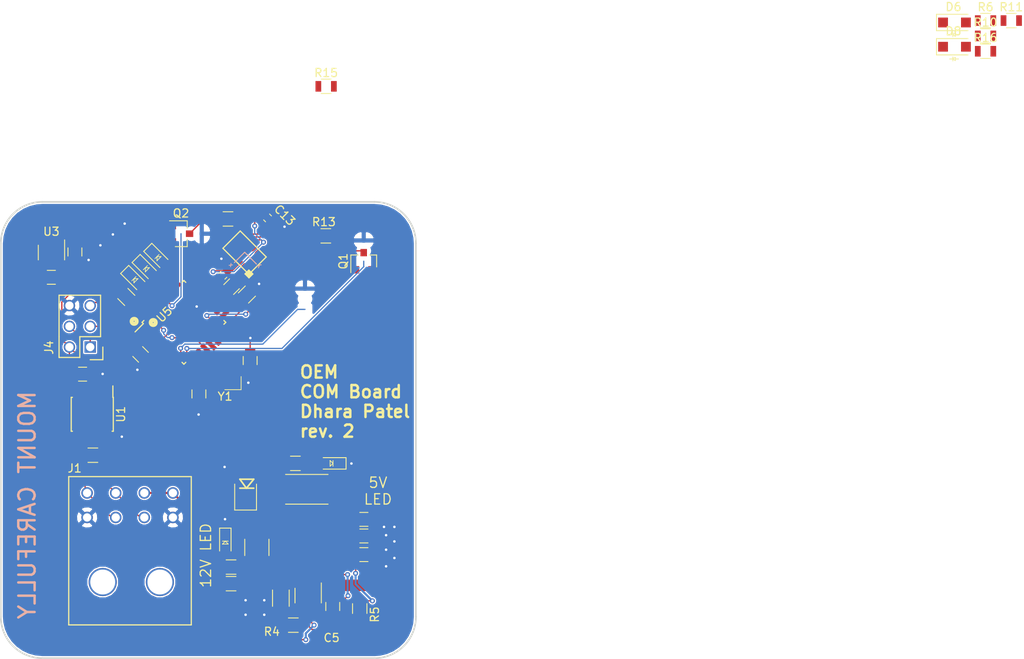
<source format=kicad_pcb>
(kicad_pcb (version 20171130) (host pcbnew 5.0.1-33cea8e~68~ubuntu18.04.1)

  (general
    (thickness 1.6)
    (drawings 16)
    (tracks 334)
    (zones 0)
    (modules 50)
    (nets 60)
  )

  (page A4)
  (layers
    (0 F.Cu signal)
    (31 B.Cu signal hide)
    (32 B.Adhes user)
    (33 F.Adhes user)
    (34 B.Paste user)
    (35 F.Paste user)
    (36 B.SilkS user)
    (37 F.SilkS user)
    (38 B.Mask user)
    (39 F.Mask user)
    (40 Dwgs.User user)
    (41 Cmts.User user)
    (42 Eco1.User user)
    (43 Eco2.User user)
    (44 Edge.Cuts user)
    (45 Margin user)
    (46 B.CrtYd user)
    (47 F.CrtYd user)
    (48 B.Fab user)
    (49 F.Fab user)
  )

  (setup
    (last_trace_width 0.1524)
    (user_trace_width 0.1524)
    (user_trace_width 0.254)
    (user_trace_width 0.508)
    (user_trace_width 0.762)
    (user_trace_width 0.8)
    (user_trace_width 1.016)
    (trace_clearance 0.1524)
    (zone_clearance 0.1524)
    (zone_45_only no)
    (trace_min 0.1524)
    (segment_width 0.2)
    (edge_width 0.2)
    (via_size 0.6096)
    (via_drill 0.3048)
    (via_min_size 0.4)
    (via_min_drill 0.3)
    (uvia_size 0.3)
    (uvia_drill 0.1)
    (uvias_allowed no)
    (uvia_min_size 0)
    (uvia_min_drill 0)
    (pcb_text_width 0.3)
    (pcb_text_size 1.5 1.5)
    (mod_edge_width 0.15)
    (mod_text_size 1 1)
    (mod_text_width 0.15)
    (pad_size 0.875 0.95)
    (pad_drill 0)
    (pad_to_mask_clearance 0.2)
    (solder_mask_min_width 0.25)
    (aux_axis_origin 0 0)
    (visible_elements FFFFEF7F)
    (pcbplotparams
      (layerselection 0x010fc_ffffffff)
      (usegerberextensions true)
      (usegerberattributes false)
      (usegerberadvancedattributes false)
      (creategerberjobfile false)
      (excludeedgelayer true)
      (linewidth 0.100000)
      (plotframeref false)
      (viasonmask false)
      (mode 1)
      (useauxorigin false)
      (hpglpennumber 1)
      (hpglpenspeed 20)
      (hpglpendiameter 15.000000)
      (psnegative false)
      (psa4output false)
      (plotreference true)
      (plotvalue true)
      (plotinvisibletext false)
      (padsonsilk false)
      (subtractmaskfromsilk false)
      (outputformat 1)
      (mirror false)
      (drillshape 0)
      (scaleselection 1)
      (outputdirectory "Gerb_new3/"))
  )

  (net 0 "")
  (net 1 GND)
  (net 2 VCC)
  (net 3 "Net-(D2-Pad2)")
  (net 4 /MISO)
  (net 5 /RXCAN)
  (net 6 /SCK)
  (net 7 /12V_Fused)
  (net 8 "Net-(C5-Pad1)")
  (net 9 "Net-(C5-Pad2)")
  (net 10 "Net-(C11-Pad1)")
  (net 11 "Net-(D1-Pad2)")
  (net 12 "Net-(R3-Pad2)")
  (net 13 "Net-(R4-Pad1)")
  (net 14 /12V)
  (net 15 "Net-(C2-Pad1)")
  (net 16 "Net-(C6-Pad1)")
  (net 17 "Net-(C8-Pad1)")
  (net 18 /3.3V)
  (net 19 /PLED1)
  (net 20 "Net-(D3-Pad1)")
  (net 21 "Net-(D4-Pad1)")
  (net 22 /PLED2)
  (net 23 /PLED3)
  (net 24 "Net-(D5-Pad1)")
  (net 25 /CANL)
  (net 26 /CANH)
  (net 27 /MOSI)
  (net 28 /RESET)
  (net 29 /TXCAN)
  (net 30 "Net-(U1-Pad5)")
  (net 31 "Net-(U5-Pad3)")
  (net 32 /MISO2)
  (net 33 /MOSI2)
  (net 34 "Net-(U5-Pad13)")
  (net 35 "Net-(U5-Pad14)")
  (net 36 "Net-(U5-Pad15)")
  (net 37 /CS_ACCEL)
  (net 38 /INT1)
  (net 39 "Net-(U5-Pad21)")
  (net 40 /CS_GYRO)
  (net 41 /INT4)
  (net 42 /SCK2)
  (net 43 "Net-(U5-Pad29)")
  (net 44 "Net-(U5-Pad30)")
  (net 45 "Net-(U5-Pad32)")
  (net 46 "Net-(U4-Pad12)")
  (net 47 "Net-(U4-Pad1)")
  (net 48 "Net-(U5-Pad22)")
  (net 49 "Net-(U5-Pad18)")
  (net 50 "Net-(Q1-Pad2)")
  (net 51 "Net-(Q2-Pad2)")
  (net 52 "Net-(R13-Pad2)")
  (net 53 "Net-(R14-Pad2)")
  (net 54 "Net-(R15-Pad1)")
  (net 55 "Net-(D6-Pad2)")
  (net 56 "Net-(D8-Pad2)")
  (net 57 "Net-(Q1-Pad1)")
  (net 58 "Net-(Q2-Pad1)")
  (net 59 "Net-(R16-Pad1)")

  (net_class Default "This is the default net class."
    (clearance 0.1524)
    (trace_width 0.1524)
    (via_dia 0.6096)
    (via_drill 0.3048)
    (uvia_dia 0.3)
    (uvia_drill 0.1)
    (add_net /12V)
    (add_net /12V_Fused)
    (add_net /3.3V)
    (add_net /CANH)
    (add_net /CANL)
    (add_net /CS_ACCEL)
    (add_net /CS_GYRO)
    (add_net /INT1)
    (add_net /INT4)
    (add_net /MISO)
    (add_net /MISO2)
    (add_net /MOSI)
    (add_net /MOSI2)
    (add_net /PLED1)
    (add_net /PLED2)
    (add_net /PLED3)
    (add_net /RESET)
    (add_net /RXCAN)
    (add_net /SCK)
    (add_net /SCK2)
    (add_net /TXCAN)
    (add_net GND)
    (add_net "Net-(C11-Pad1)")
    (add_net "Net-(C2-Pad1)")
    (add_net "Net-(C5-Pad1)")
    (add_net "Net-(C5-Pad2)")
    (add_net "Net-(C6-Pad1)")
    (add_net "Net-(C8-Pad1)")
    (add_net "Net-(D1-Pad2)")
    (add_net "Net-(D2-Pad2)")
    (add_net "Net-(D3-Pad1)")
    (add_net "Net-(D4-Pad1)")
    (add_net "Net-(D5-Pad1)")
    (add_net "Net-(D6-Pad2)")
    (add_net "Net-(D8-Pad2)")
    (add_net "Net-(Q1-Pad1)")
    (add_net "Net-(Q1-Pad2)")
    (add_net "Net-(Q2-Pad1)")
    (add_net "Net-(Q2-Pad2)")
    (add_net "Net-(R13-Pad2)")
    (add_net "Net-(R14-Pad2)")
    (add_net "Net-(R15-Pad1)")
    (add_net "Net-(R16-Pad1)")
    (add_net "Net-(R3-Pad2)")
    (add_net "Net-(R4-Pad1)")
    (add_net "Net-(U1-Pad5)")
    (add_net "Net-(U4-Pad1)")
    (add_net "Net-(U4-Pad12)")
    (add_net "Net-(U5-Pad13)")
    (add_net "Net-(U5-Pad14)")
    (add_net "Net-(U5-Pad15)")
    (add_net "Net-(U5-Pad18)")
    (add_net "Net-(U5-Pad21)")
    (add_net "Net-(U5-Pad22)")
    (add_net "Net-(U5-Pad29)")
    (add_net "Net-(U5-Pad3)")
    (add_net "Net-(U5-Pad30)")
    (add_net "Net-(U5-Pad32)")
    (add_net VCC)
  )

  (module footprints:R_0805_OEM (layer F.Cu) (tedit 59F25131) (tstamp 5C08AAD4)
    (at 145.688129 82.464831 225)
    (descr "Resistor SMD 0805, reflow soldering, Vishay (see dcrcw.pdf)")
    (tags "resistor 0805")
    (path /59E06840)
    (attr smd)
    (fp_text reference R1 (at -0.095079 -3.893839 225) (layer F.SilkS) hide
      (effects (font (size 1 1) (thickness 0.15)))
    )
    (fp_text value R_100 (at 0 1.75 225) (layer F.Fab) hide
      (effects (font (size 1 1) (thickness 0.15)))
    )
    (fp_line (start 1.55 0.9) (end -1.55 0.9) (layer F.CrtYd) (width 0.05))
    (fp_line (start 1.55 0.9) (end 1.55 -0.9) (layer F.CrtYd) (width 0.05))
    (fp_line (start -1.55 -0.9) (end -1.55 0.9) (layer F.CrtYd) (width 0.05))
    (fp_line (start -1.55 -0.9) (end 1.55 -0.9) (layer F.CrtYd) (width 0.05))
    (fp_line (start -0.6 -0.88) (end 0.6 -0.88) (layer F.SilkS) (width 0.12))
    (fp_line (start 0.6 0.88) (end -0.6 0.88) (layer F.SilkS) (width 0.12))
    (fp_line (start -1 -0.62) (end 1 -0.62) (layer F.Fab) (width 0.1))
    (fp_line (start 1 -0.62) (end 1 0.62) (layer F.Fab) (width 0.1))
    (fp_line (start 1 0.62) (end -1 0.62) (layer F.Fab) (width 0.1))
    (fp_line (start -1 0.62) (end -1 -0.62) (layer F.Fab) (width 0.1))
    (pad 2 smd rect (at 0.95 0 225) (size 0.7 1.3) (layers F.Cu F.Paste F.Mask)
      (net 15 "Net-(C2-Pad1)"))
    (pad 1 smd rect (at -0.95 0 225) (size 0.7 1.3) (layers F.Cu F.Paste F.Mask)
      (net 2 VCC))
    (model "/home/josh/Formula/OEM_Preferred_Parts/3DModels/WRL Files/res0805.wrl"
      (at (xyz 0 0 0))
      (scale (xyz 1 1 1))
      (rotate (xyz 0 0 0))
    )
  )

  (module footprints:Pin_Header_Straight_2x03 (layer F.Cu) (tedit 5BB5911C) (tstamp 5C08AAC4)
    (at 126.50724 88.9 180)
    (descr "Through hole pin header")
    (tags "pin header")
    (path /59E10F9E)
    (fp_text reference J4 (at 5.03936 -0.06096 270) (layer F.SilkS)
      (effects (font (size 1 1) (thickness 0.15)))
    )
    (fp_text value CONN_02X03 (at 1.27 7.874 180) (layer F.Fab) hide
      (effects (font (size 1 1) (thickness 0.15)))
    )
    (fp_line (start 3.81 1.27) (end 3.81 -1.27) (layer F.SilkS) (width 0.15))
    (fp_line (start 3.81 -1.27) (end 1.27 -1.27) (layer F.SilkS) (width 0.15))
    (fp_line (start -1.55 -1.55) (end -1.55 0) (layer F.SilkS) (width 0.15))
    (fp_line (start 3.81 6.35) (end 3.81 1.27) (layer F.SilkS) (width 0.15))
    (fp_line (start -1.27 6.35) (end 3.81 6.35) (layer F.SilkS) (width 0.15))
    (fp_line (start 1.27 1.27) (end -1.27 1.27) (layer F.SilkS) (width 0.15))
    (fp_line (start 1.27 -1.27) (end 1.27 1.27) (layer F.SilkS) (width 0.15))
    (fp_line (start -1.75 6.85) (end 4.3 6.85) (layer F.CrtYd) (width 0.05))
    (fp_line (start -1.75 -1.75) (end 4.3 -1.75) (layer F.CrtYd) (width 0.05))
    (fp_line (start 4.3 -1.75) (end 4.3 6.85) (layer F.CrtYd) (width 0.05))
    (fp_line (start -1.75 -1.75) (end -1.75 6.85) (layer F.CrtYd) (width 0.05))
    (fp_line (start -1.55 -1.55) (end 0 -1.55) (layer F.SilkS) (width 0.15))
    (fp_line (start -1.27 1.27) (end -1.27 6.35) (layer F.SilkS) (width 0.15))
    (pad 6 thru_hole circle (at 2.54 5.08 180) (size 1.4 1.4) (drill 1.016) (layers *.Cu *.Mask)
      (net 1 GND))
    (pad 5 thru_hole circle (at 0 5.08 180) (size 1.4 1.4) (drill 1.016) (layers *.Cu *.Mask)
      (net 28 /RESET))
    (pad 4 thru_hole circle (at 2.54 2.54 180) (size 1.4 1.4) (drill 1.016) (layers *.Cu *.Mask)
      (net 27 /MOSI))
    (pad 3 thru_hole circle (at 0 2.54 180) (size 1.4 1.4) (drill 1.016) (layers *.Cu *.Mask)
      (net 6 /SCK))
    (pad 2 thru_hole circle (at 2.54 0 180) (size 1.4 1.4) (drill 1.016) (layers *.Cu *.Mask)
      (net 2 VCC))
    (pad 1 thru_hole rect (at 0 0 180) (size 1.4 1.4) (drill 1.016) (layers *.Cu *.Mask)
      (net 4 /MISO))
    (model Pin_Headers.3dshapes/Pin_Header_Straight_2x03.wrl
      (offset (xyz 1.269999980926514 -2.539999961853027 0))
      (scale (xyz 1 1 1))
      (rotate (xyz 0 0 90))
    )
  )

  (module footprints:R_0805_OEM (layer F.Cu) (tedit 59F25131) (tstamp 5B717343)
    (at 143.74856 115.84588 180)
    (descr "Resistor SMD 0805, reflow soldering, Vishay (see dcrcw.pdf)")
    (tags "resistor 0805")
    (path /59E0432B)
    (attr smd)
    (fp_text reference R2 (at 4.50068 -0.65884 180) (layer F.SilkS) hide
      (effects (font (size 1 1) (thickness 0.15)))
    )
    (fp_text value R_1k (at 0 1.75 180) (layer F.Fab) hide
      (effects (font (size 1 1) (thickness 0.15)))
    )
    (fp_line (start 1.55 0.9) (end -1.55 0.9) (layer F.CrtYd) (width 0.05))
    (fp_line (start 1.55 0.9) (end 1.55 -0.9) (layer F.CrtYd) (width 0.05))
    (fp_line (start -1.55 -0.9) (end -1.55 0.9) (layer F.CrtYd) (width 0.05))
    (fp_line (start -1.55 -0.9) (end 1.55 -0.9) (layer F.CrtYd) (width 0.05))
    (fp_line (start -0.6 -0.88) (end 0.6 -0.88) (layer F.SilkS) (width 0.12))
    (fp_line (start 0.6 0.88) (end -0.6 0.88) (layer F.SilkS) (width 0.12))
    (fp_line (start -1 -0.62) (end 1 -0.62) (layer F.Fab) (width 0.1))
    (fp_line (start 1 -0.62) (end 1 0.62) (layer F.Fab) (width 0.1))
    (fp_line (start 1 0.62) (end -1 0.62) (layer F.Fab) (width 0.1))
    (fp_line (start -1 0.62) (end -1 -0.62) (layer F.Fab) (width 0.1))
    (pad 2 smd rect (at 0.95 0 180) (size 0.7 1.3) (layers F.Cu F.Paste F.Mask)
      (net 11 "Net-(D1-Pad2)"))
    (pad 1 smd rect (at -0.95 0 180) (size 0.7 1.3) (layers F.Cu F.Paste F.Mask)
      (net 7 /12V_Fused))
    (model "/home/josh/Formula/OEM_Preferred_Parts/3DModels/WRL Files/res0805.wrl"
      (at (xyz 0 0 0))
      (scale (xyz 1 1 1))
      (rotate (xyz 0 0 0))
    )
  )

  (module footprints:4.7uH_Inductor_OEM (layer F.Cu) (tedit 59D2CA8F) (tstamp 5B71730C)
    (at 153.21006 112.73438 90)
    (path /59E04875)
    (fp_text reference L1 (at 3.2385 -5.1435 90) (layer F.SilkS) hide
      (effects (font (size 1 1) (thickness 0.15)))
    )
    (fp_text value L_4.7uH (at 0 -5.08 90) (layer F.Fab) hide
      (effects (font (size 1 1) (thickness 0.15)))
    )
    (pad 2 smd rect (at 2.35 0 90) (size 3.3 8.2) (layers F.Cu F.Paste F.Mask)
      (net 10 "Net-(C11-Pad1)"))
    (pad 1 smd rect (at -2.35 0 90) (size 3.3 8.2) (layers F.Cu F.Paste F.Mask)
      (net 9 "Net-(C5-Pad2)"))
  )

  (module footprints:Fuse_1210 (layer F.Cu) (tedit 59F24A11) (tstamp 5B7172CD)
    (at 146.90406 113.43838 270)
    (descr "Resistor SMD 1210, reflow soldering, Vishay (see dcrcw.pdf)")
    (tags "resistor 1210")
    (path /59E0A5CF)
    (attr smd)
    (fp_text reference F1 (at -0.3865 2.1395 90) (layer F.SilkS) hide
      (effects (font (size 1 1) (thickness 0.15)))
    )
    (fp_text value 500mA (at 0 2.4 270) (layer F.Fab) hide
      (effects (font (size 1 1) (thickness 0.15)))
    )
    (fp_line (start 2.15 1.5) (end -2.15 1.5) (layer F.CrtYd) (width 0.05))
    (fp_line (start 2.15 1.5) (end 2.15 -1.5) (layer F.CrtYd) (width 0.05))
    (fp_line (start -2.15 -1.5) (end -2.15 1.5) (layer F.CrtYd) (width 0.05))
    (fp_line (start -2.15 -1.5) (end 2.15 -1.5) (layer F.CrtYd) (width 0.05))
    (fp_line (start -1 -1.48) (end 1 -1.48) (layer F.SilkS) (width 0.12))
    (fp_line (start 1 1.48) (end -1 1.48) (layer F.SilkS) (width 0.12))
    (fp_line (start -1.6 -1.25) (end 1.6 -1.25) (layer F.Fab) (width 0.1))
    (fp_line (start 1.6 -1.25) (end 1.6 1.25) (layer F.Fab) (width 0.1))
    (fp_line (start 1.6 1.25) (end -1.6 1.25) (layer F.Fab) (width 0.1))
    (fp_line (start -1.6 1.25) (end -1.6 -1.25) (layer F.Fab) (width 0.1))
    (pad 2 smd rect (at 1.45 0 270) (size 0.9 2.5) (layers F.Cu F.Paste F.Mask)
      (net 7 /12V_Fused))
    (pad 1 smd rect (at -1.45 0 270) (size 0.9 2.5) (layers F.Cu F.Paste F.Mask)
      (net 14 /12V))
    (model /home/josh/Formula/OEM_Preferred_Parts/3DModels/Fuse_1210_OEM/Fuse1210.wrl
      (at (xyz 0 0 0))
      (scale (xyz 1 1 1))
      (rotate (xyz 0 0 0))
    )
  )

  (module footprints:LED_0805_OEM (layer F.Cu) (tedit 5A5B129D) (tstamp 5B717259)
    (at 156.02456 103.14588 180)
    (descr "LED 0805 smd package")
    (tags "LED led 0805 SMD smd SMT smt smdled SMDLED smtled SMTLED")
    (path /59E0483A)
    (attr smd)
    (fp_text reference D2 (at -0.254 1.778) (layer F.SilkS) hide
      (effects (font (size 1 1) (thickness 0.15)))
    )
    (fp_text value LED_0805 (at 0.508 2.032 180) (layer F.Fab) hide
      (effects (font (size 1 1) (thickness 0.15)))
    )
    (fp_line (start -1.95 -0.85) (end 1.95 -0.85) (layer F.CrtYd) (width 0.05))
    (fp_line (start -1.95 0.85) (end -1.95 -0.85) (layer F.CrtYd) (width 0.05))
    (fp_line (start 1.95 0.85) (end -1.95 0.85) (layer F.CrtYd) (width 0.05))
    (fp_line (start 1.95 -0.85) (end 1.95 0.85) (layer F.CrtYd) (width 0.05))
    (fp_line (start -1.8 -0.7) (end 1 -0.7) (layer F.SilkS) (width 0.12))
    (fp_line (start -1.8 0.7) (end 1 0.7) (layer F.SilkS) (width 0.12))
    (fp_line (start -1 0.6) (end -1 -0.6) (layer F.Fab) (width 0.1))
    (fp_line (start -1 -0.6) (end 1 -0.6) (layer F.Fab) (width 0.1))
    (fp_line (start 1 -0.6) (end 1 0.6) (layer F.Fab) (width 0.1))
    (fp_line (start 1 0.6) (end -1 0.6) (layer F.Fab) (width 0.1))
    (fp_line (start -1.8 -0.7) (end -1.8 0.7) (layer F.SilkS) (width 0.12))
    (fp_line (start -0.2 0) (end 0.1 -0.3) (layer F.SilkS) (width 0.1))
    (fp_line (start 0.1 -0.3) (end 0.15 -0.35) (layer F.SilkS) (width 0.1))
    (fp_line (start 0.15 -0.35) (end 0.15 0.3) (layer F.SilkS) (width 0.1))
    (fp_line (start 0.15 0.35) (end 0.15 0.3) (layer F.SilkS) (width 0.1))
    (fp_line (start 0.15 0.3) (end 0.15 0.35) (layer F.SilkS) (width 0.1))
    (fp_line (start 0.15 0.35) (end -0.2 0) (layer F.SilkS) (width 0.1))
    (fp_line (start -0.2 0) (end -0.2 -0.35) (layer F.SilkS) (width 0.1))
    (fp_line (start -0.2 0.35) (end -0.2 0) (layer F.SilkS) (width 0.1))
    (pad 1 smd rect (at -1.1 0) (size 1.2 1.2) (layers F.Cu F.Paste F.Mask)
      (net 1 GND))
    (pad 2 smd rect (at 1.1 0) (size 1.2 1.2) (layers F.Cu F.Paste F.Mask)
      (net 3 "Net-(D2-Pad2)"))
    (model "/home/josh/Formula/OEM_Preferred_Parts/3DModels/LED_0805/LED 0805 Base GREEN001_sp.wrl"
      (at (xyz 0 0 0))
      (scale (xyz 1 1 1))
      (rotate (xyz 0 0 180))
    )
  )

  (module footprints:R_2512_OEM (layer F.Cu) (tedit 59F2514A) (tstamp 5B8BED94)
    (at 153.01956 106.32088)
    (descr "Resistor SMD 2512, reflow soldering, Vishay (see dcrcw.pdf)")
    (tags "resistor 2512")
    (path /59E0444E)
    (attr smd)
    (fp_text reference R9 (at 4.953 0.127 90) (layer F.SilkS) hide
      (effects (font (size 1 1) (thickness 0.15)))
    )
    (fp_text value R_0_Jumper (at 0 2.75) (layer F.Fab) hide
      (effects (font (size 1 1) (thickness 0.15)))
    )
    (fp_line (start 3.85 1.85) (end -3.85 1.85) (layer F.CrtYd) (width 0.05))
    (fp_line (start 3.85 1.85) (end 3.85 -1.85) (layer F.CrtYd) (width 0.05))
    (fp_line (start -3.85 -1.85) (end -3.85 1.85) (layer F.CrtYd) (width 0.05))
    (fp_line (start -3.85 -1.85) (end 3.85 -1.85) (layer F.CrtYd) (width 0.05))
    (fp_line (start -2.6 -1.82) (end 2.6 -1.82) (layer F.SilkS) (width 0.12))
    (fp_line (start 2.6 1.82) (end -2.6 1.82) (layer F.SilkS) (width 0.12))
    (fp_line (start -3.15 -1.6) (end 3.15 -1.6) (layer F.Fab) (width 0.1))
    (fp_line (start 3.15 -1.6) (end 3.15 1.6) (layer F.Fab) (width 0.1))
    (fp_line (start 3.15 1.6) (end -3.15 1.6) (layer F.Fab) (width 0.1))
    (fp_line (start -3.15 1.6) (end -3.15 -1.6) (layer F.Fab) (width 0.1))
    (pad 2 smd rect (at 3.1 0) (size 1 3.2) (layers F.Cu F.Paste F.Mask)
      (net 10 "Net-(C11-Pad1)"))
    (pad 1 smd rect (at -3.1 0) (size 1 3.2) (layers F.Cu F.Paste F.Mask)
      (net 2 VCC))
    (model ${KISYS3DMOD}/Resistors_SMD.3dshapes/R_2512.wrl
      (at (xyz 0 0 0))
      (scale (xyz 1 1 1))
      (rotate (xyz 0 0 0))
    )
  )

  (module footprints:C_0805_OEM (layer F.Cu) (tedit 59F250E7) (tstamp 5B8BECC9)
    (at 160.00456 110.00388)
    (descr "Capacitor SMD 0805, reflow soldering, AVX (see smccp.pdf)")
    (tags "capacitor 0805")
    (path /59E0494E)
    (attr smd)
    (fp_text reference C7 (at 3.052 0.183) (layer F.SilkS) hide
      (effects (font (size 1 1) (thickness 0.15)))
    )
    (fp_text value C_47uF (at 0 1.75) (layer F.Fab) hide
      (effects (font (size 1 1) (thickness 0.15)))
    )
    (fp_line (start 1.75 0.87) (end -1.75 0.87) (layer F.CrtYd) (width 0.05))
    (fp_line (start 1.75 0.87) (end 1.75 -0.88) (layer F.CrtYd) (width 0.05))
    (fp_line (start -1.75 -0.88) (end -1.75 0.87) (layer F.CrtYd) (width 0.05))
    (fp_line (start -1.75 -0.88) (end 1.75 -0.88) (layer F.CrtYd) (width 0.05))
    (fp_line (start -0.5 0.85) (end 0.5 0.85) (layer F.SilkS) (width 0.12))
    (fp_line (start 0.5 -0.85) (end -0.5 -0.85) (layer F.SilkS) (width 0.12))
    (fp_line (start -1 -0.62) (end 1 -0.62) (layer F.Fab) (width 0.1))
    (fp_line (start 1 -0.62) (end 1 0.62) (layer F.Fab) (width 0.1))
    (fp_line (start 1 0.62) (end -1 0.62) (layer F.Fab) (width 0.1))
    (fp_line (start -1 0.62) (end -1 -0.62) (layer F.Fab) (width 0.1))
    (pad 2 smd rect (at 1 0) (size 1 1.25) (layers F.Cu F.Paste F.Mask)
      (net 1 GND))
    (pad 1 smd rect (at -1 0) (size 1 1.25) (layers F.Cu F.Paste F.Mask)
      (net 10 "Net-(C11-Pad1)"))
    (model /home/josh/Formula/OEM_Preferred_Parts/3DModels/C_0805_OEM/C_0805.wrl
      (at (xyz 0 0 0))
      (scale (xyz 1 1 1))
      (rotate (xyz 0 0 0))
    )
  )

  (module footprints:SOT-23-6_OEM (layer F.Cu) (tedit 59F2519B) (tstamp 5B71743C)
    (at 153.18466 119.33838 270)
    (descr "6-pin SOT-23 package")
    (tags SOT-23-6)
    (path /59E04993)
    (attr smd)
    (fp_text reference U2 (at 2.8575 -0.7239) (layer F.SilkS) hide
      (effects (font (size 1 1) (thickness 0.15)))
    )
    (fp_text value TPS561201 (at 0 2.9 270) (layer F.Fab) hide
      (effects (font (size 1 1) (thickness 0.15)))
    )
    (fp_line (start 0.9 -1.55) (end 0.9 1.55) (layer F.Fab) (width 0.1))
    (fp_line (start 0.9 1.55) (end -0.9 1.55) (layer F.Fab) (width 0.1))
    (fp_line (start -0.9 -0.9) (end -0.9 1.55) (layer F.Fab) (width 0.1))
    (fp_line (start 0.9 -1.55) (end -0.25 -1.55) (layer F.Fab) (width 0.1))
    (fp_line (start -0.9 -0.9) (end -0.25 -1.55) (layer F.Fab) (width 0.1))
    (fp_line (start -1.9 -1.8) (end -1.9 1.8) (layer F.CrtYd) (width 0.05))
    (fp_line (start -1.9 1.8) (end 1.9 1.8) (layer F.CrtYd) (width 0.05))
    (fp_line (start 1.9 1.8) (end 1.9 -1.8) (layer F.CrtYd) (width 0.05))
    (fp_line (start 1.9 -1.8) (end -1.9 -1.8) (layer F.CrtYd) (width 0.05))
    (fp_line (start 0.9 -1.61) (end -1.55 -1.61) (layer F.SilkS) (width 0.12))
    (fp_line (start -0.9 1.61) (end 0.9 1.61) (layer F.SilkS) (width 0.12))
    (pad 5 smd rect (at 1.1 0 270) (size 1.06 0.65) (layers F.Cu F.Paste F.Mask)
      (net 12 "Net-(R3-Pad2)"))
    (pad 6 smd rect (at 1.1 -0.95 270) (size 1.06 0.65) (layers F.Cu F.Paste F.Mask)
      (net 8 "Net-(C5-Pad1)"))
    (pad 4 smd rect (at 1.1 0.95 270) (size 1.06 0.65) (layers F.Cu F.Paste F.Mask)
      (net 13 "Net-(R4-Pad1)"))
    (pad 3 smd rect (at -1.1 0.95 270) (size 1.06 0.65) (layers F.Cu F.Paste F.Mask)
      (net 7 /12V_Fused))
    (pad 2 smd rect (at -1.1 0 270) (size 1.06 0.65) (layers F.Cu F.Paste F.Mask)
      (net 9 "Net-(C5-Pad2)"))
    (pad 1 smd rect (at -1.1 -0.95 270) (size 1.06 0.65) (layers F.Cu F.Paste F.Mask)
      (net 1 GND))
    (model ${KISYS3DMOD}/TO_SOT_Packages_SMD.3dshapes/SOT-23-6.wrl
      (at (xyz 0 0 0))
      (scale (xyz 1 1 1))
      (rotate (xyz 0 0 0))
    )
  )

  (module footprints:C_1206_OEM (layer F.Cu) (tedit 59F253AA) (tstamp 5B8BECBA)
    (at 149.84456 119.65588 270)
    (descr "Capacitor SMD 1206, reflow soldering, AVX (see smccp.pdf)")
    (tags "capacitor 1206")
    (path /59E04907)
    (attr smd)
    (fp_text reference C3 (at 0 1.778 270) (layer F.SilkS) hide
      (effects (font (size 1 1) (thickness 0.15)))
    )
    (fp_text value C_22uF (at 0 2 270) (layer F.Fab) hide
      (effects (font (size 1 1) (thickness 0.15)))
    )
    (fp_line (start 2.25 1.05) (end -2.25 1.05) (layer F.CrtYd) (width 0.05))
    (fp_line (start 2.25 1.05) (end 2.25 -1.05) (layer F.CrtYd) (width 0.05))
    (fp_line (start -2.25 -1.05) (end -2.25 1.05) (layer F.CrtYd) (width 0.05))
    (fp_line (start -2.25 -1.05) (end 2.25 -1.05) (layer F.CrtYd) (width 0.05))
    (fp_line (start -1 1.02) (end 1 1.02) (layer F.SilkS) (width 0.12))
    (fp_line (start 1 -1.02) (end -1 -1.02) (layer F.SilkS) (width 0.12))
    (fp_line (start -1.6 -0.8) (end 1.6 -0.8) (layer F.Fab) (width 0.1))
    (fp_line (start 1.6 -0.8) (end 1.6 0.8) (layer F.Fab) (width 0.1))
    (fp_line (start 1.6 0.8) (end -1.6 0.8) (layer F.Fab) (width 0.1))
    (fp_line (start -1.6 0.8) (end -1.6 -0.8) (layer F.Fab) (width 0.1))
    (pad 2 smd rect (at 1.5 0 270) (size 1 1.6) (layers F.Cu F.Paste F.Mask)
      (net 1 GND))
    (pad 1 smd rect (at -1.5 0 270) (size 1 1.6) (layers F.Cu F.Paste F.Mask)
      (net 7 /12V_Fused))
    (model Capacitors_SMD.3dshapes/C_1206.wrl
      (at (xyz 0 0 0))
      (scale (xyz 1 1 1))
      (rotate (xyz 0 0 0))
    )
  )

  (module footprints:R_0805_OEM (layer F.Cu) (tedit 59F25131) (tstamp 5B7173E3)
    (at 151.62256 103.14588)
    (descr "Resistor SMD 0805, reflow soldering, Vishay (see dcrcw.pdf)")
    (tags "resistor 0805")
    (path /59E04401)
    (attr smd)
    (fp_text reference R12 (at 0 -1.65) (layer F.SilkS) hide
      (effects (font (size 1 1) (thickness 0.15)))
    )
    (fp_text value R_200 (at 0 1.75) (layer F.Fab) hide
      (effects (font (size 1 1) (thickness 0.15)))
    )
    (fp_line (start 1.55 0.9) (end -1.55 0.9) (layer F.CrtYd) (width 0.05))
    (fp_line (start 1.55 0.9) (end 1.55 -0.9) (layer F.CrtYd) (width 0.05))
    (fp_line (start -1.55 -0.9) (end -1.55 0.9) (layer F.CrtYd) (width 0.05))
    (fp_line (start -1.55 -0.9) (end 1.55 -0.9) (layer F.CrtYd) (width 0.05))
    (fp_line (start -0.6 -0.88) (end 0.6 -0.88) (layer F.SilkS) (width 0.12))
    (fp_line (start 0.6 0.88) (end -0.6 0.88) (layer F.SilkS) (width 0.12))
    (fp_line (start -1 -0.62) (end 1 -0.62) (layer F.Fab) (width 0.1))
    (fp_line (start 1 -0.62) (end 1 0.62) (layer F.Fab) (width 0.1))
    (fp_line (start 1 0.62) (end -1 0.62) (layer F.Fab) (width 0.1))
    (fp_line (start -1 0.62) (end -1 -0.62) (layer F.Fab) (width 0.1))
    (pad 2 smd rect (at 0.95 0) (size 0.7 1.3) (layers F.Cu F.Paste F.Mask)
      (net 3 "Net-(D2-Pad2)"))
    (pad 1 smd rect (at -0.95 0) (size 0.7 1.3) (layers F.Cu F.Paste F.Mask)
      (net 2 VCC))
    (model "/home/josh/Formula/OEM_Preferred_Parts/3DModels/WRL Files/res0805.wrl"
      (at (xyz 0 0 0))
      (scale (xyz 1 1 1))
      (rotate (xyz 0 0 0))
    )
  )

  (module footprints:R_0805_OEM (layer F.Cu) (tedit 59F25131) (tstamp 5B8BFC4E)
    (at 151.36856 122.95788 180)
    (descr "Resistor SMD 0805, reflow soldering, Vishay (see dcrcw.pdf)")
    (tags "resistor 0805")
    (path /59E042EA)
    (attr smd)
    (fp_text reference R4 (at 2.62616 -0.80108 180) (layer F.SilkS)
      (effects (font (size 1 1) (thickness 0.15)))
    )
    (fp_text value R_10k (at 0 1.75 180) (layer F.Fab) hide
      (effects (font (size 1 1) (thickness 0.15)))
    )
    (fp_line (start 1.55 0.9) (end -1.55 0.9) (layer F.CrtYd) (width 0.05))
    (fp_line (start 1.55 0.9) (end 1.55 -0.9) (layer F.CrtYd) (width 0.05))
    (fp_line (start -1.55 -0.9) (end -1.55 0.9) (layer F.CrtYd) (width 0.05))
    (fp_line (start -1.55 -0.9) (end 1.55 -0.9) (layer F.CrtYd) (width 0.05))
    (fp_line (start -0.6 -0.88) (end 0.6 -0.88) (layer F.SilkS) (width 0.12))
    (fp_line (start 0.6 0.88) (end -0.6 0.88) (layer F.SilkS) (width 0.12))
    (fp_line (start -1 -0.62) (end 1 -0.62) (layer F.Fab) (width 0.1))
    (fp_line (start 1 -0.62) (end 1 0.62) (layer F.Fab) (width 0.1))
    (fp_line (start 1 0.62) (end -1 0.62) (layer F.Fab) (width 0.1))
    (fp_line (start -1 0.62) (end -1 -0.62) (layer F.Fab) (width 0.1))
    (pad 2 smd rect (at 0.95 0 180) (size 0.7 1.3) (layers F.Cu F.Paste F.Mask)
      (net 1 GND))
    (pad 1 smd rect (at -0.95 0 180) (size 0.7 1.3) (layers F.Cu F.Paste F.Mask)
      (net 13 "Net-(R4-Pad1)"))
    (model "/home/josh/Formula/OEM_Preferred_Parts/3DModels/WRL Files/res0805.wrl"
      (at (xyz 0 0 0))
      (scale (xyz 1 1 1))
      (rotate (xyz 0 0 0))
    )
  )

  (module footprints:R_0805_OEM (layer F.Cu) (tedit 59F25131) (tstamp 5B8BFC5E)
    (at 159.49656 120.92588 90)
    (descr "Resistor SMD 0805, reflow soldering, Vishay (see dcrcw.pdf)")
    (tags "resistor 0805")
    (path /59E0438C)
    (attr smd)
    (fp_text reference R5 (at -0.73504 1.83916 90) (layer F.SilkS)
      (effects (font (size 1 1) (thickness 0.15)))
    )
    (fp_text value R_51.1k (at 0 1.75 90) (layer F.Fab) hide
      (effects (font (size 1 1) (thickness 0.15)))
    )
    (fp_line (start 1.55 0.9) (end -1.55 0.9) (layer F.CrtYd) (width 0.05))
    (fp_line (start 1.55 0.9) (end 1.55 -0.9) (layer F.CrtYd) (width 0.05))
    (fp_line (start -1.55 -0.9) (end -1.55 0.9) (layer F.CrtYd) (width 0.05))
    (fp_line (start -1.55 -0.9) (end 1.55 -0.9) (layer F.CrtYd) (width 0.05))
    (fp_line (start -0.6 -0.88) (end 0.6 -0.88) (layer F.SilkS) (width 0.12))
    (fp_line (start 0.6 0.88) (end -0.6 0.88) (layer F.SilkS) (width 0.12))
    (fp_line (start -1 -0.62) (end 1 -0.62) (layer F.Fab) (width 0.1))
    (fp_line (start 1 -0.62) (end 1 0.62) (layer F.Fab) (width 0.1))
    (fp_line (start 1 0.62) (end -1 0.62) (layer F.Fab) (width 0.1))
    (fp_line (start -1 0.62) (end -1 -0.62) (layer F.Fab) (width 0.1))
    (pad 2 smd rect (at 0.95 0 90) (size 0.7 1.3) (layers F.Cu F.Paste F.Mask)
      (net 10 "Net-(C11-Pad1)"))
    (pad 1 smd rect (at -0.95 0 90) (size 0.7 1.3) (layers F.Cu F.Paste F.Mask)
      (net 13 "Net-(R4-Pad1)"))
    (model "/home/josh/Formula/OEM_Preferred_Parts/3DModels/WRL Files/res0805.wrl"
      (at (xyz 0 0 0))
      (scale (xyz 1 1 1))
      (rotate (xyz 0 0 0))
    )
  )

  (module footprints:C_0805_OEM (layer F.Cu) (tedit 59F250E7) (tstamp 5B7171DB)
    (at 160.00456 114.32188)
    (descr "Capacitor SMD 0805, reflow soldering, AVX (see smccp.pdf)")
    (tags "capacitor 0805")
    (path /5A79252F)
    (attr smd)
    (fp_text reference C12 (at 3.302 -0.254) (layer F.SilkS) hide
      (effects (font (size 1 1) (thickness 0.15)))
    )
    (fp_text value C_0.1uF (at 0 1.75) (layer F.Fab) hide
      (effects (font (size 1 1) (thickness 0.15)))
    )
    (fp_line (start 1.75 0.87) (end -1.75 0.87) (layer F.CrtYd) (width 0.05))
    (fp_line (start 1.75 0.87) (end 1.75 -0.88) (layer F.CrtYd) (width 0.05))
    (fp_line (start -1.75 -0.88) (end -1.75 0.87) (layer F.CrtYd) (width 0.05))
    (fp_line (start -1.75 -0.88) (end 1.75 -0.88) (layer F.CrtYd) (width 0.05))
    (fp_line (start -0.5 0.85) (end 0.5 0.85) (layer F.SilkS) (width 0.12))
    (fp_line (start 0.5 -0.85) (end -0.5 -0.85) (layer F.SilkS) (width 0.12))
    (fp_line (start -1 -0.62) (end 1 -0.62) (layer F.Fab) (width 0.1))
    (fp_line (start 1 -0.62) (end 1 0.62) (layer F.Fab) (width 0.1))
    (fp_line (start 1 0.62) (end -1 0.62) (layer F.Fab) (width 0.1))
    (fp_line (start -1 0.62) (end -1 -0.62) (layer F.Fab) (width 0.1))
    (pad 2 smd rect (at 1 0) (size 1 1.25) (layers F.Cu F.Paste F.Mask)
      (net 1 GND))
    (pad 1 smd rect (at -1 0) (size 1 1.25) (layers F.Cu F.Paste F.Mask)
      (net 10 "Net-(C11-Pad1)"))
    (model /home/josh/Formula/OEM_Preferred_Parts/3DModels/C_0805_OEM/C_0805.wrl
      (at (xyz 0 0 0))
      (scale (xyz 1 1 1))
      (rotate (xyz 0 0 0))
    )
  )

  (module footprints:C_0805_OEM (layer F.Cu) (tedit 59F250E7) (tstamp 5B7171CB)
    (at 160.00456 112.03588)
    (descr "Capacitor SMD 0805, reflow soldering, AVX (see smccp.pdf)")
    (tags "capacitor 0805")
    (path /5A79269E)
    (attr smd)
    (fp_text reference C11 (at 3.556 0) (layer F.SilkS) hide
      (effects (font (size 1 1) (thickness 0.15)))
    )
    (fp_text value C_1uF (at 0 1.75) (layer F.Fab) hide
      (effects (font (size 1 1) (thickness 0.15)))
    )
    (fp_line (start 1.75 0.87) (end -1.75 0.87) (layer F.CrtYd) (width 0.05))
    (fp_line (start 1.75 0.87) (end 1.75 -0.88) (layer F.CrtYd) (width 0.05))
    (fp_line (start -1.75 -0.88) (end -1.75 0.87) (layer F.CrtYd) (width 0.05))
    (fp_line (start -1.75 -0.88) (end 1.75 -0.88) (layer F.CrtYd) (width 0.05))
    (fp_line (start -0.5 0.85) (end 0.5 0.85) (layer F.SilkS) (width 0.12))
    (fp_line (start 0.5 -0.85) (end -0.5 -0.85) (layer F.SilkS) (width 0.12))
    (fp_line (start -1 -0.62) (end 1 -0.62) (layer F.Fab) (width 0.1))
    (fp_line (start 1 -0.62) (end 1 0.62) (layer F.Fab) (width 0.1))
    (fp_line (start 1 0.62) (end -1 0.62) (layer F.Fab) (width 0.1))
    (fp_line (start -1 0.62) (end -1 -0.62) (layer F.Fab) (width 0.1))
    (pad 2 smd rect (at 1 0) (size 1 1.25) (layers F.Cu F.Paste F.Mask)
      (net 1 GND))
    (pad 1 smd rect (at -1 0) (size 1 1.25) (layers F.Cu F.Paste F.Mask)
      (net 10 "Net-(C11-Pad1)"))
    (model /home/josh/Formula/OEM_Preferred_Parts/3DModels/C_0805_OEM/C_0805.wrl
      (at (xyz 0 0 0))
      (scale (xyz 1 1 1))
      (rotate (xyz 0 0 0))
    )
  )

  (module footprints:C_0805_OEM (layer F.Cu) (tedit 59F250E7) (tstamp 5B71716B)
    (at 156.19456 120.67188 90)
    (descr "Capacitor SMD 0805, reflow soldering, AVX (see smccp.pdf)")
    (tags "capacitor 0805")
    (path /59E048C8)
    (attr smd)
    (fp_text reference C5 (at -3.844 -0.14204 180) (layer F.SilkS)
      (effects (font (size 1 1) (thickness 0.15)))
    )
    (fp_text value C_0.1uF (at 0 1.75 90) (layer F.Fab) hide
      (effects (font (size 1 1) (thickness 0.15)))
    )
    (fp_line (start 1.75 0.87) (end -1.75 0.87) (layer F.CrtYd) (width 0.05))
    (fp_line (start 1.75 0.87) (end 1.75 -0.88) (layer F.CrtYd) (width 0.05))
    (fp_line (start -1.75 -0.88) (end -1.75 0.87) (layer F.CrtYd) (width 0.05))
    (fp_line (start -1.75 -0.88) (end 1.75 -0.88) (layer F.CrtYd) (width 0.05))
    (fp_line (start -0.5 0.85) (end 0.5 0.85) (layer F.SilkS) (width 0.12))
    (fp_line (start 0.5 -0.85) (end -0.5 -0.85) (layer F.SilkS) (width 0.12))
    (fp_line (start -1 -0.62) (end 1 -0.62) (layer F.Fab) (width 0.1))
    (fp_line (start 1 -0.62) (end 1 0.62) (layer F.Fab) (width 0.1))
    (fp_line (start 1 0.62) (end -1 0.62) (layer F.Fab) (width 0.1))
    (fp_line (start -1 0.62) (end -1 -0.62) (layer F.Fab) (width 0.1))
    (pad 2 smd rect (at 1 0 90) (size 1 1.25) (layers F.Cu F.Paste F.Mask)
      (net 9 "Net-(C5-Pad2)"))
    (pad 1 smd rect (at -1 0 90) (size 1 1.25) (layers F.Cu F.Paste F.Mask)
      (net 8 "Net-(C5-Pad1)"))
    (model /home/josh/Formula/OEM_Preferred_Parts/3DModels/C_0805_OEM/C_0805.wrl
      (at (xyz 0 0 0))
      (scale (xyz 1 1 1))
      (rotate (xyz 0 0 0))
    )
  )

  (module footprints:LED_0805_OEM (layer F.Cu) (tedit 5A5B129D) (tstamp 5B8BECF6)
    (at 143.04772 112.87524 270)
    (descr "LED 0805 smd package")
    (tags "LED led 0805 SMD smd SMT smt smdled SMDLED smtled SMTLED")
    (path /59E047E3)
    (attr smd)
    (fp_text reference D1 (at -0.254 1.778 270) (layer F.SilkS) hide
      (effects (font (size 1 1) (thickness 0.15)))
    )
    (fp_text value LED_0805 (at 0.508 2.032 270) (layer F.Fab) hide
      (effects (font (size 1 1) (thickness 0.15)))
    )
    (fp_line (start -1.95 -0.85) (end 1.95 -0.85) (layer F.CrtYd) (width 0.05))
    (fp_line (start -1.95 0.85) (end -1.95 -0.85) (layer F.CrtYd) (width 0.05))
    (fp_line (start 1.95 0.85) (end -1.95 0.85) (layer F.CrtYd) (width 0.05))
    (fp_line (start 1.95 -0.85) (end 1.95 0.85) (layer F.CrtYd) (width 0.05))
    (fp_line (start -1.8 -0.7) (end 1 -0.7) (layer F.SilkS) (width 0.12))
    (fp_line (start -1.8 0.7) (end 1 0.7) (layer F.SilkS) (width 0.12))
    (fp_line (start -1 0.6) (end -1 -0.6) (layer F.Fab) (width 0.1))
    (fp_line (start -1 -0.6) (end 1 -0.6) (layer F.Fab) (width 0.1))
    (fp_line (start 1 -0.6) (end 1 0.6) (layer F.Fab) (width 0.1))
    (fp_line (start 1 0.6) (end -1 0.6) (layer F.Fab) (width 0.1))
    (fp_line (start -1.8 -0.7) (end -1.8 0.7) (layer F.SilkS) (width 0.12))
    (fp_line (start -0.2 0) (end 0.1 -0.3) (layer F.SilkS) (width 0.1))
    (fp_line (start 0.1 -0.3) (end 0.15 -0.35) (layer F.SilkS) (width 0.1))
    (fp_line (start 0.15 -0.35) (end 0.15 0.3) (layer F.SilkS) (width 0.1))
    (fp_line (start 0.15 0.35) (end 0.15 0.3) (layer F.SilkS) (width 0.1))
    (fp_line (start 0.15 0.3) (end 0.15 0.35) (layer F.SilkS) (width 0.1))
    (fp_line (start 0.15 0.35) (end -0.2 0) (layer F.SilkS) (width 0.1))
    (fp_line (start -0.2 0) (end -0.2 -0.35) (layer F.SilkS) (width 0.1))
    (fp_line (start -0.2 0.35) (end -0.2 0) (layer F.SilkS) (width 0.1))
    (pad 1 smd rect (at -1.1 0 90) (size 1.2 1.2) (layers F.Cu F.Paste F.Mask)
      (net 1 GND))
    (pad 2 smd rect (at 1.1 0 90) (size 1.2 1.2) (layers F.Cu F.Paste F.Mask)
      (net 11 "Net-(D1-Pad2)"))
    (model "/home/josh/Formula/OEM_Preferred_Parts/3DModels/LED_0805/LED 0805 Base GREEN001_sp.wrl"
      (at (xyz 0 0 0))
      (scale (xyz 1 1 1))
      (rotate (xyz 0 0 180))
    )
  )

  (module footprints:DO-214AA (layer F.Cu) (tedit 5A59FDFB) (tstamp 5B8BED22)
    (at 145.52656 105.68588 90)
    (descr "http://www.diodes.com/datasheets/ap02001.pdf p.144")
    (tags "Diode SOD523")
    (path /59F253C2)
    (attr smd)
    (fp_text reference D7 (at 0.3 -2.25 90) (layer F.SilkS) hide
      (effects (font (size 1 1) (thickness 0.15)))
    )
    (fp_text value D_Zener_18V (at 0 2.286 90) (layer F.Fab) hide
      (effects (font (size 1 1) (thickness 0.15)))
    )
    (fp_line (start -3.175 -1.3335) (end 0 -1.3335) (layer F.SilkS) (width 0.12))
    (fp_line (start -3.175 1.3335) (end 0 1.3335) (layer F.SilkS) (width 0.12))
    (fp_line (start 2.3749 1.9685) (end -2.3749 1.9685) (layer F.Fab) (width 0.1))
    (fp_line (start -2.3749 -1.9685) (end -2.3749 1.9685) (layer F.Fab) (width 0.1))
    (fp_line (start -2.3749 -1.9685) (end 2.3749 -1.9685) (layer F.Fab) (width 0.1))
    (fp_line (start 2.3749 -1.9685) (end 2.3749 1.9685) (layer F.Fab) (width 0.1))
    (fp_line (start -3.302 1.4605) (end 3.302 1.4605) (layer F.CrtYd) (width 0.05))
    (fp_line (start -3.302 -1.4605) (end -3.302 1.4605) (layer F.CrtYd) (width 0.05))
    (fp_line (start -3.302 -1.4605) (end 3.302 -1.4605) (layer F.CrtYd) (width 0.05))
    (fp_line (start 3.302 -1.4605) (end 3.302 1.4605) (layer F.CrtYd) (width 0.05))
    (fp_line (start -3.175 -1.3335) (end -3.175 1.3335) (layer F.SilkS) (width 0.12))
    (fp_line (start -0.5 -0.7) (end -0.5 1) (layer F.SilkS) (width 0.2))
    (fp_line (start -0.5 0.1) (end 0.6 -0.7) (layer F.SilkS) (width 0.2))
    (fp_line (start 0.6 -0.7) (end 0.6 1) (layer F.SilkS) (width 0.2))
    (fp_line (start 0.6 1) (end -0.5 0.1) (layer F.SilkS) (width 0.2))
    (pad 1 smd rect (at -2.032 0 270) (size 1.778 2.159) (layers F.Cu F.Paste F.Mask)
      (net 14 /12V))
    (pad 2 smd rect (at 2.032 0 270) (size 1.778 2.159) (layers F.Cu F.Paste F.Mask)
      (net 1 GND))
    (model /home/josh/Formula/OEM_Preferred_Parts/3DModels/DO_214AA_OEM/DO_214AA.wrl
      (at (xyz 0 0 0))
      (scale (xyz 1 1 1))
      (rotate (xyz 0 0 0))
    )
  )

  (module footprints:R_0805_OEM (layer F.Cu) (tedit 59F25131) (tstamp 5B717353)
    (at 143.74856 117.87788 180)
    (descr "Resistor SMD 0805, reflow soldering, Vishay (see dcrcw.pdf)")
    (tags "resistor 0805")
    (path /59E042A3)
    (attr smd)
    (fp_text reference R3 (at 2.286 0) (layer F.SilkS) hide
      (effects (font (size 1 1) (thickness 0.15)))
    )
    (fp_text value R_10k (at 0 1.75 180) (layer F.Fab) hide
      (effects (font (size 1 1) (thickness 0.15)))
    )
    (fp_line (start 1.55 0.9) (end -1.55 0.9) (layer F.CrtYd) (width 0.05))
    (fp_line (start 1.55 0.9) (end 1.55 -0.9) (layer F.CrtYd) (width 0.05))
    (fp_line (start -1.55 -0.9) (end -1.55 0.9) (layer F.CrtYd) (width 0.05))
    (fp_line (start -1.55 -0.9) (end 1.55 -0.9) (layer F.CrtYd) (width 0.05))
    (fp_line (start -0.6 -0.88) (end 0.6 -0.88) (layer F.SilkS) (width 0.12))
    (fp_line (start 0.6 0.88) (end -0.6 0.88) (layer F.SilkS) (width 0.12))
    (fp_line (start -1 -0.62) (end 1 -0.62) (layer F.Fab) (width 0.1))
    (fp_line (start 1 -0.62) (end 1 0.62) (layer F.Fab) (width 0.1))
    (fp_line (start 1 0.62) (end -1 0.62) (layer F.Fab) (width 0.1))
    (fp_line (start -1 0.62) (end -1 -0.62) (layer F.Fab) (width 0.1))
    (pad 2 smd rect (at 0.95 0 180) (size 0.7 1.3) (layers F.Cu F.Paste F.Mask)
      (net 12 "Net-(R3-Pad2)"))
    (pad 1 smd rect (at -0.95 0 180) (size 0.7 1.3) (layers F.Cu F.Paste F.Mask)
      (net 7 /12V_Fused))
    (model "/home/josh/Formula/OEM_Preferred_Parts/3DModels/WRL Files/res0805.wrl"
      (at (xyz 0 0 0))
      (scale (xyz 1 1 1))
      (rotate (xyz 0 0 0))
    )
  )

  (module footprints:C_0805_OEM (layer F.Cu) (tedit 59F250E7) (tstamp 5C08A9CB)
    (at 132.67436 89.79916 315)
    (descr "Capacitor SMD 0805, reflow soldering, AVX (see smccp.pdf)")
    (tags "capacitor 0805")
    (path /59E06957)
    (attr smd)
    (fp_text reference C1 (at 0 -1.5 315) (layer F.SilkS) hide
      (effects (font (size 1 1) (thickness 0.15)))
    )
    (fp_text value C_0.1uF (at 0 1.75 315) (layer F.Fab) hide
      (effects (font (size 1 1) (thickness 0.15)))
    )
    (fp_line (start 1.75 0.87) (end -1.75 0.87) (layer F.CrtYd) (width 0.05))
    (fp_line (start 1.75 0.87) (end 1.75 -0.88) (layer F.CrtYd) (width 0.05))
    (fp_line (start -1.75 -0.88) (end -1.75 0.87) (layer F.CrtYd) (width 0.05))
    (fp_line (start -1.75 -0.88) (end 1.75 -0.88) (layer F.CrtYd) (width 0.05))
    (fp_line (start -0.5 0.85) (end 0.5 0.85) (layer F.SilkS) (width 0.12))
    (fp_line (start 0.5 -0.85) (end -0.5 -0.85) (layer F.SilkS) (width 0.12))
    (fp_line (start -1 -0.62) (end 1 -0.62) (layer F.Fab) (width 0.1))
    (fp_line (start 1 -0.62) (end 1 0.62) (layer F.Fab) (width 0.1))
    (fp_line (start 1 0.62) (end -1 0.62) (layer F.Fab) (width 0.1))
    (fp_line (start -1 0.62) (end -1 -0.62) (layer F.Fab) (width 0.1))
    (pad 2 smd rect (at 1 0 315) (size 1 1.25) (layers F.Cu F.Paste F.Mask)
      (net 1 GND))
    (pad 1 smd rect (at -1 0 315) (size 1 1.25) (layers F.Cu F.Paste F.Mask)
      (net 2 VCC))
    (model /home/josh/Formula/OEM_Preferred_Parts/3DModels/C_0805_OEM/C_0805.wrl
      (at (xyz 0 0 0))
      (scale (xyz 1 1 1))
      (rotate (xyz 0 0 0))
    )
  )

  (module footprints:C_0805_OEM (layer F.Cu) (tedit 59F250E7) (tstamp 5C08A9DB)
    (at 143.811273 81.501967 45)
    (descr "Capacitor SMD 0805, reflow soldering, AVX (see smccp.pdf)")
    (tags "capacitor 0805")
    (path /59E06E67)
    (attr smd)
    (fp_text reference C2 (at 0 -1.5 45) (layer F.SilkS) hide
      (effects (font (size 1 1) (thickness 0.15)))
    )
    (fp_text value C_100pF (at 0 1.75 45) (layer F.Fab) hide
      (effects (font (size 1 1) (thickness 0.15)))
    )
    (fp_line (start 1.75 0.87) (end -1.75 0.87) (layer F.CrtYd) (width 0.05))
    (fp_line (start 1.75 0.87) (end 1.75 -0.88) (layer F.CrtYd) (width 0.05))
    (fp_line (start -1.75 -0.88) (end -1.75 0.87) (layer F.CrtYd) (width 0.05))
    (fp_line (start -1.75 -0.88) (end 1.75 -0.88) (layer F.CrtYd) (width 0.05))
    (fp_line (start -0.5 0.85) (end 0.5 0.85) (layer F.SilkS) (width 0.12))
    (fp_line (start 0.5 -0.85) (end -0.5 -0.85) (layer F.SilkS) (width 0.12))
    (fp_line (start -1 -0.62) (end 1 -0.62) (layer F.Fab) (width 0.1))
    (fp_line (start 1 -0.62) (end 1 0.62) (layer F.Fab) (width 0.1))
    (fp_line (start 1 0.62) (end -1 0.62) (layer F.Fab) (width 0.1))
    (fp_line (start -1 0.62) (end -1 -0.62) (layer F.Fab) (width 0.1))
    (pad 2 smd rect (at 1 0 45) (size 1 1.25) (layers F.Cu F.Paste F.Mask)
      (net 1 GND))
    (pad 1 smd rect (at -1 0 45) (size 1 1.25) (layers F.Cu F.Paste F.Mask)
      (net 15 "Net-(C2-Pad1)"))
    (model /home/josh/Formula/OEM_Preferred_Parts/3DModels/C_0805_OEM/C_0805.wrl
      (at (xyz 0 0 0))
      (scale (xyz 1 1 1))
      (rotate (xyz 0 0 0))
    )
  )

  (module footprints:C_0805_OEM (layer F.Cu) (tedit 59F250E7) (tstamp 5C08A9EB)
    (at 125.5776 92.21724)
    (descr "Capacitor SMD 0805, reflow soldering, AVX (see smccp.pdf)")
    (tags "capacitor 0805")
    (path /59E068FA)
    (attr smd)
    (fp_text reference C4 (at 0 -1.5) (layer F.SilkS) hide
      (effects (font (size 1 1) (thickness 0.15)))
    )
    (fp_text value C_0.1uF (at 0 1.75) (layer F.Fab) hide
      (effects (font (size 1 1) (thickness 0.15)))
    )
    (fp_line (start 1.75 0.87) (end -1.75 0.87) (layer F.CrtYd) (width 0.05))
    (fp_line (start 1.75 0.87) (end 1.75 -0.88) (layer F.CrtYd) (width 0.05))
    (fp_line (start -1.75 -0.88) (end -1.75 0.87) (layer F.CrtYd) (width 0.05))
    (fp_line (start -1.75 -0.88) (end 1.75 -0.88) (layer F.CrtYd) (width 0.05))
    (fp_line (start -0.5 0.85) (end 0.5 0.85) (layer F.SilkS) (width 0.12))
    (fp_line (start 0.5 -0.85) (end -0.5 -0.85) (layer F.SilkS) (width 0.12))
    (fp_line (start -1 -0.62) (end 1 -0.62) (layer F.Fab) (width 0.1))
    (fp_line (start 1 -0.62) (end 1 0.62) (layer F.Fab) (width 0.1))
    (fp_line (start 1 0.62) (end -1 0.62) (layer F.Fab) (width 0.1))
    (fp_line (start -1 0.62) (end -1 -0.62) (layer F.Fab) (width 0.1))
    (pad 2 smd rect (at 1 0) (size 1 1.25) (layers F.Cu F.Paste F.Mask)
      (net 1 GND))
    (pad 1 smd rect (at -1 0) (size 1 1.25) (layers F.Cu F.Paste F.Mask)
      (net 2 VCC))
    (model /home/josh/Formula/OEM_Preferred_Parts/3DModels/C_0805_OEM/C_0805.wrl
      (at (xyz 0 0 0))
      (scale (xyz 1 1 1))
      (rotate (xyz 0 0 0))
    )
  )

  (module footprints:C_0805_OEM (layer F.Cu) (tedit 59F250E7) (tstamp 5C08A9FB)
    (at 146.08556 90.551 90)
    (descr "Capacitor SMD 0805, reflow soldering, AVX (see smccp.pdf)")
    (tags "capacitor 0805")
    (path /59E06F43)
    (attr smd)
    (fp_text reference C6 (at 0 -1.5 90) (layer F.SilkS) hide
      (effects (font (size 1 1) (thickness 0.15)))
    )
    (fp_text value C_30pF (at 0 1.75 90) (layer F.Fab) hide
      (effects (font (size 1 1) (thickness 0.15)))
    )
    (fp_line (start 1.75 0.87) (end -1.75 0.87) (layer F.CrtYd) (width 0.05))
    (fp_line (start 1.75 0.87) (end 1.75 -0.88) (layer F.CrtYd) (width 0.05))
    (fp_line (start -1.75 -0.88) (end -1.75 0.87) (layer F.CrtYd) (width 0.05))
    (fp_line (start -1.75 -0.88) (end 1.75 -0.88) (layer F.CrtYd) (width 0.05))
    (fp_line (start -0.5 0.85) (end 0.5 0.85) (layer F.SilkS) (width 0.12))
    (fp_line (start 0.5 -0.85) (end -0.5 -0.85) (layer F.SilkS) (width 0.12))
    (fp_line (start -1 -0.62) (end 1 -0.62) (layer F.Fab) (width 0.1))
    (fp_line (start 1 -0.62) (end 1 0.62) (layer F.Fab) (width 0.1))
    (fp_line (start 1 0.62) (end -1 0.62) (layer F.Fab) (width 0.1))
    (fp_line (start -1 0.62) (end -1 -0.62) (layer F.Fab) (width 0.1))
    (pad 2 smd rect (at 1 0 90) (size 1 1.25) (layers F.Cu F.Paste F.Mask)
      (net 1 GND))
    (pad 1 smd rect (at -1 0 90) (size 1 1.25) (layers F.Cu F.Paste F.Mask)
      (net 16 "Net-(C6-Pad1)"))
    (model /home/josh/Formula/OEM_Preferred_Parts/3DModels/C_0805_OEM/C_0805.wrl
      (at (xyz 0 0 0))
      (scale (xyz 1 1 1))
      (rotate (xyz 0 0 0))
    )
  )

  (module footprints:C_0805_OEM (layer F.Cu) (tedit 59F250E7) (tstamp 5C08AA0B)
    (at 139.81176 94.6404 270)
    (descr "Capacitor SMD 0805, reflow soldering, AVX (see smccp.pdf)")
    (tags "capacitor 0805")
    (path /59E06ED0)
    (attr smd)
    (fp_text reference C8 (at 0 -1.5 270) (layer F.SilkS) hide
      (effects (font (size 1 1) (thickness 0.15)))
    )
    (fp_text value C_30pF (at 0 1.75 270) (layer F.Fab) hide
      (effects (font (size 1 1) (thickness 0.15)))
    )
    (fp_line (start 1.75 0.87) (end -1.75 0.87) (layer F.CrtYd) (width 0.05))
    (fp_line (start 1.75 0.87) (end 1.75 -0.88) (layer F.CrtYd) (width 0.05))
    (fp_line (start -1.75 -0.88) (end -1.75 0.87) (layer F.CrtYd) (width 0.05))
    (fp_line (start -1.75 -0.88) (end 1.75 -0.88) (layer F.CrtYd) (width 0.05))
    (fp_line (start -0.5 0.85) (end 0.5 0.85) (layer F.SilkS) (width 0.12))
    (fp_line (start 0.5 -0.85) (end -0.5 -0.85) (layer F.SilkS) (width 0.12))
    (fp_line (start -1 -0.62) (end 1 -0.62) (layer F.Fab) (width 0.1))
    (fp_line (start 1 -0.62) (end 1 0.62) (layer F.Fab) (width 0.1))
    (fp_line (start 1 0.62) (end -1 0.62) (layer F.Fab) (width 0.1))
    (fp_line (start -1 0.62) (end -1 -0.62) (layer F.Fab) (width 0.1))
    (pad 2 smd rect (at 1 0 270) (size 1 1.25) (layers F.Cu F.Paste F.Mask)
      (net 1 GND))
    (pad 1 smd rect (at -1 0 270) (size 1 1.25) (layers F.Cu F.Paste F.Mask)
      (net 17 "Net-(C8-Pad1)"))
    (model /home/josh/Formula/OEM_Preferred_Parts/3DModels/C_0805_OEM/C_0805.wrl
      (at (xyz 0 0 0))
      (scale (xyz 1 1 1))
      (rotate (xyz 0 0 0))
    )
  )

  (module footprints:C_0805_OEM (layer F.Cu) (tedit 59F250E7) (tstamp 5C08AA1B)
    (at 121.752243 80.357177)
    (descr "Capacitor SMD 0805, reflow soldering, AVX (see smccp.pdf)")
    (tags "capacitor 0805")
    (path /5BDBF375)
    (attr smd)
    (fp_text reference C9 (at -2.925963 0.069383) (layer F.SilkS) hide
      (effects (font (size 1 1) (thickness 0.15)))
    )
    (fp_text value C_0.1uF (at 0 1.75) (layer F.Fab) hide
      (effects (font (size 1 1) (thickness 0.15)))
    )
    (fp_line (start 1.75 0.87) (end -1.75 0.87) (layer F.CrtYd) (width 0.05))
    (fp_line (start 1.75 0.87) (end 1.75 -0.88) (layer F.CrtYd) (width 0.05))
    (fp_line (start -1.75 -0.88) (end -1.75 0.87) (layer F.CrtYd) (width 0.05))
    (fp_line (start -1.75 -0.88) (end 1.75 -0.88) (layer F.CrtYd) (width 0.05))
    (fp_line (start -0.5 0.85) (end 0.5 0.85) (layer F.SilkS) (width 0.12))
    (fp_line (start 0.5 -0.85) (end -0.5 -0.85) (layer F.SilkS) (width 0.12))
    (fp_line (start -1 -0.62) (end 1 -0.62) (layer F.Fab) (width 0.1))
    (fp_line (start 1 -0.62) (end 1 0.62) (layer F.Fab) (width 0.1))
    (fp_line (start 1 0.62) (end -1 0.62) (layer F.Fab) (width 0.1))
    (fp_line (start -1 0.62) (end -1 -0.62) (layer F.Fab) (width 0.1))
    (pad 2 smd rect (at 1 0) (size 1 1.25) (layers F.Cu F.Paste F.Mask)
      (net 1 GND))
    (pad 1 smd rect (at -1 0) (size 1 1.25) (layers F.Cu F.Paste F.Mask)
      (net 2 VCC))
    (model /home/josh/Formula/OEM_Preferred_Parts/3DModels/C_0805_OEM/C_0805.wrl
      (at (xyz 0 0 0))
      (scale (xyz 1 1 1))
      (rotate (xyz 0 0 0))
    )
  )

  (module footprints:C_0805_OEM (layer F.Cu) (tedit 59F250E7) (tstamp 5C08AA2B)
    (at 124.637683 77.252537 270)
    (descr "Capacitor SMD 0805, reflow soldering, AVX (see smccp.pdf)")
    (tags "capacitor 0805")
    (path /5BDC8171)
    (attr smd)
    (fp_text reference C10 (at -0.813777 -1.783197 270) (layer F.SilkS) hide
      (effects (font (size 1 1) (thickness 0.15)))
    )
    (fp_text value C_0.1uF (at 0 1.75 270) (layer F.Fab) hide
      (effects (font (size 1 1) (thickness 0.15)))
    )
    (fp_line (start 1.75 0.87) (end -1.75 0.87) (layer F.CrtYd) (width 0.05))
    (fp_line (start 1.75 0.87) (end 1.75 -0.88) (layer F.CrtYd) (width 0.05))
    (fp_line (start -1.75 -0.88) (end -1.75 0.87) (layer F.CrtYd) (width 0.05))
    (fp_line (start -1.75 -0.88) (end 1.75 -0.88) (layer F.CrtYd) (width 0.05))
    (fp_line (start -0.5 0.85) (end 0.5 0.85) (layer F.SilkS) (width 0.12))
    (fp_line (start 0.5 -0.85) (end -0.5 -0.85) (layer F.SilkS) (width 0.12))
    (fp_line (start -1 -0.62) (end 1 -0.62) (layer F.Fab) (width 0.1))
    (fp_line (start 1 -0.62) (end 1 0.62) (layer F.Fab) (width 0.1))
    (fp_line (start 1 0.62) (end -1 0.62) (layer F.Fab) (width 0.1))
    (fp_line (start -1 0.62) (end -1 -0.62) (layer F.Fab) (width 0.1))
    (pad 2 smd rect (at 1 0 270) (size 1 1.25) (layers F.Cu F.Paste F.Mask)
      (net 1 GND))
    (pad 1 smd rect (at -1 0 270) (size 1 1.25) (layers F.Cu F.Paste F.Mask)
      (net 18 /3.3V))
    (model /home/josh/Formula/OEM_Preferred_Parts/3DModels/C_0805_OEM/C_0805.wrl
      (at (xyz 0 0 0))
      (scale (xyz 1 1 1))
      (rotate (xyz 0 0 0))
    )
  )

  (module footprints:C_0603_1608Metric (layer F.Cu) (tedit 5B301BBE) (tstamp 5C08AA3C)
    (at 148.21408 73.08088 135)
    (descr "Capacitor SMD 0603 (1608 Metric), square (rectangular) end terminal, IPC_7351 nominal, (Body size source: http://www.tortai-tech.com/upload/download/2011102023233369053.pdf), generated with kicad-footprint-generator")
    (tags capacitor)
    (path /5BE03BAD)
    (attr smd)
    (fp_text reference C13 (at -1.235683 1.724209 135) (layer F.SilkS)
      (effects (font (size 1 1) (thickness 0.15)))
    )
    (fp_text value C_100nF (at -4.213536 0.197566 225) (layer F.Fab) hide
      (effects (font (size 1 1) (thickness 0.15)))
    )
    (fp_text user %R (at 0 0 135) (layer F.Fab)
      (effects (font (size 0.4 0.4) (thickness 0.06)))
    )
    (fp_line (start 1.48 0.73) (end -1.48 0.73) (layer F.CrtYd) (width 0.05))
    (fp_line (start 1.48 -0.73) (end 1.48 0.73) (layer F.CrtYd) (width 0.05))
    (fp_line (start -1.48 -0.73) (end 1.48 -0.73) (layer F.CrtYd) (width 0.05))
    (fp_line (start -1.48 0.73) (end -1.48 -0.73) (layer F.CrtYd) (width 0.05))
    (fp_line (start -0.162779 0.51) (end 0.162779 0.51) (layer F.SilkS) (width 0.12))
    (fp_line (start -0.162779 -0.51) (end 0.162779 -0.51) (layer F.SilkS) (width 0.12))
    (fp_line (start 0.8 0.4) (end -0.8 0.4) (layer F.Fab) (width 0.1))
    (fp_line (start 0.8 -0.4) (end 0.8 0.4) (layer F.Fab) (width 0.1))
    (fp_line (start -0.8 -0.4) (end 0.8 -0.4) (layer F.Fab) (width 0.1))
    (fp_line (start -0.8 0.4) (end -0.8 -0.4) (layer F.Fab) (width 0.1))
    (pad 2 smd roundrect (at 0.7875 0 135) (size 0.875 0.95) (layers F.Cu F.Paste F.Mask) (roundrect_rratio 0.25)
      (net 18 /3.3V))
    (pad 1 smd roundrect (at -0.7875 0 135) (size 0.875 0.95) (layers F.Cu F.Paste F.Mask) (roundrect_rratio 0.25)
      (net 1 GND))
    (model ${KISYS3DMOD}/Capacitor_SMD.3dshapes/C_0603_1608Metric.wrl
      (at (xyz 0 0 0))
      (scale (xyz 1 1 1))
      (rotate (xyz 0 0 0))
    )
  )

  (module footprints:C_0603_1608Metric (layer F.Cu) (tedit 5B301BBE) (tstamp 5C0D73E0)
    (at 142.752493 80.104567 225)
    (descr "Capacitor SMD 0603 (1608 Metric), square (rectangular) end terminal, IPC_7351 nominal, (Body size source: http://www.tortai-tech.com/upload/download/2011102023233369053.pdf), generated with kicad-footprint-generator")
    (tags capacitor)
    (path /5BE0DEBB)
    (attr smd)
    (fp_text reference C14 (at 0 -1.43 225) (layer F.SilkS) hide
      (effects (font (size 1 1) (thickness 0.15)))
    )
    (fp_text value C_100nF (at -0.527073 5.907212 225) (layer F.Fab) hide
      (effects (font (size 1 1) (thickness 0.15)))
    )
    (fp_text user %R (at 0 0 225) (layer F.Fab)
      (effects (font (size 0.4 0.4) (thickness 0.06)))
    )
    (fp_line (start 1.48 0.73) (end -1.48 0.73) (layer F.CrtYd) (width 0.05))
    (fp_line (start 1.48 -0.73) (end 1.48 0.73) (layer F.CrtYd) (width 0.05))
    (fp_line (start -1.48 -0.73) (end 1.48 -0.73) (layer F.CrtYd) (width 0.05))
    (fp_line (start -1.48 0.73) (end -1.48 -0.73) (layer F.CrtYd) (width 0.05))
    (fp_line (start -0.162779 0.51) (end 0.162779 0.51) (layer F.SilkS) (width 0.12))
    (fp_line (start -0.162779 -0.51) (end 0.162779 -0.51) (layer F.SilkS) (width 0.12))
    (fp_line (start 0.8 0.4) (end -0.8 0.4) (layer F.Fab) (width 0.1))
    (fp_line (start 0.8 -0.4) (end 0.8 0.4) (layer F.Fab) (width 0.1))
    (fp_line (start -0.8 -0.4) (end 0.8 -0.4) (layer F.Fab) (width 0.1))
    (fp_line (start -0.8 0.4) (end -0.8 -0.4) (layer F.Fab) (width 0.1))
    (pad 2 smd roundrect (at 0.7875 0 225) (size 0.875 0.95) (layers F.Cu F.Paste F.Mask) (roundrect_rratio 0.25)
      (net 1 GND))
    (pad 1 smd roundrect (at -0.7875 0 225) (size 0.875 0.95) (layers F.Cu F.Paste F.Mask) (roundrect_rratio 0.25)
      (net 18 /3.3V))
    (model ${KISYS3DMOD}/Capacitor_SMD.3dshapes/C_0603_1608Metric.wrl
      (at (xyz 0 0 0))
      (scale (xyz 1 1 1))
      (rotate (xyz 0 0 0))
    )
  )

  (module footprints:LED_0805_OEM (layer F.Cu) (tedit 5A5B129D) (tstamp 5C08AA66)
    (at 134.82574 77.96022 315)
    (descr "LED 0805 smd package")
    (tags "LED led 0805 SMD smd SMT smt smdled SMDLED smtled SMTLED")
    (path /5BDE3406)
    (attr smd)
    (fp_text reference D3 (at 0.082618 -1.860709 315) (layer F.SilkS) hide
      (effects (font (size 1 1) (thickness 0.15)))
    )
    (fp_text value LED_0805 (at 0.508 2.032 315) (layer F.Fab) hide
      (effects (font (size 1 1) (thickness 0.15)))
    )
    (fp_line (start -1.95 -0.85) (end 1.95 -0.85) (layer F.CrtYd) (width 0.05))
    (fp_line (start -1.95 0.85) (end -1.95 -0.85) (layer F.CrtYd) (width 0.05))
    (fp_line (start 1.95 0.85) (end -1.95 0.85) (layer F.CrtYd) (width 0.05))
    (fp_line (start 1.95 -0.85) (end 1.95 0.85) (layer F.CrtYd) (width 0.05))
    (fp_line (start -1.8 -0.7) (end 1 -0.7) (layer F.SilkS) (width 0.12))
    (fp_line (start -1.8 0.7) (end 1 0.7) (layer F.SilkS) (width 0.12))
    (fp_line (start -1 0.6) (end -1 -0.6) (layer F.Fab) (width 0.1))
    (fp_line (start -1 -0.6) (end 1 -0.6) (layer F.Fab) (width 0.1))
    (fp_line (start 1 -0.6) (end 1 0.6) (layer F.Fab) (width 0.1))
    (fp_line (start 1 0.6) (end -1 0.6) (layer F.Fab) (width 0.1))
    (fp_line (start -1.8 -0.7) (end -1.8 0.7) (layer F.SilkS) (width 0.12))
    (fp_line (start -0.2 0) (end 0.1 -0.3) (layer F.SilkS) (width 0.1))
    (fp_line (start 0.1 -0.3) (end 0.15 -0.35) (layer F.SilkS) (width 0.1))
    (fp_line (start 0.15 -0.35) (end 0.15 0.3) (layer F.SilkS) (width 0.1))
    (fp_line (start 0.15 0.35) (end 0.15 0.3) (layer F.SilkS) (width 0.1))
    (fp_line (start 0.15 0.3) (end 0.15 0.35) (layer F.SilkS) (width 0.1))
    (fp_line (start 0.15 0.35) (end -0.2 0) (layer F.SilkS) (width 0.1))
    (fp_line (start -0.2 0) (end -0.2 -0.35) (layer F.SilkS) (width 0.1))
    (fp_line (start -0.2 0.35) (end -0.2 0) (layer F.SilkS) (width 0.1))
    (pad 1 smd rect (at -1.1 0 135) (size 1.2 1.2) (layers F.Cu F.Paste F.Mask)
      (net 20 "Net-(D3-Pad1)"))
    (pad 2 smd rect (at 1.1 0 135) (size 1.2 1.2) (layers F.Cu F.Paste F.Mask)
      (net 19 /PLED1))
    (model "/home/josh/Formula/OEM_Preferred_Parts/3DModels/LED_0805/LED 0805 Base GREEN001_sp.wrl"
      (at (xyz 0 0 0))
      (scale (xyz 1 1 1))
      (rotate (xyz 0 0 180))
    )
  )

  (module footprints:LED_0805_OEM (layer F.Cu) (tedit 5A5B129D) (tstamp 5C08AA7F)
    (at 133.398837 79.322237 315)
    (descr "LED 0805 smd package")
    (tags "LED led 0805 SMD smd SMT smt smdled SMDLED smtled SMTLED")
    (path /5BDE6059)
    (attr smd)
    (fp_text reference D4 (at 0 -1.45 315) (layer F.SilkS) hide
      (effects (font (size 1 1) (thickness 0.15)))
    )
    (fp_text value LED_0805 (at 0.508 2.032 315) (layer F.Fab) hide
      (effects (font (size 1 1) (thickness 0.15)))
    )
    (fp_line (start -1.95 -0.85) (end 1.95 -0.85) (layer F.CrtYd) (width 0.05))
    (fp_line (start -1.95 0.85) (end -1.95 -0.85) (layer F.CrtYd) (width 0.05))
    (fp_line (start 1.95 0.85) (end -1.95 0.85) (layer F.CrtYd) (width 0.05))
    (fp_line (start 1.95 -0.85) (end 1.95 0.85) (layer F.CrtYd) (width 0.05))
    (fp_line (start -1.8 -0.7) (end 1 -0.7) (layer F.SilkS) (width 0.12))
    (fp_line (start -1.8 0.7) (end 1 0.7) (layer F.SilkS) (width 0.12))
    (fp_line (start -1 0.6) (end -1 -0.6) (layer F.Fab) (width 0.1))
    (fp_line (start -1 -0.6) (end 1 -0.6) (layer F.Fab) (width 0.1))
    (fp_line (start 1 -0.6) (end 1 0.6) (layer F.Fab) (width 0.1))
    (fp_line (start 1 0.6) (end -1 0.6) (layer F.Fab) (width 0.1))
    (fp_line (start -1.8 -0.7) (end -1.8 0.7) (layer F.SilkS) (width 0.12))
    (fp_line (start -0.2 0) (end 0.1 -0.3) (layer F.SilkS) (width 0.1))
    (fp_line (start 0.1 -0.3) (end 0.15 -0.35) (layer F.SilkS) (width 0.1))
    (fp_line (start 0.15 -0.35) (end 0.15 0.3) (layer F.SilkS) (width 0.1))
    (fp_line (start 0.15 0.35) (end 0.15 0.3) (layer F.SilkS) (width 0.1))
    (fp_line (start 0.15 0.3) (end 0.15 0.35) (layer F.SilkS) (width 0.1))
    (fp_line (start 0.15 0.35) (end -0.2 0) (layer F.SilkS) (width 0.1))
    (fp_line (start -0.2 0) (end -0.2 -0.35) (layer F.SilkS) (width 0.1))
    (fp_line (start -0.2 0.35) (end -0.2 0) (layer F.SilkS) (width 0.1))
    (pad 1 smd rect (at -1.1 0 135) (size 1.2 1.2) (layers F.Cu F.Paste F.Mask)
      (net 21 "Net-(D4-Pad1)"))
    (pad 2 smd rect (at 1.1 0 135) (size 1.2 1.2) (layers F.Cu F.Paste F.Mask)
      (net 22 /PLED2))
    (model "/home/josh/Formula/OEM_Preferred_Parts/3DModels/LED_0805/LED 0805 Base GREEN001_sp.wrl"
      (at (xyz 0 0 0))
      (scale (xyz 1 1 1))
      (rotate (xyz 0 0 180))
    )
  )

  (module footprints:LED_0805_OEM (layer F.Cu) (tedit 5A5B129D) (tstamp 5C08AA98)
    (at 132.000683 80.669823 315)
    (descr "LED 0805 smd package")
    (tags "LED led 0805 SMD smd SMT smt smdled SMDLED smtled SMTLED")
    (path /5BDE6C80)
    (attr smd)
    (fp_text reference D5 (at 0 -1.45 315) (layer F.SilkS) hide
      (effects (font (size 1 1) (thickness 0.15)))
    )
    (fp_text value LED_0805 (at 0.508 2.032 315) (layer F.Fab) hide
      (effects (font (size 1 1) (thickness 0.15)))
    )
    (fp_line (start -1.95 -0.85) (end 1.95 -0.85) (layer F.CrtYd) (width 0.05))
    (fp_line (start -1.95 0.85) (end -1.95 -0.85) (layer F.CrtYd) (width 0.05))
    (fp_line (start 1.95 0.85) (end -1.95 0.85) (layer F.CrtYd) (width 0.05))
    (fp_line (start 1.95 -0.85) (end 1.95 0.85) (layer F.CrtYd) (width 0.05))
    (fp_line (start -1.8 -0.7) (end 1 -0.7) (layer F.SilkS) (width 0.12))
    (fp_line (start -1.8 0.7) (end 1 0.7) (layer F.SilkS) (width 0.12))
    (fp_line (start -1 0.6) (end -1 -0.6) (layer F.Fab) (width 0.1))
    (fp_line (start -1 -0.6) (end 1 -0.6) (layer F.Fab) (width 0.1))
    (fp_line (start 1 -0.6) (end 1 0.6) (layer F.Fab) (width 0.1))
    (fp_line (start 1 0.6) (end -1 0.6) (layer F.Fab) (width 0.1))
    (fp_line (start -1.8 -0.7) (end -1.8 0.7) (layer F.SilkS) (width 0.12))
    (fp_line (start -0.2 0) (end 0.1 -0.3) (layer F.SilkS) (width 0.1))
    (fp_line (start 0.1 -0.3) (end 0.15 -0.35) (layer F.SilkS) (width 0.1))
    (fp_line (start 0.15 -0.35) (end 0.15 0.3) (layer F.SilkS) (width 0.1))
    (fp_line (start 0.15 0.35) (end 0.15 0.3) (layer F.SilkS) (width 0.1))
    (fp_line (start 0.15 0.3) (end 0.15 0.35) (layer F.SilkS) (width 0.1))
    (fp_line (start 0.15 0.35) (end -0.2 0) (layer F.SilkS) (width 0.1))
    (fp_line (start -0.2 0) (end -0.2 -0.35) (layer F.SilkS) (width 0.1))
    (fp_line (start -0.2 0.35) (end -0.2 0) (layer F.SilkS) (width 0.1))
    (pad 1 smd rect (at -1.1 0 135) (size 1.2 1.2) (layers F.Cu F.Paste F.Mask)
      (net 24 "Net-(D5-Pad1)"))
    (pad 2 smd rect (at 1.1 0 135) (size 1.2 1.2) (layers F.Cu F.Paste F.Mask)
      (net 23 /PLED3))
    (model "/home/josh/Formula/OEM_Preferred_Parts/3DModels/LED_0805/LED 0805 Base GREEN001_sp.wrl"
      (at (xyz 0 0 0))
      (scale (xyz 1 1 1))
      (rotate (xyz 0 0 180))
    )
  )

  (module footprints:R_0805_OEM (layer F.Cu) (tedit 59F25131) (tstamp 5C08AAF4)
    (at 126.83744 102.14356 180)
    (descr "Resistor SMD 0805, reflow soldering, Vishay (see dcrcw.pdf)")
    (tags "resistor 0805")
    (path /5C0AA605)
    (attr smd)
    (fp_text reference R7 (at 0 -1.65 180) (layer F.SilkS) hide
      (effects (font (size 1 1) (thickness 0.15)))
    )
    (fp_text value R_120 (at 0 1.75 180) (layer F.Fab) hide
      (effects (font (size 1 1) (thickness 0.15)))
    )
    (fp_line (start 1.55 0.9) (end -1.55 0.9) (layer F.CrtYd) (width 0.05))
    (fp_line (start 1.55 0.9) (end 1.55 -0.9) (layer F.CrtYd) (width 0.05))
    (fp_line (start -1.55 -0.9) (end -1.55 0.9) (layer F.CrtYd) (width 0.05))
    (fp_line (start -1.55 -0.9) (end 1.55 -0.9) (layer F.CrtYd) (width 0.05))
    (fp_line (start -0.6 -0.88) (end 0.6 -0.88) (layer F.SilkS) (width 0.12))
    (fp_line (start 0.6 0.88) (end -0.6 0.88) (layer F.SilkS) (width 0.12))
    (fp_line (start -1 -0.62) (end 1 -0.62) (layer F.Fab) (width 0.1))
    (fp_line (start 1 -0.62) (end 1 0.62) (layer F.Fab) (width 0.1))
    (fp_line (start 1 0.62) (end -1 0.62) (layer F.Fab) (width 0.1))
    (fp_line (start -1 0.62) (end -1 -0.62) (layer F.Fab) (width 0.1))
    (pad 2 smd rect (at 0.95 0 180) (size 0.7 1.3) (layers F.Cu F.Paste F.Mask)
      (net 25 /CANL))
    (pad 1 smd rect (at -0.95 0 180) (size 0.7 1.3) (layers F.Cu F.Paste F.Mask)
      (net 26 /CANH))
    (model "/home/josh/Formula/OEM_Preferred_Parts/3DModels/WRL Files/res0805.wrl"
      (at (xyz 0 0 0))
      (scale (xyz 1 1 1))
      (rotate (xyz 0 0 0))
    )
  )

  (module footprints:R_0805_OEM (layer F.Cu) (tedit 59F25131) (tstamp 5C08AB04)
    (at 130.92684 82.76336 315)
    (descr "Resistor SMD 0805, reflow soldering, Vishay (see dcrcw.pdf)")
    (tags "resistor 0805")
    (path /59E087A5)
    (attr smd)
    (fp_text reference R8 (at 0 -1.65 315) (layer F.SilkS) hide
      (effects (font (size 1 1) (thickness 0.15)))
    )
    (fp_text value R_10k (at 0 1.75 315) (layer F.Fab) hide
      (effects (font (size 1 1) (thickness 0.15)))
    )
    (fp_line (start 1.55 0.9) (end -1.55 0.9) (layer F.CrtYd) (width 0.05))
    (fp_line (start 1.55 0.9) (end 1.55 -0.9) (layer F.CrtYd) (width 0.05))
    (fp_line (start -1.55 -0.9) (end -1.55 0.9) (layer F.CrtYd) (width 0.05))
    (fp_line (start -1.55 -0.9) (end 1.55 -0.9) (layer F.CrtYd) (width 0.05))
    (fp_line (start -0.6 -0.88) (end 0.6 -0.88) (layer F.SilkS) (width 0.12))
    (fp_line (start 0.6 0.88) (end -0.6 0.88) (layer F.SilkS) (width 0.12))
    (fp_line (start -1 -0.62) (end 1 -0.62) (layer F.Fab) (width 0.1))
    (fp_line (start 1 -0.62) (end 1 0.62) (layer F.Fab) (width 0.1))
    (fp_line (start 1 0.62) (end -1 0.62) (layer F.Fab) (width 0.1))
    (fp_line (start -1 0.62) (end -1 -0.62) (layer F.Fab) (width 0.1))
    (pad 2 smd rect (at 0.95 0 315) (size 0.7 1.3) (layers F.Cu F.Paste F.Mask)
      (net 28 /RESET))
    (pad 1 smd rect (at -0.95 0 315) (size 0.7 1.3) (layers F.Cu F.Paste F.Mask)
      (net 2 VCC))
    (model "/home/josh/Formula/OEM_Preferred_Parts/3DModels/WRL Files/res0805.wrl"
      (at (xyz 0 0 0))
      (scale (xyz 1 1 1))
      (rotate (xyz 0 0 0))
    )
  )

  (module footprints:SOIC-8_3.9x4.9mm_Pitch1.27mm_OEM (layer F.Cu) (tedit 59F25ACD) (tstamp 5C08AB40)
    (at 126.76124 97.13468 270)
    (descr "8-Lead Plastic Small Outline (SN) - Narrow, 3.90 mm Body [SOIC] (see Microchip Packaging Specification 00000049BS.pdf)")
    (tags "SOIC 1.27")
    (path /59E1176B)
    (attr smd)
    (fp_text reference U1 (at 0 -3.5 270) (layer F.SilkS)
      (effects (font (size 1 1) (thickness 0.15)))
    )
    (fp_text value CAN_Transceiver (at 0 3.5 270) (layer F.Fab) hide
      (effects (font (size 1 1) (thickness 0.15)))
    )
    (fp_line (start -2.075 -2.525) (end -3.475 -2.525) (layer F.SilkS) (width 0.15))
    (fp_line (start -2.075 2.575) (end 2.075 2.575) (layer F.SilkS) (width 0.15))
    (fp_line (start -2.075 -2.575) (end 2.075 -2.575) (layer F.SilkS) (width 0.15))
    (fp_line (start -2.075 2.575) (end -2.075 2.43) (layer F.SilkS) (width 0.15))
    (fp_line (start 2.075 2.575) (end 2.075 2.43) (layer F.SilkS) (width 0.15))
    (fp_line (start 2.075 -2.575) (end 2.075 -2.43) (layer F.SilkS) (width 0.15))
    (fp_line (start -2.075 -2.575) (end -2.075 -2.525) (layer F.SilkS) (width 0.15))
    (fp_line (start -3.73 2.7) (end 3.73 2.7) (layer F.CrtYd) (width 0.05))
    (fp_line (start -3.73 -2.7) (end 3.73 -2.7) (layer F.CrtYd) (width 0.05))
    (fp_line (start 3.73 -2.7) (end 3.73 2.7) (layer F.CrtYd) (width 0.05))
    (fp_line (start -3.73 -2.7) (end -3.73 2.7) (layer F.CrtYd) (width 0.05))
    (fp_line (start -1.95 -1.45) (end -0.95 -2.45) (layer F.Fab) (width 0.1))
    (fp_line (start -1.95 2.45) (end -1.95 -1.45) (layer F.Fab) (width 0.1))
    (fp_line (start 1.95 2.45) (end -1.95 2.45) (layer F.Fab) (width 0.1))
    (fp_line (start 1.95 -2.45) (end 1.95 2.45) (layer F.Fab) (width 0.1))
    (fp_line (start -0.95 -2.45) (end 1.95 -2.45) (layer F.Fab) (width 0.1))
    (pad 8 smd rect (at 2.7 -1.905 270) (size 1.55 0.6) (layers F.Cu F.Paste F.Mask)
      (net 1 GND))
    (pad 7 smd rect (at 2.7 -0.635 270) (size 1.55 0.6) (layers F.Cu F.Paste F.Mask)
      (net 26 /CANH))
    (pad 6 smd rect (at 2.7 0.635 270) (size 1.55 0.6) (layers F.Cu F.Paste F.Mask)
      (net 25 /CANL))
    (pad 5 smd rect (at 2.7 1.905 270) (size 1.55 0.6) (layers F.Cu F.Paste F.Mask)
      (net 30 "Net-(U1-Pad5)"))
    (pad 4 smd rect (at -2.7 1.905 270) (size 1.55 0.6) (layers F.Cu F.Paste F.Mask)
      (net 5 /RXCAN))
    (pad 3 smd rect (at -2.7 0.635 270) (size 1.55 0.6) (layers F.Cu F.Paste F.Mask)
      (net 2 VCC))
    (pad 2 smd rect (at -2.7 -0.635 270) (size 1.55 0.6) (layers F.Cu F.Paste F.Mask)
      (net 1 GND))
    (pad 1 smd rect (at -2.7 -1.905 270) (size 1.55 0.6) (layers F.Cu F.Paste F.Mask)
      (net 29 /TXCAN))
    (model ${KISYS3DMOD}/Housings_SOIC.3dshapes/SOIC-8_3.9x4.9mm_Pitch1.27mm.wrl
      (at (xyz 0 0 0))
      (scale (xyz 1 1 1))
      (rotate (xyz 0 0 0))
    )
  )

  (module footprints:TQFP-32_7x7mm_Pitch0.8mm (layer F.Cu) (tedit 59F24C0F) (tstamp 5C08AB79)
    (at 137.978417 85.87525 45)
    (descr "32-Lead Plastic Thin Quad Flatpack (PT) - 7x7x1.0 mm Body, 2.00 mm [TQFP] (see Microchip Packaging Specification 00000049BS.pdf)")
    (tags "QFP 0.8")
    (path /5BDB0B52)
    (attr smd)
    (fp_text reference U5 (at -1.014873 -2.362463 45) (layer F.SilkS)
      (effects (font (size 1 1) (thickness 0.15)))
    )
    (fp_text value ATMEGA16M1 (at 0 6.05 45) (layer F.Fab) hide
      (effects (font (size 1 1) (thickness 0.15)))
    )
    (fp_line (start -3.625 -3.4) (end -5.05 -3.4) (layer F.SilkS) (width 0.15))
    (fp_line (start 3.625 -3.625) (end 3.3 -3.625) (layer F.SilkS) (width 0.15))
    (fp_line (start 3.625 3.625) (end 3.3 3.625) (layer F.SilkS) (width 0.15))
    (fp_line (start -3.625 3.625) (end -3.3 3.625) (layer F.SilkS) (width 0.15))
    (fp_line (start -3.625 -3.625) (end -3.3 -3.625) (layer F.SilkS) (width 0.15))
    (fp_line (start -3.625 3.625) (end -3.625 3.3) (layer F.SilkS) (width 0.15))
    (fp_line (start 3.625 3.625) (end 3.625 3.3) (layer F.SilkS) (width 0.15))
    (fp_line (start 3.625 -3.625) (end 3.625 -3.3) (layer F.SilkS) (width 0.15))
    (fp_line (start -3.625 -3.625) (end -3.625 -3.4) (layer F.SilkS) (width 0.15))
    (fp_line (start -5.3 5.3) (end 5.3 5.3) (layer F.CrtYd) (width 0.05))
    (fp_line (start -5.3 -5.3) (end 5.3 -5.3) (layer F.CrtYd) (width 0.05))
    (fp_line (start 5.3 -5.3) (end 5.3 5.3) (layer F.CrtYd) (width 0.05))
    (fp_line (start -5.3 -5.3) (end -5.3 5.3) (layer F.CrtYd) (width 0.05))
    (fp_line (start -3.5 -2.5) (end -2.5 -3.5) (layer F.Fab) (width 0.15))
    (fp_line (start -3.5 3.5) (end -3.5 -2.5) (layer F.Fab) (width 0.15))
    (fp_line (start 3.5 3.5) (end -3.5 3.5) (layer F.Fab) (width 0.15))
    (fp_line (start 3.5 -3.5) (end 3.5 3.5) (layer F.Fab) (width 0.15))
    (fp_line (start -2.5 -3.5) (end 3.5 -3.5) (layer F.Fab) (width 0.15))
    (fp_text user %R (at 0 0 45) (layer F.Fab)
      (effects (font (size 1 1) (thickness 0.15)))
    )
    (fp_circle (center -4.2164 -4.3942) (end -4.2164 -4.445) (layer F.SilkS) (width 0.5))
    (fp_circle (center -2.667 -2.6416) (end -2.667 -2.6924) (layer F.SilkS) (width 0.5))
    (pad 32 smd rect (at -2.8 -4.25 135) (size 1.6 0.55) (layers F.Cu F.Paste F.Mask)
      (net 45 "Net-(U5-Pad32)"))
    (pad 31 smd rect (at -2 -4.25 135) (size 1.6 0.55) (layers F.Cu F.Paste F.Mask)
      (net 28 /RESET))
    (pad 30 smd rect (at -1.2 -4.25 135) (size 1.6 0.55) (layers F.Cu F.Paste F.Mask)
      (net 44 "Net-(U5-Pad30)"))
    (pad 29 smd rect (at -0.4 -4.25 135) (size 1.6 0.55) (layers F.Cu F.Paste F.Mask)
      (net 43 "Net-(U5-Pad29)"))
    (pad 28 smd rect (at 0.4 -4.25 135) (size 1.6 0.55) (layers F.Cu F.Paste F.Mask)
      (net 42 /SCK2))
    (pad 27 smd rect (at 1.2 -4.25 135) (size 1.6 0.55) (layers F.Cu F.Paste F.Mask)
      (net 23 /PLED3))
    (pad 26 smd rect (at 2 -4.25 135) (size 1.6 0.55) (layers F.Cu F.Paste F.Mask)
      (net 22 /PLED2))
    (pad 25 smd rect (at 2.8 -4.25 135) (size 1.6 0.55) (layers F.Cu F.Paste F.Mask)
      (net 19 /PLED1))
    (pad 24 smd rect (at 4.25 -2.8 45) (size 1.6 0.55) (layers F.Cu F.Paste F.Mask)
      (net 41 /INT4))
    (pad 23 smd rect (at 4.25 -2 45) (size 1.6 0.55) (layers F.Cu F.Paste F.Mask)
      (net 40 /CS_GYRO))
    (pad 22 smd rect (at 4.25 -1.2 45) (size 1.6 0.55) (layers F.Cu F.Paste F.Mask)
      (net 48 "Net-(U5-Pad22)"))
    (pad 21 smd rect (at 4.25 -0.4 45) (size 1.6 0.55) (layers F.Cu F.Paste F.Mask)
      (net 39 "Net-(U5-Pad21)"))
    (pad 20 smd rect (at 4.25 0.4 45) (size 1.6 0.55) (layers F.Cu F.Paste F.Mask)
      (net 1 GND))
    (pad 19 smd rect (at 4.25 1.2 45) (size 1.6 0.55) (layers F.Cu F.Paste F.Mask)
      (net 15 "Net-(C2-Pad1)"))
    (pad 18 smd rect (at 4.25 2 45) (size 1.6 0.55) (layers F.Cu F.Paste F.Mask)
      (net 49 "Net-(U5-Pad18)"))
    (pad 17 smd rect (at 4.25 2.8 45) (size 1.6 0.55) (layers F.Cu F.Paste F.Mask)
      (net 38 /INT1))
    (pad 16 smd rect (at 2.8 4.25 135) (size 1.6 0.55) (layers F.Cu F.Paste F.Mask)
      (net 37 /CS_ACCEL))
    (pad 15 smd rect (at 2 4.25 135) (size 1.6 0.55) (layers F.Cu F.Paste F.Mask)
      (net 36 "Net-(U5-Pad15)"))
    (pad 14 smd rect (at 1.2 4.25 135) (size 1.6 0.55) (layers F.Cu F.Paste F.Mask)
      (net 35 "Net-(U5-Pad14)"))
    (pad 13 smd rect (at 0.4 4.25 135) (size 1.6 0.55) (layers F.Cu F.Paste F.Mask)
      (net 34 "Net-(U5-Pad13)"))
    (pad 12 smd rect (at -0.4 4.25 135) (size 1.6 0.55) (layers F.Cu F.Paste F.Mask)
      (net 6 /SCK))
    (pad 11 smd rect (at -1.2 4.25 135) (size 1.6 0.55) (layers F.Cu F.Paste F.Mask)
      (net 16 "Net-(C6-Pad1)"))
    (pad 10 smd rect (at -2 4.25 135) (size 1.6 0.55) (layers F.Cu F.Paste F.Mask)
      (net 17 "Net-(C8-Pad1)"))
    (pad 9 smd rect (at -2.8 4.25 135) (size 1.6 0.55) (layers F.Cu F.Paste F.Mask)
      (net 33 /MOSI2))
    (pad 8 smd rect (at -4.25 2.8 45) (size 1.6 0.55) (layers F.Cu F.Paste F.Mask)
      (net 32 /MISO2))
    (pad 7 smd rect (at -4.25 2 45) (size 1.6 0.55) (layers F.Cu F.Paste F.Mask)
      (net 5 /RXCAN))
    (pad 6 smd rect (at -4.25 1.2 45) (size 1.6 0.55) (layers F.Cu F.Paste F.Mask)
      (net 29 /TXCAN))
    (pad 5 smd rect (at -4.25 0.4 45) (size 1.6 0.55) (layers F.Cu F.Paste F.Mask)
      (net 1 GND))
    (pad 4 smd rect (at -4.25 -0.4 45) (size 1.6 0.55) (layers F.Cu F.Paste F.Mask)
      (net 2 VCC))
    (pad 3 smd rect (at -4.25 -1.2 45) (size 1.6 0.55) (layers F.Cu F.Paste F.Mask)
      (net 31 "Net-(U5-Pad3)"))
    (pad 2 smd rect (at -4.25 -2 45) (size 1.6 0.55) (layers F.Cu F.Paste F.Mask)
      (net 27 /MOSI))
    (pad 1 smd rect (at -4.25 -2.8 45) (size 1.6 0.55) (layers F.Cu F.Paste F.Mask)
      (net 4 /MISO))
    (model Housings_QFP.3dshapes/TQFP-32_7x7mm_Pitch0.8mm.wrl
      (at (xyz 0 0 0))
      (scale (xyz 1 1 1))
      (rotate (xyz 0 0 0))
    )
  )

  (module footprints:Crystal_SMD_FA238 (layer F.Cu) (tedit 59F247A7) (tstamp 5C08AB8B)
    (at 142.98168 92.51696 180)
    (descr "crystal Epson Toyocom FA-238 series http://www.mouser.com/ds/2/137/1721499-465440.pdf, hand-soldering, 3.2x2.5mm^2 package")
    (tags "SMD SMT crystal hand-soldering")
    (path /59E10C38)
    (attr smd)
    (fp_text reference Y1 (at -0.03556 -2.43332 180) (layer F.SilkS)
      (effects (font (size 1 1) (thickness 0.15)))
    )
    (fp_text value Crystal_SMD (at 0.0762 2.42316 180) (layer F.Fab) hide
      (effects (font (size 1 1) (thickness 0.15)))
    )
    (fp_line (start -1.6 -1.15) (end -1.5 -1.25) (layer F.Fab) (width 0.1))
    (fp_line (start -1.6 1.15) (end -1.6 -1.15) (layer F.Fab) (width 0.1))
    (fp_line (start -1.5 1.25) (end -1.6 1.15) (layer F.Fab) (width 0.1))
    (fp_line (start 1.5 1.25) (end -1.5 1.25) (layer F.Fab) (width 0.1))
    (fp_line (start 1.6 1.15) (end 1.5 1.25) (layer F.Fab) (width 0.1))
    (fp_line (start 1.6 -1.15) (end 1.6 1.15) (layer F.Fab) (width 0.1))
    (fp_line (start 1.5 -1.25) (end 1.6 -1.15) (layer F.Fab) (width 0.1))
    (fp_line (start -1.5 -1.25) (end 1.5 -1.25) (layer F.Fab) (width 0.1))
    (fp_line (start -2 -1.6) (end -2 0) (layer F.SilkS) (width 0.1))
    (fp_line (start -2 -1.6) (end 0 -1.6) (layer F.SilkS) (width 0.1))
    (pad 4 smd rect (at -1.1 -0.8 180) (size 1.4 1.2) (layers F.Cu F.Mask)
      (net 1 GND))
    (pad 3 smd rect (at 1.1 -0.8 180) (size 1.4 1.2) (layers F.Cu F.Mask)
      (net 17 "Net-(C8-Pad1)"))
    (pad 2 smd rect (at 1.1 0.8 180) (size 1.4 1.2) (layers F.Cu F.Mask)
      (net 1 GND))
    (pad 1 smd rect (at -1.1 0.8 180) (size 1.4 1.2) (layers F.Cu F.Mask)
      (net 16 "Net-(C6-Pad1)"))
    (model Crystals.3dshapes/Crystal_SMD_SeikoEpson_FA238-4pin_3.2x2.5mm_HandSoldering.wrl
      (at (xyz 0 0 0))
      (scale (xyz 0.24 0.24 0.24))
      (rotate (xyz 0 0 0))
    )
  )

  (module footprints:R_0805_OEM (layer F.Cu) (tedit 59F25131) (tstamp 5C9BECDD)
    (at 155.3464 75.28052 180)
    (descr "Resistor SMD 0805, reflow soldering, Vishay (see dcrcw.pdf)")
    (tags "resistor 0805")
    (path /5CB79640)
    (attr smd)
    (fp_text reference R13 (at 0.23876 1.69672 180) (layer F.SilkS)
      (effects (font (size 1 1) (thickness 0.15)))
    )
    (fp_text value R_10K (at 0 1.75 180) (layer F.Fab) hide
      (effects (font (size 1 1) (thickness 0.15)))
    )
    (fp_line (start 1.55 0.9) (end -1.55 0.9) (layer F.CrtYd) (width 0.05))
    (fp_line (start 1.55 0.9) (end 1.55 -0.9) (layer F.CrtYd) (width 0.05))
    (fp_line (start -1.55 -0.9) (end -1.55 0.9) (layer F.CrtYd) (width 0.05))
    (fp_line (start -1.55 -0.9) (end 1.55 -0.9) (layer F.CrtYd) (width 0.05))
    (fp_line (start -0.6 -0.88) (end 0.6 -0.88) (layer F.SilkS) (width 0.12))
    (fp_line (start 0.6 0.88) (end -0.6 0.88) (layer F.SilkS) (width 0.12))
    (fp_line (start -1 -0.62) (end 1 -0.62) (layer F.Fab) (width 0.1))
    (fp_line (start 1 -0.62) (end 1 0.62) (layer F.Fab) (width 0.1))
    (fp_line (start 1 0.62) (end -1 0.62) (layer F.Fab) (width 0.1))
    (fp_line (start -1 0.62) (end -1 -0.62) (layer F.Fab) (width 0.1))
    (pad 2 smd rect (at 0.95 0 180) (size 0.7 1.3) (layers F.Cu F.Paste F.Mask)
      (net 52 "Net-(R13-Pad2)"))
    (pad 1 smd rect (at -0.95 0 180) (size 0.7 1.3) (layers F.Cu F.Paste F.Mask)
      (net 57 "Net-(Q1-Pad1)"))
    (model "/home/josh/Formula/OEM_Preferred_Parts/3DModels/WRL Files/res0805.wrl"
      (at (xyz 0 0 0))
      (scale (xyz 1 1 1))
      (rotate (xyz 0 0 0))
    )
  )

  (module footprints:R_0805_OEM (layer F.Cu) (tedit 59F25131) (tstamp 5C9BECED)
    (at 143.37288 73.20788)
    (descr "Resistor SMD 0805, reflow soldering, Vishay (see dcrcw.pdf)")
    (tags "resistor 0805")
    (path /5C9D2F5D)
    (attr smd)
    (fp_text reference R14 (at -0.15748 -1.70688) (layer F.SilkS) hide
      (effects (font (size 1 1) (thickness 0.15)))
    )
    (fp_text value R_10K (at 0 1.75) (layer F.Fab) hide
      (effects (font (size 1 1) (thickness 0.15)))
    )
    (fp_line (start 1.55 0.9) (end -1.55 0.9) (layer F.CrtYd) (width 0.05))
    (fp_line (start 1.55 0.9) (end 1.55 -0.9) (layer F.CrtYd) (width 0.05))
    (fp_line (start -1.55 -0.9) (end -1.55 0.9) (layer F.CrtYd) (width 0.05))
    (fp_line (start -1.55 -0.9) (end 1.55 -0.9) (layer F.CrtYd) (width 0.05))
    (fp_line (start -0.6 -0.88) (end 0.6 -0.88) (layer F.SilkS) (width 0.12))
    (fp_line (start 0.6 0.88) (end -0.6 0.88) (layer F.SilkS) (width 0.12))
    (fp_line (start -1 -0.62) (end 1 -0.62) (layer F.Fab) (width 0.1))
    (fp_line (start 1 -0.62) (end 1 0.62) (layer F.Fab) (width 0.1))
    (fp_line (start 1 0.62) (end -1 0.62) (layer F.Fab) (width 0.1))
    (fp_line (start -1 0.62) (end -1 -0.62) (layer F.Fab) (width 0.1))
    (pad 2 smd rect (at 0.95 0) (size 0.7 1.3) (layers F.Cu F.Paste F.Mask)
      (net 53 "Net-(R14-Pad2)"))
    (pad 1 smd rect (at -0.95 0) (size 0.7 1.3) (layers F.Cu F.Paste F.Mask)
      (net 58 "Net-(Q2-Pad1)"))
    (model "/home/josh/Formula/OEM_Preferred_Parts/3DModels/WRL Files/res0805.wrl"
      (at (xyz 0 0 0))
      (scale (xyz 1 1 1))
      (rotate (xyz 0 0 0))
    )
  )

  (module footprints:D_SOD-123W_OEM (layer F.Cu) (tedit 59F7E4A2) (tstamp 5CB52938)
    (at 232.286441 49.145441)
    (descr D_SOD-123F)
    (tags D_SOD-123F)
    (path /5CB87F62)
    (attr smd)
    (fp_text reference D6 (at -0.127 -1.905) (layer F.SilkS)
      (effects (font (size 1 1) (thickness 0.15)))
    )
    (fp_text value SS110LW (at -0.25 2.1) (layer F.Fab) hide
      (effects (font (size 1 1) (thickness 0.25)))
    )
    (fp_line (start -2.2 -1) (end 1.65 -1) (layer F.SilkS) (width 0.12))
    (fp_line (start -2.2 1) (end 1.65 1) (layer F.SilkS) (width 0.12))
    (fp_line (start -2.3 -1.15) (end -2.3 1.15) (layer F.CrtYd) (width 0.05))
    (fp_line (start 2.2 1.15) (end -2.3 1.15) (layer F.CrtYd) (width 0.05))
    (fp_line (start 2.2 -1.15) (end 2.2 1.15) (layer F.CrtYd) (width 0.05))
    (fp_line (start -2.3 -1.15) (end 2.2 -1.15) (layer F.CrtYd) (width 0.05))
    (fp_line (start -1.4 -0.9) (end 1.4 -0.9) (layer F.Fab) (width 0.1))
    (fp_line (start 1.4 -0.9) (end 1.4 0.9) (layer F.Fab) (width 0.1))
    (fp_line (start 1.4 0.9) (end -1.4 0.9) (layer F.Fab) (width 0.1))
    (fp_line (start -1.4 0.9) (end -1.4 -0.9) (layer F.Fab) (width 0.1))
    (fp_line (start -0.75 0) (end -0.35 0) (layer F.Fab) (width 0.1))
    (fp_line (start -0.35 0) (end -0.35 -0.55) (layer F.Fab) (width 0.1))
    (fp_line (start -0.35 0) (end -0.35 0.55) (layer F.Fab) (width 0.1))
    (fp_line (start -0.35 0) (end 0.25 -0.4) (layer F.Fab) (width 0.1))
    (fp_line (start 0.25 -0.4) (end 0.25 0.4) (layer F.Fab) (width 0.1))
    (fp_line (start 0.25 0.4) (end -0.35 0) (layer F.Fab) (width 0.1))
    (fp_line (start 0.25 0) (end 0.75 0) (layer F.Fab) (width 0.1))
    (fp_line (start -2.2 -1) (end -2.2 1) (layer F.SilkS) (width 0.12))
    (fp_text user %R (at -0.127 -1.905) (layer F.Fab) hide
      (effects (font (size 1 1) (thickness 0.15)))
    )
    (fp_line (start -0.2 1.25) (end -0.2 1.75) (layer F.SilkS) (width 0.1))
    (fp_line (start -0.2 1.5) (end -0.2 1.25) (layer F.SilkS) (width 0.1))
    (fp_line (start -0.6 1.5) (end -0.2 1.5) (layer F.SilkS) (width 0.1))
    (fp_line (start 0.1 1.7) (end -0.2 1.5) (layer F.SilkS) (width 0.1))
    (fp_line (start 0.1 1.3) (end 0.1 1.7) (layer F.SilkS) (width 0.1))
    (fp_line (start -0.2 1.5) (end 0.1 1.3) (layer F.SilkS) (width 0.1))
    (fp_line (start 0.1 1.5) (end 0.5 1.5) (layer F.SilkS) (width 0.1))
    (pad 2 smd rect (at 1.4 0) (size 1.2 1.2) (layers F.Cu F.Paste F.Mask)
      (net 55 "Net-(D6-Pad2)"))
    (pad 1 smd rect (at -1.4 0) (size 1.2 1.2) (layers F.Cu F.Paste F.Mask)
      (net 37 /CS_ACCEL))
    (model /home/josh/Formula/OEM_Preferred_Parts/3DModels/SOD-123_OEM/SOD-123.wrl
      (at (xyz 0 0 0))
      (scale (xyz 1 1 1))
      (rotate (xyz 0 0 0))
    )
  )

  (module footprints:D_SOD-123W_OEM (layer F.Cu) (tedit 59F7E4A2) (tstamp 5CB52958)
    (at 232.286441 52.115441)
    (descr D_SOD-123F)
    (tags D_SOD-123F)
    (path /5CB8E4F6)
    (attr smd)
    (fp_text reference D8 (at -0.127 -1.905) (layer F.SilkS)
      (effects (font (size 1 1) (thickness 0.15)))
    )
    (fp_text value SS110LW (at -0.25 2.1) (layer F.Fab) hide
      (effects (font (size 1 1) (thickness 0.25)))
    )
    (fp_line (start -2.2 -1) (end 1.65 -1) (layer F.SilkS) (width 0.12))
    (fp_line (start -2.2 1) (end 1.65 1) (layer F.SilkS) (width 0.12))
    (fp_line (start -2.3 -1.15) (end -2.3 1.15) (layer F.CrtYd) (width 0.05))
    (fp_line (start 2.2 1.15) (end -2.3 1.15) (layer F.CrtYd) (width 0.05))
    (fp_line (start 2.2 -1.15) (end 2.2 1.15) (layer F.CrtYd) (width 0.05))
    (fp_line (start -2.3 -1.15) (end 2.2 -1.15) (layer F.CrtYd) (width 0.05))
    (fp_line (start -1.4 -0.9) (end 1.4 -0.9) (layer F.Fab) (width 0.1))
    (fp_line (start 1.4 -0.9) (end 1.4 0.9) (layer F.Fab) (width 0.1))
    (fp_line (start 1.4 0.9) (end -1.4 0.9) (layer F.Fab) (width 0.1))
    (fp_line (start -1.4 0.9) (end -1.4 -0.9) (layer F.Fab) (width 0.1))
    (fp_line (start -0.75 0) (end -0.35 0) (layer F.Fab) (width 0.1))
    (fp_line (start -0.35 0) (end -0.35 -0.55) (layer F.Fab) (width 0.1))
    (fp_line (start -0.35 0) (end -0.35 0.55) (layer F.Fab) (width 0.1))
    (fp_line (start -0.35 0) (end 0.25 -0.4) (layer F.Fab) (width 0.1))
    (fp_line (start 0.25 -0.4) (end 0.25 0.4) (layer F.Fab) (width 0.1))
    (fp_line (start 0.25 0.4) (end -0.35 0) (layer F.Fab) (width 0.1))
    (fp_line (start 0.25 0) (end 0.75 0) (layer F.Fab) (width 0.1))
    (fp_line (start -2.2 -1) (end -2.2 1) (layer F.SilkS) (width 0.12))
    (fp_text user %R (at -0.127 -1.905) (layer F.Fab) hide
      (effects (font (size 1 1) (thickness 0.15)))
    )
    (fp_line (start -0.2 1.25) (end -0.2 1.75) (layer F.SilkS) (width 0.1))
    (fp_line (start -0.2 1.5) (end -0.2 1.25) (layer F.SilkS) (width 0.1))
    (fp_line (start -0.6 1.5) (end -0.2 1.5) (layer F.SilkS) (width 0.1))
    (fp_line (start 0.1 1.7) (end -0.2 1.5) (layer F.SilkS) (width 0.1))
    (fp_line (start 0.1 1.3) (end 0.1 1.7) (layer F.SilkS) (width 0.1))
    (fp_line (start -0.2 1.5) (end 0.1 1.3) (layer F.SilkS) (width 0.1))
    (fp_line (start 0.1 1.5) (end 0.5 1.5) (layer F.SilkS) (width 0.1))
    (pad 2 smd rect (at 1.4 0) (size 1.2 1.2) (layers F.Cu F.Paste F.Mask)
      (net 56 "Net-(D8-Pad2)"))
    (pad 1 smd rect (at -1.4 0) (size 1.2 1.2) (layers F.Cu F.Paste F.Mask)
      (net 40 /CS_GYRO))
    (model /home/josh/Formula/OEM_Preferred_Parts/3DModels/SOD-123_OEM/SOD-123.wrl
      (at (xyz 0 0 0))
      (scale (xyz 1 1 1))
      (rotate (xyz 0 0 0))
    )
  )

  (module footprints:R_0805_OEM (layer F.Cu) (tedit 59F25131) (tstamp 5CB52968)
    (at 236.086441 48.910441)
    (descr "Resistor SMD 0805, reflow soldering, Vishay (see dcrcw.pdf)")
    (tags "resistor 0805")
    (path /5BDE4533)
    (attr smd)
    (fp_text reference R6 (at 0 -1.65) (layer F.SilkS)
      (effects (font (size 1 1) (thickness 0.15)))
    )
    (fp_text value R_200 (at 0 1.75) (layer F.Fab) hide
      (effects (font (size 1 1) (thickness 0.15)))
    )
    (fp_line (start 1.55 0.9) (end -1.55 0.9) (layer F.CrtYd) (width 0.05))
    (fp_line (start 1.55 0.9) (end 1.55 -0.9) (layer F.CrtYd) (width 0.05))
    (fp_line (start -1.55 -0.9) (end -1.55 0.9) (layer F.CrtYd) (width 0.05))
    (fp_line (start -1.55 -0.9) (end 1.55 -0.9) (layer F.CrtYd) (width 0.05))
    (fp_line (start -0.6 -0.88) (end 0.6 -0.88) (layer F.SilkS) (width 0.12))
    (fp_line (start 0.6 0.88) (end -0.6 0.88) (layer F.SilkS) (width 0.12))
    (fp_line (start -1 -0.62) (end 1 -0.62) (layer F.Fab) (width 0.1))
    (fp_line (start 1 -0.62) (end 1 0.62) (layer F.Fab) (width 0.1))
    (fp_line (start 1 0.62) (end -1 0.62) (layer F.Fab) (width 0.1))
    (fp_line (start -1 0.62) (end -1 -0.62) (layer F.Fab) (width 0.1))
    (pad 2 smd rect (at 0.95 0) (size 0.7 1.3) (layers F.Cu F.Paste F.Mask)
      (net 1 GND))
    (pad 1 smd rect (at -0.95 0) (size 0.7 1.3) (layers F.Cu F.Paste F.Mask)
      (net 20 "Net-(D3-Pad1)"))
    (model "/home/josh/Formula/OEM_Preferred_Parts/3DModels/WRL Files/res0805.wrl"
      (at (xyz 0 0 0))
      (scale (xyz 1 1 1))
      (rotate (xyz 0 0 0))
    )
  )

  (module footprints:R_0805_OEM (layer F.Cu) (tedit 59F25131) (tstamp 5CB52978)
    (at 236.086441 50.790441)
    (descr "Resistor SMD 0805, reflow soldering, Vishay (see dcrcw.pdf)")
    (tags "resistor 0805")
    (path /5BDE6063)
    (attr smd)
    (fp_text reference R10 (at 0 -1.65) (layer F.SilkS)
      (effects (font (size 1 1) (thickness 0.15)))
    )
    (fp_text value R_200 (at 0 1.75) (layer F.Fab) hide
      (effects (font (size 1 1) (thickness 0.15)))
    )
    (fp_line (start 1.55 0.9) (end -1.55 0.9) (layer F.CrtYd) (width 0.05))
    (fp_line (start 1.55 0.9) (end 1.55 -0.9) (layer F.CrtYd) (width 0.05))
    (fp_line (start -1.55 -0.9) (end -1.55 0.9) (layer F.CrtYd) (width 0.05))
    (fp_line (start -1.55 -0.9) (end 1.55 -0.9) (layer F.CrtYd) (width 0.05))
    (fp_line (start -0.6 -0.88) (end 0.6 -0.88) (layer F.SilkS) (width 0.12))
    (fp_line (start 0.6 0.88) (end -0.6 0.88) (layer F.SilkS) (width 0.12))
    (fp_line (start -1 -0.62) (end 1 -0.62) (layer F.Fab) (width 0.1))
    (fp_line (start 1 -0.62) (end 1 0.62) (layer F.Fab) (width 0.1))
    (fp_line (start 1 0.62) (end -1 0.62) (layer F.Fab) (width 0.1))
    (fp_line (start -1 0.62) (end -1 -0.62) (layer F.Fab) (width 0.1))
    (pad 2 smd rect (at 0.95 0) (size 0.7 1.3) (layers F.Cu F.Paste F.Mask)
      (net 1 GND))
    (pad 1 smd rect (at -0.95 0) (size 0.7 1.3) (layers F.Cu F.Paste F.Mask)
      (net 21 "Net-(D4-Pad1)"))
    (model "/home/josh/Formula/OEM_Preferred_Parts/3DModels/WRL Files/res0805.wrl"
      (at (xyz 0 0 0))
      (scale (xyz 1 1 1))
      (rotate (xyz 0 0 0))
    )
  )

  (module footprints:R_0805_OEM (layer F.Cu) (tedit 59F25131) (tstamp 5CB52988)
    (at 239.236441 48.910441)
    (descr "Resistor SMD 0805, reflow soldering, Vishay (see dcrcw.pdf)")
    (tags "resistor 0805")
    (path /5BDE6C8A)
    (attr smd)
    (fp_text reference R11 (at 0 -1.65) (layer F.SilkS)
      (effects (font (size 1 1) (thickness 0.15)))
    )
    (fp_text value R_200 (at 0 1.75) (layer F.Fab) hide
      (effects (font (size 1 1) (thickness 0.15)))
    )
    (fp_line (start 1.55 0.9) (end -1.55 0.9) (layer F.CrtYd) (width 0.05))
    (fp_line (start 1.55 0.9) (end 1.55 -0.9) (layer F.CrtYd) (width 0.05))
    (fp_line (start -1.55 -0.9) (end -1.55 0.9) (layer F.CrtYd) (width 0.05))
    (fp_line (start -1.55 -0.9) (end 1.55 -0.9) (layer F.CrtYd) (width 0.05))
    (fp_line (start -0.6 -0.88) (end 0.6 -0.88) (layer F.SilkS) (width 0.12))
    (fp_line (start 0.6 0.88) (end -0.6 0.88) (layer F.SilkS) (width 0.12))
    (fp_line (start -1 -0.62) (end 1 -0.62) (layer F.Fab) (width 0.1))
    (fp_line (start 1 -0.62) (end 1 0.62) (layer F.Fab) (width 0.1))
    (fp_line (start 1 0.62) (end -1 0.62) (layer F.Fab) (width 0.1))
    (fp_line (start -1 0.62) (end -1 -0.62) (layer F.Fab) (width 0.1))
    (pad 2 smd rect (at 0.95 0) (size 0.7 1.3) (layers F.Cu F.Paste F.Mask)
      (net 1 GND))
    (pad 1 smd rect (at -0.95 0) (size 0.7 1.3) (layers F.Cu F.Paste F.Mask)
      (net 24 "Net-(D5-Pad1)"))
    (model "/home/josh/Formula/OEM_Preferred_Parts/3DModels/WRL Files/res0805.wrl"
      (at (xyz 0 0 0))
      (scale (xyz 1 1 1))
      (rotate (xyz 0 0 0))
    )
  )

  (module footprints:R_0805_OEM (layer F.Cu) (tedit 59F25131) (tstamp 5CB52998)
    (at 236.086441 52.670441)
    (descr "Resistor SMD 0805, reflow soldering, Vishay (see dcrcw.pdf)")
    (tags "resistor 0805")
    (path /5CB9334E)
    (attr smd)
    (fp_text reference R16 (at 0 -1.65) (layer F.SilkS)
      (effects (font (size 1 1) (thickness 0.15)))
    )
    (fp_text value R_10K (at 0 1.75) (layer F.Fab) hide
      (effects (font (size 1 1) (thickness 0.15)))
    )
    (fp_line (start 1.55 0.9) (end -1.55 0.9) (layer F.CrtYd) (width 0.05))
    (fp_line (start 1.55 0.9) (end 1.55 -0.9) (layer F.CrtYd) (width 0.05))
    (fp_line (start -1.55 -0.9) (end -1.55 0.9) (layer F.CrtYd) (width 0.05))
    (fp_line (start -1.55 -0.9) (end 1.55 -0.9) (layer F.CrtYd) (width 0.05))
    (fp_line (start -0.6 -0.88) (end 0.6 -0.88) (layer F.SilkS) (width 0.12))
    (fp_line (start 0.6 0.88) (end -0.6 0.88) (layer F.SilkS) (width 0.12))
    (fp_line (start -1 -0.62) (end 1 -0.62) (layer F.Fab) (width 0.1))
    (fp_line (start 1 -0.62) (end 1 0.62) (layer F.Fab) (width 0.1))
    (fp_line (start 1 0.62) (end -1 0.62) (layer F.Fab) (width 0.1))
    (fp_line (start -1 0.62) (end -1 -0.62) (layer F.Fab) (width 0.1))
    (pad 2 smd rect (at 0.95 0) (size 0.7 1.3) (layers F.Cu F.Paste F.Mask)
      (net 56 "Net-(D8-Pad2)"))
    (pad 1 smd rect (at -0.95 0) (size 0.7 1.3) (layers F.Cu F.Paste F.Mask)
      (net 59 "Net-(R16-Pad1)"))
    (model "/home/josh/Formula/OEM_Preferred_Parts/3DModels/WRL Files/res0805.wrl"
      (at (xyz 0 0 0))
      (scale (xyz 1 1 1))
      (rotate (xyz 0 0 0))
    )
  )

  (module footprints:R_0805_OEM (layer F.Cu) (tedit 59F25131) (tstamp 5CB52AE7)
    (at 155.38196 56.96712)
    (descr "Resistor SMD 0805, reflow soldering, Vishay (see dcrcw.pdf)")
    (tags "resistor 0805")
    (path /5CB8FF2A)
    (attr smd)
    (fp_text reference R15 (at 0 -1.65) (layer F.SilkS)
      (effects (font (size 1 1) (thickness 0.15)))
    )
    (fp_text value R_10K (at 0 1.75) (layer F.Fab) hide
      (effects (font (size 1 1) (thickness 0.15)))
    )
    (fp_line (start 1.55 0.9) (end -1.55 0.9) (layer F.CrtYd) (width 0.05))
    (fp_line (start 1.55 0.9) (end 1.55 -0.9) (layer F.CrtYd) (width 0.05))
    (fp_line (start -1.55 -0.9) (end -1.55 0.9) (layer F.CrtYd) (width 0.05))
    (fp_line (start -1.55 -0.9) (end 1.55 -0.9) (layer F.CrtYd) (width 0.05))
    (fp_line (start -0.6 -0.88) (end 0.6 -0.88) (layer F.SilkS) (width 0.12))
    (fp_line (start 0.6 0.88) (end -0.6 0.88) (layer F.SilkS) (width 0.12))
    (fp_line (start -1 -0.62) (end 1 -0.62) (layer F.Fab) (width 0.1))
    (fp_line (start 1 -0.62) (end 1 0.62) (layer F.Fab) (width 0.1))
    (fp_line (start 1 0.62) (end -1 0.62) (layer F.Fab) (width 0.1))
    (fp_line (start -1 0.62) (end -1 -0.62) (layer F.Fab) (width 0.1))
    (pad 2 smd rect (at 0.95 0) (size 0.7 1.3) (layers F.Cu F.Paste F.Mask)
      (net 55 "Net-(D6-Pad2)"))
    (pad 1 smd rect (at -0.95 0) (size 0.7 1.3) (layers F.Cu F.Paste F.Mask)
      (net 54 "Net-(R15-Pad1)"))
    (model "/home/josh/Formula/OEM_Preferred_Parts/3DModels/WRL Files/res0805.wrl"
      (at (xyz 0 0 0))
      (scale (xyz 1 1 1))
      (rotate (xyz 0 0 0))
    )
  )

  (module footprints:SOT-23F (layer F.Cu) (tedit 59F24B04) (tstamp 5CC1600F)
    (at 159.98444 78.3844 90)
    (descr "SOT-23, Standard")
    (tags SOT-23)
    (path /5CB7964A)
    (attr smd)
    (fp_text reference Q1 (at 0 -2.5 90) (layer F.SilkS)
      (effects (font (size 1 1) (thickness 0.15)))
    )
    (fp_text value SSM3K333R (at 0 2.5 90) (layer F.Fab) hide
      (effects (font (size 1 1) (thickness 0.15)))
    )
    (fp_line (start 0.76 1.58) (end -0.7 1.58) (layer F.SilkS) (width 0.12))
    (fp_line (start 0.76 -1.58) (end -1.4 -1.58) (layer F.SilkS) (width 0.12))
    (fp_line (start -1.7 1.75) (end -1.7 -1.75) (layer F.CrtYd) (width 0.05))
    (fp_line (start 1.7 1.75) (end -1.7 1.75) (layer F.CrtYd) (width 0.05))
    (fp_line (start 1.7 -1.75) (end 1.7 1.75) (layer F.CrtYd) (width 0.05))
    (fp_line (start -1.7 -1.75) (end 1.7 -1.75) (layer F.CrtYd) (width 0.05))
    (fp_line (start 0.76 -1.58) (end 0.76 -0.65) (layer F.SilkS) (width 0.12))
    (fp_line (start 0.76 1.58) (end 0.76 0.65) (layer F.SilkS) (width 0.12))
    (fp_line (start -0.7 1.52) (end 0.7 1.52) (layer F.Fab) (width 0.1))
    (fp_line (start 0.7 -1.52) (end 0.7 1.52) (layer F.Fab) (width 0.1))
    (fp_line (start -0.7 -0.95) (end -0.15 -1.52) (layer F.Fab) (width 0.1))
    (fp_line (start -0.15 -1.52) (end 0.7 -1.52) (layer F.Fab) (width 0.1))
    (fp_line (start -0.7 -0.95) (end -0.7 1.5) (layer F.Fab) (width 0.1))
    (pad 3 smd rect (at 1.05 0 90) (size 0.9 0.8) (layers F.Cu F.Paste F.Mask)
      (net 33 /MOSI2))
    (pad 2 smd rect (at -1.05 0.95 90) (size 0.9 0.8) (layers F.Cu F.Paste F.Mask)
      (net 1 GND))
    (pad 1 smd rect (at -1.05 -0.95 90) (size 0.9 0.8) (layers F.Cu F.Paste F.Mask)
      (net 57 "Net-(Q1-Pad1)"))
    (model /home/josh/Formula/OEM_Preferred_Parts/3DModels/SOT-23_OEM/SOT-23.wrl
      (at (xyz 0 0 0))
      (scale (xyz 1 1 1))
      (rotate (xyz 0 0 0))
    )
  )

  (module footprints:SOT-23F (layer F.Cu) (tedit 59F24B04) (tstamp 5CC16022)
    (at 137.62228 75.01636)
    (descr "SOT-23, Standard")
    (tags SOT-23)
    (path /5CB6E8BC)
    (attr smd)
    (fp_text reference Q2 (at 0 -2.5) (layer F.SilkS)
      (effects (font (size 1 1) (thickness 0.15)))
    )
    (fp_text value SSM3K333R (at 0 2.5) (layer F.Fab) hide
      (effects (font (size 1 1) (thickness 0.15)))
    )
    (fp_line (start 0.76 1.58) (end -0.7 1.58) (layer F.SilkS) (width 0.12))
    (fp_line (start 0.76 -1.58) (end -1.4 -1.58) (layer F.SilkS) (width 0.12))
    (fp_line (start -1.7 1.75) (end -1.7 -1.75) (layer F.CrtYd) (width 0.05))
    (fp_line (start 1.7 1.75) (end -1.7 1.75) (layer F.CrtYd) (width 0.05))
    (fp_line (start 1.7 -1.75) (end 1.7 1.75) (layer F.CrtYd) (width 0.05))
    (fp_line (start -1.7 -1.75) (end 1.7 -1.75) (layer F.CrtYd) (width 0.05))
    (fp_line (start 0.76 -1.58) (end 0.76 -0.65) (layer F.SilkS) (width 0.12))
    (fp_line (start 0.76 1.58) (end 0.76 0.65) (layer F.SilkS) (width 0.12))
    (fp_line (start -0.7 1.52) (end 0.7 1.52) (layer F.Fab) (width 0.1))
    (fp_line (start 0.7 -1.52) (end 0.7 1.52) (layer F.Fab) (width 0.1))
    (fp_line (start -0.7 -0.95) (end -0.15 -1.52) (layer F.Fab) (width 0.1))
    (fp_line (start -0.15 -1.52) (end 0.7 -1.52) (layer F.Fab) (width 0.1))
    (fp_line (start -0.7 -0.95) (end -0.7 1.5) (layer F.Fab) (width 0.1))
    (pad 3 smd rect (at 1.05 0) (size 0.9 0.8) (layers F.Cu F.Paste F.Mask)
      (net 42 /SCK2))
    (pad 2 smd rect (at -1.05 0.95) (size 0.9 0.8) (layers F.Cu F.Paste F.Mask)
      (net 1 GND))
    (pad 1 smd rect (at -1.05 -0.95) (size 0.9 0.8) (layers F.Cu F.Paste F.Mask)
      (net 58 "Net-(Q2-Pad1)"))
    (model /home/josh/Formula/OEM_Preferred_Parts/3DModels/SOT-23_OEM/SOT-23.wrl
      (at (xyz 0 0 0))
      (scale (xyz 1 1 1))
      (rotate (xyz 0 0 0))
    )
  )

  (module footprints:SOT-23-3_OEM (layer F.Cu) (tedit 5C53B815) (tstamp 5C00AD0A)
    (at 121.767483 76.308417 270)
    (descr "5-pin SOT23 package")
    (tags SOT-23-5)
    (path /5BD86FC8)
    (attr smd)
    (fp_text reference U3 (at -1.551137 0.010043) (layer F.SilkS)
      (effects (font (size 1 1) (thickness 0.15)))
    )
    (fp_text value LM3480 (at 0 2.9 270) (layer F.Fab) hide
      (effects (font (size 1 1) (thickness 0.15)))
    )
    (fp_line (start 1.916 -1.55) (end 1.916 1.55) (layer F.Fab) (width 0.1))
    (fp_line (start 1.916 1.55) (end 0.116 1.55) (layer F.Fab) (width 0.1))
    (fp_line (start 0.116 -0.9) (end 0.116 1.55) (layer F.Fab) (width 0.1))
    (fp_line (start 1.916 -1.55) (end 0.766 -1.55) (layer F.Fab) (width 0.1))
    (fp_line (start 0.116 -0.9) (end 0.766 -1.55) (layer F.Fab) (width 0.1))
    (fp_line (start -0.884 1.8) (end -0.884 -1.8) (layer F.CrtYd) (width 0.05))
    (fp_line (start 2.916 1.8) (end -0.884 1.8) (layer F.CrtYd) (width 0.05))
    (fp_line (start 2.916 -1.8) (end 2.916 1.8) (layer F.CrtYd) (width 0.05))
    (fp_line (start -0.884 -1.8) (end 2.916 -1.8) (layer F.CrtYd) (width 0.05))
    (fp_line (start 1.916 -1.61) (end -0.534 -1.61) (layer F.SilkS) (width 0.12))
    (fp_line (start 0.116 1.61) (end 1.916 1.61) (layer F.SilkS) (width 0.12))
    (pad 3 smd rect (at 2 -1.05 270) (size 0.9 0.8) (layers F.Cu F.Paste F.Mask)
      (net 1 GND))
    (pad 2 smd rect (at 2 1.05 270) (size 0.9 0.8) (layers F.Cu F.Paste F.Mask)
      (net 2 VCC))
    (pad 1 smd rect (at 0 0 270) (size 0.9 0.8) (layers F.Cu F.Paste F.Mask)
      (net 18 /3.3V))
    (model ${KISYS3DMOD}/TO_SOT_Packages_SMD.3dshapes/SOT-23-5.wrl
      (at (xyz 0 0 0))
      (scale (xyz 1 1 1))
      (rotate (xyz 0 0 0))
    )
  )

  (module footprints:bmi088 (layer F.Cu) (tedit 5C9BFB44) (tstamp 5C14F99D)
    (at 145.4023 77.33284 135)
    (path /5BDF6F28)
    (autoplace_cost90 5)
    (autoplace_cost180 5)
    (fp_text reference U4 (at 0.6604 -0.0508 135) (layer F.SilkS) hide
      (effects (font (size 1 1) (thickness 0.15)))
    )
    (fp_text value BMI088 (at 0.84594 14.334285 180) (layer F.SilkS) hide
      (effects (font (size 1 1) (thickness 0.15)))
    )
    (fp_line (start -2.4892 -1.7526) (end -2.5146 -1.1938) (layer F.SilkS) (width 0.15))
    (fp_line (start -2.1844 -1.3716) (end -2.1844 -1.397) (layer F.SilkS) (width 0.15))
    (fp_line (start -2.0574 -1.3208) (end -2.1844 -1.3716) (layer F.SilkS) (width 0.15))
    (fp_line (start -2.0574 -1.6256) (end -2.0574 -1.3208) (layer F.SilkS) (width 0.15))
    (fp_line (start -2.286 -1.6256) (end -2.0574 -1.6256) (layer F.SilkS) (width 0.15))
    (fp_line (start -2.3114 -1.2192) (end -2.286 -1.6256) (layer F.SilkS) (width 0.15))
    (fp_line (start -1.9812 -1.219201) (end -2.3114 -1.2192) (layer F.SilkS) (width 0.15))
    (fp_line (start -1.9812 -1.7272) (end -1.9812 -1.219201) (layer F.SilkS) (width 0.15))
    (fp_line (start -2.413 -1.7272) (end -1.9812 -1.7272) (layer F.SilkS) (width 0.15))
    (fp_line (start -2.413 -1.143) (end -2.413 -1.7272) (layer F.SilkS) (width 0.15))
    (fp_line (start -1.8796 -1.143) (end -2.54 -1.143) (layer F.SilkS) (width 0.15))
    (fp_line (start -1.8796 -1.524) (end -1.8796 -1.143) (layer F.SilkS) (width 0.15))
    (fp_line (start -1.8796 -1.803399) (end -1.8796 -1.4986) (layer F.SilkS) (width 0.15))
    (fp_line (start -2.5654 -1.8034) (end -1.8796 -1.803399) (layer F.SilkS) (width 0.15))
    (fp_line (start -2.5654 -1.143) (end -2.5654 -1.8034) (layer F.SilkS) (width 0.15))
    (fp_line (start -2.260601 -1.143) (end -2.5654 -1.143) (layer F.SilkS) (width 0.15))
    (fp_line (start -2.25 1.4986) (end 2.25 1.4986) (layer F.SilkS) (width 0.15))
    (fp_line (start -2.25 -1.5) (end -2.25 1.5) (layer F.SilkS) (width 0.15))
    (fp_line (start 2.25 -1.5) (end 2.25 1.5) (layer F.SilkS) (width 0.15))
    (fp_line (start -2.25 -1.5) (end 2.25 -1.5) (layer F.SilkS) (width 0.15))
    (pad 16 smd rect (at -2.015 0 45) (size 0.25 0.7) (layers F.Cu F.Paste F.Mask)
      (net 38 /INT1))
    (pad 8 smd rect (at 2.015 0 225) (size 0.25 0.7) (layers F.Cu F.Paste F.Mask)
      (net 53 "Net-(R14-Pad2)"))
    (pad 9 smd rect (at 1.5 1.26 135) (size 0.25 0.7) (layers F.Cu F.Paste F.Mask)
      (net 52 "Net-(R13-Pad2)"))
    (pad 10 smd rect (at 1 1.26 135) (size 0.25 0.7) (layers F.Cu F.Paste F.Mask)
      (net 32 /MISO2))
    (pad 11 smd rect (at 0.5 1.26 135) (size 0.25 0.7) (layers F.Cu F.Paste F.Mask)
      (net 18 /3.3V))
    (pad 12 smd rect (at 0 1.260001 135) (size 0.25 0.7) (layers F.Cu F.Paste F.Mask)
      (net 46 "Net-(U4-Pad12)"))
    (pad 13 smd rect (at -0.5 1.26 135) (size 0.25 0.7) (layers F.Cu F.Paste F.Mask)
      (net 41 /INT4))
    (pad 14 smd rect (at -1 1.26 135) (size 0.25 0.7) (layers F.Cu F.Paste F.Mask)
      (net 54 "Net-(R15-Pad1)"))
    (pad 15 smd rect (at -1.5 1.26 135) (size 0.25 0.7) (layers F.Cu F.Paste F.Mask)
      (net 32 /MISO2))
    (pad 7 smd rect (at 1.5 -1.26 135) (size 0.25 0.7) (layers F.Cu F.Paste F.Mask)
      (net 1 GND))
    (pad 6 smd rect (at 1 -1.26 135) (size 0.25 0.7) (layers F.Cu F.Paste F.Mask)
      (net 1 GND))
    (pad 5 smd rect (at 0.5 -1.26 135) (size 0.25 0.7) (layers F.Cu F.Paste F.Mask)
      (net 59 "Net-(R16-Pad1)"))
    (pad 4 smd rect (at 0 -1.260001 135) (size 0.25 0.7) (layers F.Cu F.Paste F.Mask)
      (net 1 GND))
    (pad 3 smd rect (at -0.5 -1.26 135) (size 0.25 0.7) (layers F.Cu F.Paste F.Mask)
      (net 18 /3.3V))
    (pad 2 smd rect (at -1 -1.26 135) (size 0.25 0.7) (layers F.Cu F.Paste F.Mask))
    (pad 1 smd rect (at -1.5 -1.26 135) (size 0.25 0.7) (layers F.Cu F.Paste F.Mask)
      (net 47 "Net-(U4-Pad1)"))
  )

  (module footprints:Ultrafit_8_RA (layer F.Cu) (tedit 5C6227C7) (tstamp 5C622A03)
    (at 123.88088 104.76992)
    (path /5C60C429)
    (fp_text reference J1 (at 0.73152 -1.016) (layer F.SilkS)
      (effects (font (size 1 1) (thickness 0.15)))
    )
    (fp_text value UF_8_RA (at 6.35 -2.54 180) (layer F.Fab) hide
      (effects (font (size 1 1) (thickness 0.15)))
    )
    (fp_line (start 15 0) (end 15 18.16) (layer F.SilkS) (width 0.15))
    (fp_line (start 0 0) (end 0 18.16) (layer F.SilkS) (width 0.15))
    (fp_line (start 0 0) (end 15 0) (layer F.SilkS) (width 0.15))
    (fp_line (start 0 18.16) (end 15 18.16) (layer F.SilkS) (width 0.15))
    (fp_line (start 0 0) (end 0 18.16) (layer F.Fab) (width 0.1))
    (fp_line (start 0 18.16) (end 15 18.16) (layer F.Fab) (width 0.1))
    (fp_line (start 15 0) (end 15 18.16) (layer F.Fab) (width 0.1))
    (fp_line (start 0 0) (end 15 0) (layer F.Fab) (width 0.1))
    (pad 6 thru_hole circle (at 9.25 5) (size 1.42 1.42) (drill 1.02) (layers *.Cu *.Mask)
      (net 26 /CANH))
    (pad 5 thru_hole circle (at 5.75 5) (size 1.42 1.42) (drill 1.02) (layers *.Cu *.Mask)
      (net 25 /CANL))
    (pad 4 thru_hole circle (at 2.25 5) (size 1.42 1.42) (drill 1.02) (layers *.Cu *.Mask)
      (net 1 GND))
    (pad 3 thru_hole circle (at 9.25 2) (size 1.42 1.42) (drill 1.02) (layers *.Cu *.Mask)
      (net 14 /12V))
    (pad 2 thru_hole circle (at 5.75 2) (size 1.42 1.42) (drill 1.02) (layers *.Cu *.Mask)
      (net 2 VCC))
    (pad 1 thru_hole circle (at 2.25 2) (size 1.42 1.42) (drill 1.02) (layers *.Cu *.Mask)
      (net 25 /CANL))
    (pad "" thru_hole circle (at 4.16 12.91) (size 3.45 3.45) (drill 3.05) (layers *.Cu *.Mask))
    (pad "" thru_hole circle (at 11.16 12.91) (size 3.45 3.45) (drill 3.05) (layers *.Cu *.Mask))
    (pad 7 thru_hole circle (at 12.75 2) (size 1.42 1.42) (drill 1.02) (layers *.Cu *.Mask)
      (net 14 /12V))
    (pad 8 thru_hole circle (at 12.75 5) (size 1.42 1.42) (drill 1.02) (layers *.Cu *.Mask)
      (net 1 GND))
  )

  (gr_line (start 144.15516 78.54696) (end 145.415 77.28712) (layer B.SilkS) (width 0.127))
  (gr_text y (at 147.07616 79.03464 135) (layer B.SilkS)
    (effects (font (size 0.5 0.5) (thickness 0.1)))
  )
  (gr_line (start 145.42516 77.29728) (end 146.85772 78.72984) (layer B.SilkS) (width 0.127))
  (gr_text x (at 143.675506 78.900842 135) (layer B.SilkS)
    (effects (font (size 0.5 0.5) (thickness 0.1)))
  )
  (gr_text "MOUNT CAREFULLY" (at 118.7958 108.2548 90) (layer B.SilkS)
    (effects (font (size 2 2) (thickness 0.3)) (justify mirror))
  )
  (gr_text "OEM\nCOM Board\nDhara Patel\nrev. 2" (at 152.00376 95.5802) (layer F.SilkS)
    (effects (font (size 1.5 1.5) (thickness 0.3)) (justify left))
  )
  (gr_text "12V LED" (at 140.66012 114.427 90) (layer F.SilkS)
    (effects (font (size 1.27 1.27) (thickness 0.1524)))
  )
  (gr_line (start 161.29 71.12) (end 120.65 71.12) (layer Edge.Cuts) (width 0.2))
  (gr_arc (start 120.65 121.92) (end 115.57 121.92) (angle -90) (layer Edge.Cuts) (width 0.2))
  (gr_line (start 120.65 127) (end 161.29 127) (layer Edge.Cuts) (width 0.2))
  (gr_line (start 115.57 76.2) (end 115.57 121.92) (layer Edge.Cuts) (width 0.2))
  (gr_line (start 166.37 121.92) (end 166.37 76.2) (layer Edge.Cuts) (width 0.2))
  (gr_arc (start 120.65 76.2) (end 120.65 71.12) (angle -90) (layer Edge.Cuts) (width 0.2))
  (gr_arc (start 161.29 76.2) (end 166.37 76.2) (angle -90) (layer Edge.Cuts) (width 0.2))
  (gr_arc (start 161.29508 121.92508) (end 161.29508 127.00508) (angle -90) (layer Edge.Cuts) (width 0.2))
  (gr_text "5V\nLED" (at 161.73176 106.52916) (layer F.SilkS)
    (effects (font (size 1.27 1.27) (thickness 0.1524)))
  )

  (segment (start 157.12456 103.14588) (end 158.462 103.14588) (width 0.1524) (layer F.Cu) (net 1) (status 40000))
  (via (at 158.48076 103.16464) (size 0.6096) (drill 0.3048) (layers F.Cu B.Cu) (net 1))
  (via (at 145.52656 119.90988) (size 0.6096) (drill 0.3048) (layers F.Cu B.Cu) (net 1))
  (via (at 145.52656 121.68788) (size 0.6096) (drill 0.3048) (layers F.Cu B.Cu) (net 1))
  (via (at 147.81256 121.68788) (size 0.6096) (drill 0.3048) (layers F.Cu B.Cu) (net 1))
  (via (at 147.81256 119.90988) (size 0.6096) (drill 0.3048) (layers F.Cu B.Cu) (net 1))
  (via (at 163.73856 110.92688) (size 0.6096) (drill 0.3048) (layers F.Cu B.Cu) (net 1))
  (via (at 162.72256 113.72088) (size 0.6096) (drill 0.3048) (layers F.Cu B.Cu) (net 1))
  (via (at 163.73856 112.70488) (size 0.6096) (drill 0.3048) (layers F.Cu B.Cu) (net 1))
  (via (at 162.72256 111.94288) (size 0.6096) (drill 0.3048) (layers F.Cu B.Cu) (net 1))
  (via (at 162.46856 110.92688) (size 0.6096) (drill 0.3048) (layers F.Cu B.Cu) (net 1))
  (via (at 162.72256 115.75288) (size 0.6096) (drill 0.3048) (layers F.Cu B.Cu) (net 1))
  (via (at 163.73856 114.73688) (size 0.6096) (drill 0.3048) (layers F.Cu B.Cu) (net 1))
  (segment (start 122.752243 78.373657) (end 122.817483 78.308417) (width 0.1524) (layer F.Cu) (net 1))
  (segment (start 122.752243 80.357177) (end 122.752243 78.373657) (width 0.1524) (layer F.Cu) (net 1))
  (segment (start 124.581803 78.308417) (end 124.637683 78.252537) (width 0.1524) (layer F.Cu) (net 1))
  (segment (start 122.817483 78.308417) (end 124.581803 78.308417) (width 0.1524) (layer F.Cu) (net 1))
  (via (at 139.53998 83.9343) (size 0.6096) (drill 0.3048) (layers F.Cu B.Cu) (net 1))
  (segment (start 139.65174 84.04606) (end 139.53998 83.9343) (width 0.1524) (layer F.Cu) (net 1))
  (segment (start 141.266464 83.152889) (end 140.373293 84.04606) (width 0.1524) (layer F.Cu) (net 1))
  (segment (start 140.373293 84.04606) (end 139.65174 84.04606) (width 0.1524) (layer F.Cu) (net 1))
  (segment (start 143.04772 110.0201) (end 143.00962 109.982) (width 0.1524) (layer F.Cu) (net 1))
  (segment (start 143.04772 111.77524) (end 143.04772 110.0201) (width 0.1524) (layer F.Cu) (net 1))
  (via (at 143.00962 109.982) (size 0.6096) (drill 0.3048) (layers F.Cu B.Cu) (net 1))
  (segment (start 143.804239 77.516688) (end 143.450685 77.163134) (width 0.1524) (layer F.Cu) (net 1))
  (segment (start 144.511345 78.223795) (end 144.829542 77.905598) (width 0.1524) (layer F.Cu) (net 1))
  (segment (start 144.829542 77.905598) (end 144.829542 77.723711) (width 0.1524) (layer F.Cu) (net 1))
  (segment (start 144.829542 77.723711) (end 144.304322 77.198491) (width 0.1524) (layer F.Cu) (net 1))
  (segment (start 144.122436 77.198491) (end 143.804239 77.516688) (width 0.1524) (layer F.Cu) (net 1))
  (segment (start 144.304322 77.198491) (end 144.122436 77.198491) (width 0.1524) (layer F.Cu) (net 1))
  (segment (start 133.913086 90.506267) (end 133.381467 90.506267) (width 0.1524) (layer F.Cu) (net 1))
  (segment (start 135.256056 89.163297) (end 133.913086 90.506267) (width 0.1524) (layer F.Cu) (net 1))
  (via (at 132.2832 91.68384) (size 0.6096) (drill 0.3048) (layers F.Cu B.Cu) (net 1))
  (segment (start 133.381467 90.506267) (end 132.2832 91.604534) (width 0.1524) (layer F.Cu) (net 1))
  (segment (start 132.2832 91.604534) (end 132.2832 91.68384) (width 0.1524) (layer F.Cu) (net 1))
  (via (at 128.03124 92.19184) (size 0.6096) (drill 0.3048) (layers F.Cu B.Cu) (net 1))
  (segment (start 126.5776 92.21724) (end 128.00584 92.21724) (width 0.1524) (layer F.Cu) (net 1))
  (segment (start 128.00584 92.21724) (end 128.03124 92.19184) (width 0.1524) (layer F.Cu) (net 1))
  (segment (start 145.52656 103.65388) (end 143.02388 103.65388) (width 0.1524) (layer F.Cu) (net 1))
  (via (at 142.95628 103.58628) (size 0.6096) (drill 0.3048) (layers F.Cu B.Cu) (net 1))
  (segment (start 143.02388 103.65388) (end 142.95628 103.58628) (width 0.1524) (layer F.Cu) (net 1))
  (segment (start 142.329092 80.79486) (end 142.195646 80.661414) (width 0.1524) (layer F.Cu) (net 1))
  (segment (start 144.51838 80.79486) (end 142.329092 80.79486) (width 0.1524) (layer F.Cu) (net 1))
  (segment (start 124.637683 78.904937) (end 124.637683 78.252537) (width 0.1524) (layer F.Cu) (net 1))
  (segment (start 124.637683 79.124137) (end 124.637683 78.904937) (width 0.1524) (layer F.Cu) (net 1))
  (segment (start 123.404643 80.357177) (end 124.637683 79.124137) (width 0.1524) (layer F.Cu) (net 1))
  (segment (start 122.752243 80.357177) (end 123.404643 80.357177) (width 0.1524) (layer F.Cu) (net 1))
  (via (at 142.564326 78.083886) (size 0.6096) (drill 0.3048) (layers F.Cu B.Cu) (net 1))
  (segment (start 143.450685 77.163134) (end 143.450685 77.197527) (width 0.1524) (layer F.Cu) (net 1))
  (segment (start 143.450685 77.197527) (end 142.564326 78.083886) (width 0.1524) (layer F.Cu) (net 1))
  (via (at 147.17776 81.16316) (size 0.6096) (drill 0.3048) (layers F.Cu B.Cu) (net 1))
  (segment (start 144.51838 80.79486) (end 146.80946 80.79486) (width 0.1524) (layer F.Cu) (net 1))
  (segment (start 146.80946 80.79486) (end 147.17776 81.16316) (width 0.1524) (layer F.Cu) (net 1))
  (segment (start 149.91616 122.95788) (end 150.41856 122.95788) (width 0.1524) (layer F.Cu) (net 1))
  (segment (start 149.84456 122.88628) (end 149.91616 122.95788) (width 0.1524) (layer F.Cu) (net 1))
  (segment (start 149.84456 121.15588) (end 149.84456 122.88628) (width 0.1524) (layer F.Cu) (net 1))
  (via (at 127.75692 76.43876) (size 0.6096) (drill 0.3048) (layers F.Cu B.Cu) (net 1))
  (segment (start 128.695529 77.418009) (end 128.695529 77.377369) (width 0.1524) (layer F.Cu) (net 1))
  (segment (start 128.695529 77.377369) (end 127.75692 76.43876) (width 0.1524) (layer F.Cu) (net 1))
  (segment (start 130.112849 76.005769) (end 130.112849 75.934649) (width 0.1524) (layer F.Cu) (net 1))
  (via (at 129.286 75.1078) (size 0.6096) (drill 0.3048) (layers F.Cu B.Cu) (net 1))
  (segment (start 130.112849 75.934649) (end 129.286 75.1078) (width 0.1524) (layer F.Cu) (net 1))
  (via (at 130.72872 73.78192) (size 0.6096) (drill 0.3048) (layers F.Cu B.Cu) (net 1))
  (segment (start 131.610258 74.607578) (end 131.554378 74.607578) (width 0.1524) (layer F.Cu) (net 1))
  (segment (start 131.554378 74.607578) (end 130.72872 73.78192) (width 0.1524) (layer F.Cu) (net 1))
  (via (at 126.3142 78.232) (size 0.6096) (drill 0.3048) (layers F.Cu B.Cu) (net 1))
  (segment (start 124.78322 78.232) (end 126.3142 78.232) (width 0.1524) (layer F.Cu) (net 1))
  (segment (start 124.637683 78.252537) (end 124.762683 78.252537) (width 0.1524) (layer F.Cu) (net 1))
  (segment (start 124.762683 78.252537) (end 124.78322 78.232) (width 0.1524) (layer F.Cu) (net 1))
  (segment (start 128.66624 99.83468) (end 130.335 99.83468) (width 0.1524) (layer F.Cu) (net 1))
  (via (at 130.3782 99.87788) (size 0.6096) (drill 0.3048) (layers F.Cu B.Cu) (net 1))
  (segment (start 130.335 99.83468) (end 130.3782 99.87788) (width 0.1524) (layer F.Cu) (net 1))
  (segment (start 126.5776 92.21724) (end 126.5776 93.14104) (width 0.1524) (layer F.Cu) (net 1))
  (segment (start 126.5776 93.14104) (end 127.39624 93.95968) (width 0.1524) (layer F.Cu) (net 1))
  (segment (start 127.39624 93.95968) (end 127.39624 94.43468) (width 0.1524) (layer F.Cu) (net 1))
  (segment (start 143.98168 93.31696) (end 144.08168 93.31696) (width 0.1524) (layer F.Cu) (net 1))
  (segment (start 142.38168 91.71696) (end 143.98168 93.31696) (width 0.1524) (layer F.Cu) (net 1))
  (segment (start 141.88168 91.71696) (end 142.38168 91.71696) (width 0.1524) (layer F.Cu) (net 1))
  (via (at 139.7762 97.16516) (size 0.6096) (drill 0.3048) (layers F.Cu B.Cu) (net 1))
  (segment (start 139.81176 95.6404) (end 139.81176 97.1296) (width 0.1524) (layer F.Cu) (net 1))
  (segment (start 139.81176 97.1296) (end 139.7762 97.16516) (width 0.1524) (layer F.Cu) (net 1))
  (segment (start 146.08556 89.551) (end 146.08556 87.81796) (width 0.1524) (layer F.Cu) (net 1))
  (via (at 146.11096 87.79256) (size 0.6096) (drill 0.3048) (layers F.Cu B.Cu) (net 1))
  (segment (start 146.08556 87.81796) (end 146.11096 87.79256) (width 0.1524) (layer F.Cu) (net 1))
  (segment (start 144.08168 93.31696) (end 145.81388 93.31696) (width 0.1524) (layer F.Cu) (net 1))
  (via (at 145.86204 93.2688) (size 0.6096) (drill 0.3048) (layers F.Cu B.Cu) (net 1))
  (segment (start 145.81388 93.31696) (end 145.86204 93.2688) (width 0.1524) (layer F.Cu) (net 1))
  (via (at 150.2918 74.15784) (size 0.6096) (drill 0.3048) (layers F.Cu B.Cu) (net 1))
  (segment (start 148.770927 73.637727) (end 149.771687 73.637727) (width 0.1524) (layer F.Cu) (net 1))
  (segment (start 149.771687 73.637727) (end 150.2918 74.15784) (width 0.1524) (layer F.Cu) (net 1))
  (segment (start 120.717483 80.322417) (end 120.752243 80.357177) (width 0.1524) (layer F.Cu) (net 2))
  (segment (start 120.717483 78.308417) (end 120.717483 80.322417) (width 0.1524) (layer F.Cu) (net 2))
  (segment (start 134.195928 89.092053) (end 134.69037 88.597611) (width 0.1524) (layer F.Cu) (net 2))
  (segment (start 131.967253 89.092053) (end 134.195928 89.092053) (width 0.1524) (layer F.Cu) (net 2))
  (segment (start 123.038639 83.374271) (end 123.038639 87.971399) (width 0.1524) (layer F.Cu) (net 2))
  (segment (start 123.038639 87.971399) (end 123.267241 88.200001) (width 0.1524) (layer F.Cu) (net 2))
  (segment (start 124.639498 81.773412) (end 123.038639 83.374271) (width 0.1524) (layer F.Cu) (net 2))
  (segment (start 123.267241 88.200001) (end 123.96724 88.9) (width 0.1524) (layer F.Cu) (net 2))
  (segment (start 129.936892 81.773412) (end 124.639498 81.773412) (width 0.1524) (layer F.Cu) (net 2))
  (segment (start 130.255089 82.091609) (end 129.936892 81.773412) (width 0.1524) (layer F.Cu) (net 2))
  (segment (start 120.752243 85.685003) (end 123.96724 88.9) (width 0.1524) (layer F.Cu) (net 2))
  (segment (start 120.752243 80.357177) (end 120.752243 85.685003) (width 0.1524) (layer F.Cu) (net 2))
  (segment (start 123.96724 91.60688) (end 124.5776 92.21724) (width 0.1524) (layer F.Cu) (net 2))
  (segment (start 123.96724 88.9) (end 123.96724 91.60688) (width 0.1524) (layer F.Cu) (net 2))
  (segment (start 146.35988 82.388055) (end 146.35988 81.79308) (width 0.1524) (layer F.Cu) (net 2))
  (segment (start 143.556809 85.838695) (end 146.35988 83.035624) (width 0.1524) (layer F.Cu) (net 2))
  (segment (start 146.35988 83.035624) (end 146.35988 82.388055) (width 0.1524) (layer F.Cu) (net 2))
  (segment (start 137.449286 85.838695) (end 143.556809 85.838695) (width 0.1524) (layer F.Cu) (net 2))
  (segment (start 134.69037 88.597611) (end 137.449286 85.838695) (width 0.1524) (layer F.Cu) (net 2))
  (segment (start 124.5776 92.34224) (end 124.5776 92.21724) (width 0.1524) (layer F.Cu) (net 2))
  (segment (start 126.12624 94.43468) (end 126.12624 93.89088) (width 0.1524) (layer F.Cu) (net 2))
  (segment (start 126.12624 93.89088) (end 124.5776 92.34224) (width 0.1524) (layer F.Cu) (net 2))
  (segment (start 125.15088 91.04376) (end 130.015546 91.04376) (width 0.1524) (layer F.Cu) (net 2))
  (segment (start 124.667239 89.599999) (end 124.667239 90.560119) (width 0.1524) (layer F.Cu) (net 2))
  (segment (start 123.96724 88.9) (end 124.667239 89.599999) (width 0.1524) (layer F.Cu) (net 2))
  (segment (start 130.015546 91.04376) (end 131.967253 89.092053) (width 0.1524) (layer F.Cu) (net 2))
  (segment (start 124.667239 90.560119) (end 125.15088 91.04376) (width 0.1524) (layer F.Cu) (net 2))
  (segment (start 123.96724 89.889949) (end 123.96724 88.9) (width 0.1524) (layer F.Cu) (net 2))
  (segment (start 123.96724 95.032162) (end 123.96724 89.889949) (width 0.1524) (layer F.Cu) (net 2))
  (segment (start 144.722841 97.698561) (end 126.633639 97.698561) (width 0.1524) (layer F.Cu) (net 2))
  (segment (start 126.633639 97.698561) (end 123.96724 95.032162) (width 0.1524) (layer F.Cu) (net 2))
  (segment (start 150.17016 103.14588) (end 144.722841 97.698561) (width 0.1524) (layer F.Cu) (net 2))
  (segment (start 150.67256 103.14588) (end 150.17016 103.14588) (width 0.1524) (layer F.Cu) (net 2))
  (segment (start 154.92456 103.14588) (end 154.17216 103.14588) (width 0.1524) (layer F.Cu) (net 3) (status 40000))
  (segment (start 154.17216 103.14588) (end 152.57256 103.14588) (width 0.1524) (layer F.Cu) (net 3) (status 40000))
  (segment (start 126.50724 88.0476) (end 126.50724 88.9) (width 0.1524) (layer F.Cu) (net 4))
  (segment (start 127.654285 86.900555) (end 126.50724 88.0476) (width 0.1524) (layer F.Cu) (net 4))
  (segment (start 132.993314 86.900555) (end 127.654285 86.900555) (width 0.1524) (layer F.Cu) (net 4))
  (segment (start 124.85624 94.43468) (end 124.85624 94.90968) (width 0.1524) (layer F.Cu) (net 5))
  (segment (start 124.85624 94.90968) (end 125.384841 95.438281) (width 0.1524) (layer F.Cu) (net 5))
  (segment (start 125.384841 95.438281) (end 131.243813 95.438281) (width 0.1524) (layer F.Cu) (net 5))
  (segment (start 131.243813 95.438281) (end 135.751032 90.931062) (width 0.1524) (layer F.Cu) (net 5))
  (segment (start 135.751032 90.931062) (end 136.387427 90.294667) (width 0.1524) (layer F.Cu) (net 5))
  (segment (start 136.54024 87.76716) (end 136.51992 87.74684) (width 0.1524) (layer F.Cu) (net 6))
  (via (at 136.51992 87.74684) (size 0.6096) (drill 0.3048) (layers F.Cu B.Cu) (net 6))
  (segment (start 140.700778 89.163297) (end 139.304641 87.76716) (width 0.1524) (layer F.Cu) (net 6))
  (segment (start 139.304641 87.76716) (end 136.54024 87.76716) (width 0.1524) (layer F.Cu) (net 6))
  (via (at 135.49884 86.8426) (size 0.6096) (drill 0.3048) (layers F.Cu B.Cu) (net 6))
  (segment (start 134.568045 85.911805) (end 135.49884 86.8426) (width 0.1524) (layer F.Cu) (net 6))
  (segment (start 127.945384 85.911805) (end 134.568045 85.911805) (width 0.1524) (layer F.Cu) (net 6))
  (segment (start 126.50724 86.36) (end 127.497189 86.36) (width 0.1524) (layer F.Cu) (net 6))
  (segment (start 127.497189 86.36) (end 127.945384 85.911805) (width 0.1524) (layer F.Cu) (net 6))
  (segment (start 136.088868 87.74684) (end 136.51992 87.74684) (width 0.1524) (layer B.Cu) (net 6))
  (segment (start 135.972028 87.74684) (end 136.088868 87.74684) (width 0.1524) (layer B.Cu) (net 6))
  (segment (start 135.49884 87.273652) (end 135.972028 87.74684) (width 0.1524) (layer B.Cu) (net 6))
  (segment (start 135.49884 86.8426) (end 135.49884 87.273652) (width 0.1524) (layer B.Cu) (net 6))
  (segment (start 154.13466 120.43838) (end 154.13466 121.12078) (width 0.1524) (layer F.Cu) (net 8) (status 40000))
  (segment (start 154.68576 121.67188) (end 155.41716 121.67188) (width 0.1524) (layer F.Cu) (net 8) (status 40000))
  (segment (start 155.41716 121.67188) (end 156.19456 121.67188) (width 0.1524) (layer F.Cu) (net 8) (status 40000))
  (segment (start 154.13466 121.12078) (end 154.68576 121.67188) (width 0.1524) (layer F.Cu) (net 8) (status 40000))
  (segment (start 158.01066 116.76518) (end 154.89086 116.76518) (width 0.1524) (layer F.Cu) (net 9) (status 40000))
  (via (at 158.06146 119.35598) (size 0.6096) (drill 0.3048) (layers F.Cu B.Cu) (net 9) (status 40000))
  (segment (start 156.19456 119.67188) (end 157.74556 119.67188) (width 0.1524) (layer F.Cu) (net 9) (status 40000))
  (segment (start 157.74556 119.67188) (end 158.06146 119.35598) (width 0.1524) (layer F.Cu) (net 9) (status 40000))
  (via (at 158.01066 116.76518) (size 0.6096) (drill 0.3048) (layers F.Cu B.Cu) (net 9) (status 40000))
  (segment (start 158.01066 119.30518) (end 158.06146 119.35598) (width 0.254) (layer B.Cu) (net 9) (status 40000))
  (segment (start 158.01066 116.76518) (end 158.01066 119.30518) (width 0.254) (layer B.Cu) (net 9) (status 40000))
  (segment (start 154.89086 116.76518) (end 153.21006 115.08438) (width 0.1524) (layer F.Cu) (net 9) (status 40000))
  (segment (start 159.00456 114.32188) (end 159.00456 116.59188) (width 0.1524) (layer F.Cu) (net 10) (status 40000))
  (via (at 158.98856 116.60788) (size 0.6096) (drill 0.3048) (layers F.Cu B.Cu) (net 10) (status 40000))
  (segment (start 161.04616 119.98452) (end 158.98856 117.92692) (width 0.254) (layer B.Cu) (net 10) (status 40000))
  (segment (start 158.98856 117.92692) (end 158.98856 116.60788) (width 0.254) (layer B.Cu) (net 10) (status 40000))
  (via (at 161.04616 119.98452) (size 0.6096) (drill 0.3048) (layers F.Cu B.Cu) (net 10) (status 40000))
  (segment (start 161.03752 119.97588) (end 161.04616 119.98452) (width 0.1524) (layer F.Cu) (net 10) (status 40000))
  (segment (start 159.49656 119.97588) (end 161.03752 119.97588) (width 0.1524) (layer F.Cu) (net 10) (status 40000))
  (segment (start 159.00456 116.59188) (end 158.98856 116.60788) (width 0.1524) (layer F.Cu) (net 10) (status 40000))
  (segment (start 143.04772 113.97524) (end 143.04772 115.59672) (width 0.1524) (layer F.Cu) (net 11) (status 40000))
  (segment (start 153.18466 120.43838) (end 153.18466 122.23398) (width 0.1524) (layer F.Cu) (net 12) (status 40000))
  (segment (start 153.18466 122.23398) (end 153.90856 122.95788) (width 0.1524) (layer F.Cu) (net 12) (status 40000))
  (segment (start 152.89256 123.97388) (end 153.90856 122.95788) (width 0.254) (layer B.Cu) (net 12) (status 40000))
  (via (at 152.89256 124.73588) (size 0.6096) (drill 0.3048) (layers F.Cu B.Cu) (net 12) (status 40000))
  (via (at 153.90856 122.95788) (size 0.6096) (drill 0.3048) (layers F.Cu B.Cu) (net 12) (status 40000))
  (segment (start 152.461508 124.73588) (end 152.89256 124.73588) (width 0.1524) (layer F.Cu) (net 12) (status 40000))
  (segment (start 142.79856 119.749314) (end 147.785126 124.73588) (width 0.1524) (layer F.Cu) (net 12) (status 40000))
  (segment (start 147.785126 124.73588) (end 152.461508 124.73588) (width 0.1524) (layer F.Cu) (net 12) (status 40000))
  (segment (start 142.79856 117.87788) (end 142.79856 119.749314) (width 0.1524) (layer F.Cu) (net 12) (status 40000))
  (segment (start 152.89256 124.73588) (end 152.89256 123.97388) (width 0.254) (layer B.Cu) (net 12) (status 40000))
  (segment (start 152.23466 120.43838) (end 152.23466 122.87398) (width 0.1524) (layer F.Cu) (net 13) (status 40000))
  (segment (start 152.23466 122.87398) (end 152.31856 122.95788) (width 0.1524) (layer F.Cu) (net 13) (status 40000))
  (segment (start 152.31856 122.95788) (end 153.119126 122.95788) (width 0.1524) (layer F.Cu) (net 13) (status 40000))
  (segment (start 157.078759 123.491281) (end 158.69416 121.87588) (width 0.1524) (layer F.Cu) (net 13) (status 40000))
  (segment (start 158.69416 121.87588) (end 159.49656 121.87588) (width 0.1524) (layer F.Cu) (net 13) (status 40000))
  (segment (start 153.119126 122.95788) (end 153.652527 123.491281) (width 0.1524) (layer F.Cu) (net 13) (status 40000))
  (segment (start 153.652527 123.491281) (end 157.078759 123.491281) (width 0.1524) (layer F.Cu) (net 13) (status 40000))
  (segment (start 134.134971 106.76992) (end 136.63088 106.76992) (width 0.254) (layer F.Cu) (net 14))
  (segment (start 133.13088 106.76992) (end 134.134971 106.76992) (width 0.254) (layer F.Cu) (net 14))
  (segment (start 137.57884 107.71788) (end 145.52656 107.71788) (width 0.254) (layer F.Cu) (net 14))
  (segment (start 136.63088 106.76992) (end 137.57884 107.71788) (width 0.254) (layer F.Cu) (net 14))
  (segment (start 143.104166 82.446557) (end 143.104166 82.209074) (width 0.1524) (layer F.Cu) (net 15))
  (segment (start 141.832149 83.718574) (end 143.104166 82.446557) (width 0.1524) (layer F.Cu) (net 15))
  (segment (start 144.031674 83.136582) (end 145.016378 83.136582) (width 0.1524) (layer F.Cu) (net 15))
  (segment (start 143.104166 82.209074) (end 144.031674 83.136582) (width 0.1524) (layer F.Cu) (net 15))
  (segment (start 143.98168 91.71696) (end 144.08168 91.71696) (width 0.1524) (layer F.Cu) (net 16))
  (segment (start 142.416767 90.152047) (end 143.98168 91.71696) (width 0.1524) (layer F.Cu) (net 16))
  (segment (start 140.558158 90.152047) (end 142.416767 90.152047) (width 0.1524) (layer F.Cu) (net 16))
  (segment (start 140.135093 89.728982) (end 140.558158 90.152047) (width 0.1524) (layer F.Cu) (net 16))
  (segment (start 145.9196 91.71696) (end 146.08556 91.551) (width 0.1524) (layer F.Cu) (net 16))
  (segment (start 144.08168 91.71696) (end 145.9196 91.71696) (width 0.1524) (layer F.Cu) (net 16))
  (segment (start 140.205802 91.741082) (end 141.78168 93.31696) (width 0.1524) (layer F.Cu) (net 17))
  (segment (start 141.78168 93.31696) (end 141.88168 93.31696) (width 0.1524) (layer F.Cu) (net 17))
  (segment (start 140.205802 90.931062) (end 140.205802 91.741082) (width 0.1524) (layer F.Cu) (net 17))
  (segment (start 139.569407 90.294667) (end 140.205802 90.931062) (width 0.1524) (layer F.Cu) (net 17))
  (segment (start 141.55824 93.6404) (end 141.88168 93.31696) (width 0.1524) (layer F.Cu) (net 17))
  (segment (start 139.81176 93.6404) (end 141.55824 93.6404) (width 0.1524) (layer F.Cu) (net 17))
  (segment (start 124.581803 76.308417) (end 124.637683 76.252537) (width 0.1524) (layer F.Cu) (net 18))
  (segment (start 121.767483 76.308417) (end 124.581803 76.308417) (width 0.1524) (layer F.Cu) (net 18))
  (segment (start 143.894527 79.54772) (end 143.30934 79.54772) (width 0.1524) (layer F.Cu) (net 18))
  (segment (start 144.864899 78.577348) (end 143.894527 79.54772) (width 0.1524) (layer F.Cu) (net 18))
  (via (at 141.5542 79.66964) (size 0.6096) (drill 0.3048) (layers F.Cu B.Cu) (net 18))
  (segment (start 143.30934 79.54772) (end 141.67612 79.54772) (width 0.1524) (layer F.Cu) (net 18))
  (segment (start 141.67612 79.54772) (end 141.5542 79.66964) (width 0.1524) (layer F.Cu) (net 18))
  (via (at 147.71624 76.05268) (size 0.6096) (drill 0.3048) (layers F.Cu B.Cu) (net 18))
  (segment (start 147.433695 75.770135) (end 147.71624 76.05268) (width 0.1524) (layer F.Cu) (net 18))
  (segment (start 145.939701 76.088332) (end 146.257898 75.770135) (width 0.1524) (layer F.Cu) (net 18))
  (segment (start 146.257898 75.770135) (end 147.433695 75.770135) (width 0.1524) (layer F.Cu) (net 18))
  (segment (start 144.09928 79.66964) (end 147.71624 76.05268) (width 0.1524) (layer B.Cu) (net 18))
  (segment (start 141.5542 79.66964) (end 144.09928 79.66964) (width 0.1524) (layer B.Cu) (net 18))
  (via (at 146.64436 74.07148) (size 0.6096) (drill 0.3048) (layers F.Cu B.Cu) (net 18))
  (segment (start 147.657233 72.524033) (end 146.64436 73.536906) (width 0.1524) (layer F.Cu) (net 18))
  (segment (start 146.64436 73.536906) (end 146.64436 74.07148) (width 0.1524) (layer F.Cu) (net 18))
  (segment (start 125.415083 76.252537) (end 124.637683 76.252537) (width 0.1524) (layer F.Cu) (net 18))
  (segment (start 147.096959 71.963759) (end 129.703861 71.963759) (width 0.1524) (layer F.Cu) (net 18))
  (segment (start 129.703861 71.963759) (end 125.415083 76.252537) (width 0.1524) (layer F.Cu) (net 18))
  (segment (start 147.657233 72.524033) (end 147.096959 71.963759) (width 0.1524) (layer F.Cu) (net 18))
  (segment (start 146.64436 74.9808) (end 147.71624 76.05268) (width 0.1524) (layer B.Cu) (net 18))
  (segment (start 146.64436 74.07148) (end 146.64436 74.9808) (width 0.1524) (layer B.Cu) (net 18))
  (segment (start 136.953112 80.087592) (end 136.953112 80.890147) (width 0.1524) (layer F.Cu) (net 19))
  (segment (start 135.603557 78.738037) (end 136.953112 80.087592) (width 0.1524) (layer F.Cu) (net 19))
  (segment (start 134.047923 77.045243) (end 134.047923 77.182403) (width 0.1524) (layer F.Cu) (net 20))
  (segment (start 132.95376 75.95108) (end 134.047923 77.045243) (width 0.1524) (layer F.Cu) (net 20))
  (segment (start 132.62102 78.51394) (end 132.62102 78.54442) (width 0.1524) (layer F.Cu) (net 21))
  (segment (start 131.456351 77.349271) (end 132.62102 78.51394) (width 0.1524) (layer F.Cu) (net 21))
  (segment (start 135.751032 80.819438) (end 136.387427 81.455833) (width 0.1524) (layer F.Cu) (net 22))
  (segment (start 135.526622 80.595028) (end 135.751032 80.819438) (width 0.1524) (layer F.Cu) (net 22))
  (segment (start 134.671628 80.595028) (end 135.526622 80.595028) (width 0.1524) (layer F.Cu) (net 22))
  (segment (start 134.176654 80.100054) (end 134.671628 80.595028) (width 0.1524) (layer F.Cu) (net 22))
  (segment (start 135.247863 81.44764) (end 135.821741 82.021518) (width 0.1524) (layer F.Cu) (net 23))
  (segment (start 132.7785 81.44764) (end 135.247863 81.44764) (width 0.1524) (layer F.Cu) (net 23))
  (segment (start 131.169526 79.892006) (end 131.222866 79.892006) (width 0.1524) (layer F.Cu) (net 24))
  (segment (start 130.039031 78.761511) (end 131.169526 79.892006) (width 0.1524) (layer F.Cu) (net 24))
  (segment (start 126.12624 101.90476) (end 125.88744 102.14356) (width 0.1524) (layer F.Cu) (net 25))
  (segment (start 126.12624 99.83468) (end 126.12624 101.90476) (width 0.1524) (layer F.Cu) (net 25))
  (segment (start 129.13088 109.76992) (end 129.63088 109.76992) (width 0.1524) (layer F.Cu) (net 25))
  (segment (start 126.13088 106.76992) (end 129.13088 109.76992) (width 0.1524) (layer F.Cu) (net 25))
  (segment (start 125.88744 106.52648) (end 126.13088 106.76992) (width 0.1524) (layer F.Cu) (net 25))
  (segment (start 125.88744 102.14356) (end 125.88744 106.52648) (width 0.1524) (layer F.Cu) (net 25))
  (segment (start 127.39624 101.75236) (end 127.78744 102.14356) (width 0.1524) (layer F.Cu) (net 26))
  (segment (start 127.39624 99.83468) (end 127.39624 101.75236) (width 0.1524) (layer F.Cu) (net 26))
  (segment (start 132.63088 109.76992) (end 133.13088 109.76992) (width 0.1524) (layer F.Cu) (net 26))
  (segment (start 129.63088 106.76992) (end 132.63088 109.76992) (width 0.1524) (layer F.Cu) (net 26))
  (segment (start 127.78744 104.92648) (end 129.63088 106.76992) (width 0.1524) (layer F.Cu) (net 26))
  (segment (start 127.78744 102.14356) (end 127.78744 104.92648) (width 0.1524) (layer F.Cu) (net 26))
  (segment (start 124.667239 87.059999) (end 124.951719 87.059999) (width 0.1524) (layer F.Cu) (net 27))
  (segment (start 123.96724 86.36) (end 124.667239 87.059999) (width 0.1524) (layer F.Cu) (net 27))
  (segment (start 124.951719 87.059999) (end 125.16612 87.2744) (width 0.1524) (layer F.Cu) (net 27))
  (segment (start 125.16612 87.2744) (end 125.16612 90.42908) (width 0.1524) (layer F.Cu) (net 27))
  (segment (start 125.16612 90.42908) (end 125.31344 90.5764) (width 0.1524) (layer F.Cu) (net 27))
  (segment (start 125.31344 90.5764) (end 127.65024 90.5764) (width 0.1524) (layer F.Cu) (net 27))
  (segment (start 133.135935 87.889305) (end 133.559 87.46624) (width 0.1524) (layer F.Cu) (net 27))
  (segment (start 130.337335 87.889305) (end 133.135935 87.889305) (width 0.1524) (layer F.Cu) (net 27))
  (segment (start 127.65024 90.5764) (end 130.337335 87.889305) (width 0.1524) (layer F.Cu) (net 27))
  (segment (start 132.709851 83.435111) (end 133.559 84.28426) (width 0.1524) (layer F.Cu) (net 28))
  (segment (start 131.598591 83.435111) (end 132.709851 83.435111) (width 0.1524) (layer F.Cu) (net 28))
  (segment (start 126.892129 83.435111) (end 126.50724 83.82) (width 0.1524) (layer F.Cu) (net 28))
  (segment (start 131.598591 83.435111) (end 126.892129 83.435111) (width 0.1524) (layer F.Cu) (net 28))
  (segment (start 128.66624 94.43468) (end 131.116043 94.43468) (width 0.1524) (layer F.Cu) (net 29))
  (segment (start 131.116043 94.43468) (end 135.821741 89.728982) (width 0.1524) (layer F.Cu) (net 29))
  (via (at 137.57656 89.04732) (size 0.6096) (drill 0.3048) (layers F.Cu B.Cu) (net 32))
  (segment (start 137.589507 89.060267) (end 137.57656 89.04732) (width 0.1524) (layer F.Cu) (net 32))
  (segment (start 136.953112 90.860353) (end 137.589507 90.223958) (width 0.1524) (layer F.Cu) (net 32))
  (segment (start 137.589507 90.223958) (end 137.589507 89.060267) (width 0.1524) (layer F.Cu) (net 32))
  (segment (start 138.086486 88.537394) (end 137.881359 88.742521) (width 0.1524) (layer B.Cu) (net 32))
  (segment (start 137.881359 88.742521) (end 137.57656 89.04732) (width 0.1524) (layer B.Cu) (net 32))
  (segment (start 151.89384 84.28228) (end 147.638726 88.537394) (width 0.1524) (layer B.Cu) (net 32))
  (segment (start 147.638726 88.537394) (end 138.086486 88.537394) (width 0.1524) (layer B.Cu) (net 32))
  (segment (start 152.79624 84.28228) (end 151.89384 84.28228) (width 0.1524) (layer B.Cu) (net 32))
  (segment (start 138.329672 89.079323) (end 138.3382 89.070795) (width 0.1524) (layer F.Cu) (net 33))
  (segment (start 139.003722 90.860353) (end 138.329672 90.186303) (width 0.1524) (layer F.Cu) (net 33))
  (via (at 138.3382 89.070795) (size 0.6096) (drill 0.3048) (layers F.Cu B.Cu) (net 33))
  (segment (start 138.329672 90.186303) (end 138.329672 89.079323) (width 0.1524) (layer F.Cu) (net 33))
  (segment (start 138.769252 89.070795) (end 138.3382 89.070795) (width 0.1524) (layer B.Cu) (net 33))
  (segment (start 149.975445 89.070795) (end 138.769252 89.070795) (width 0.1524) (layer B.Cu) (net 33))
  (segment (start 159.98444 79.0618) (end 149.975445 89.070795) (width 0.1524) (layer B.Cu) (net 33))
  (segment (start 159.98444 78.3844) (end 159.98444 79.0618) (width 0.1524) (layer B.Cu) (net 33))
  (segment (start 146.682164 78.112622) (end 149.54504 80.975498) (width 0.1524) (layer F.Cu) (net 37))
  (segment (start 147.000361 77.148992) (end 146.682164 77.467189) (width 0.1524) (layer F.Cu) (net 37))
  (segment (start 146.682164 77.467189) (end 146.682164 78.112622) (width 0.1524) (layer F.Cu) (net 37))
  (segment (start 149.54504 80.975498) (end 149.54504 82.89036) (width 0.1524) (layer F.Cu) (net 37))
  (segment (start 145.534845 86.900555) (end 149.54504 82.89036) (width 0.1524) (layer F.Cu) (net 37))
  (segment (start 142.96352 86.900555) (end 145.534845 86.900555) (width 0.1524) (layer F.Cu) (net 37))
  (via (at 140.78204 85.0392) (size 0.6096) (drill 0.3048) (layers F.Cu B.Cu) (net 38))
  (segment (start 141.22918 85.48634) (end 140.78204 85.0392) (width 0.1524) (layer F.Cu) (net 38))
  (segment (start 142.96352 84.849945) (end 142.327125 85.48634) (width 0.1524) (layer F.Cu) (net 38))
  (segment (start 142.327125 85.48634) (end 141.22918 85.48634) (width 0.1524) (layer F.Cu) (net 38))
  (via (at 145.542 84.87156) (size 0.6096) (drill 0.3048) (layers F.Cu B.Cu) (net 38))
  (segment (start 147.711161 82.702399) (end 145.542 84.87156) (width 0.1524) (layer F.Cu) (net 38))
  (segment (start 146.82712 78.75766) (end 147.711161 79.641701) (width 0.1524) (layer F.Cu) (net 38))
  (segment (start 147.711161 79.641701) (end 147.711161 82.702399) (width 0.1524) (layer F.Cu) (net 38))
  (segment (start 140.94968 84.87156) (end 140.78204 85.0392) (width 0.1524) (layer B.Cu) (net 38))
  (segment (start 145.542 84.87156) (end 140.94968 84.87156) (width 0.1524) (layer B.Cu) (net 38))
  (segment (start 140.205802 80.819438) (end 139.569407 81.455833) (width 0.1524) (layer F.Cu) (net 40))
  (segment (start 140.205802 80.228604) (end 140.205802 80.819438) (width 0.1524) (layer F.Cu) (net 40))
  (segment (start 141.817119 78.617287) (end 140.205802 80.228604) (width 0.1524) (layer F.Cu) (net 40))
  (segment (start 143.410746 78.617287) (end 141.817119 78.617287) (width 0.1524) (layer F.Cu) (net 40))
  (segment (start 144.157792 77.870241) (end 143.410746 78.617287) (width 0.1524) (layer F.Cu) (net 40))
  (segment (start 139.003722 80.890147) (end 143.421363 76.472506) (width 0.1524) (layer F.Cu) (net 41))
  (segment (start 144.009403 76.472506) (end 143.421363 76.472506) (width 0.1524) (layer F.Cu) (net 41))
  (segment (start 144.650533 77.113636) (end 144.009403 76.472506) (width 0.1524) (layer F.Cu) (net 41))
  (segment (start 146.328611 77.113636) (end 144.650533 77.113636) (width 0.1524) (layer F.Cu) (net 41))
  (segment (start 146.646808 76.795439) (end 146.328611 77.113636) (width 0.1524) (layer F.Cu) (net 41))
  (via (at 136.53008 83.83016) (size 0.6096) (drill 0.3048) (layers F.Cu B.Cu) (net 42))
  (segment (start 136.499013 83.83016) (end 136.53008 83.83016) (width 0.1524) (layer F.Cu) (net 42))
  (segment (start 135.256056 82.587203) (end 136.499013 83.83016) (width 0.1524) (layer F.Cu) (net 42))
  (segment (start 137.62228 82.73796) (end 136.53008 83.83016) (width 0.1524) (layer B.Cu) (net 42))
  (segment (start 137.62228 75.01636) (end 137.62228 82.73796) (width 0.1524) (layer B.Cu) (net 42))
  (segment (start 159.08204 77.1144) (end 159.98444 77.1144) (width 0.1524) (layer F.Cu) (net 50))
  (segment (start 157.32788 77.1144) (end 159.08204 77.1144) (width 0.1524) (layer F.Cu) (net 50))
  (segment (start 156.2964 76.08292) (end 157.32788 77.1144) (width 0.1524) (layer F.Cu) (net 50))
  (segment (start 156.2964 75.28052) (end 156.2964 76.08292) (width 0.1524) (layer F.Cu) (net 50))
  (segment (start 138.89228 74.79136) (end 138.89228 75.01636) (width 0.1524) (layer F.Cu) (net 51))
  (segment (start 140.47576 73.20788) (end 138.89228 74.79136) (width 0.1524) (layer F.Cu) (net 51))
  (segment (start 142.42288 73.20788) (end 140.47576 73.20788) (width 0.1524) (layer F.Cu) (net 51))
  (segment (start 153.894 75.28052) (end 154.3964 75.28052) (width 0.1524) (layer F.Cu) (net 52) (status 1000000))
  (segment (start 145.232594 75.381225) (end 145.550791 75.063028) (width 0.1524) (layer F.Cu) (net 52) (status 1000000))
  (segment (start 145.550791 75.063028) (end 153.676508 75.063028) (width 0.1524) (layer F.Cu) (net 52) (status 1000000))
  (segment (start 153.676508 75.063028) (end 153.894 75.28052) (width 0.1524) (layer F.Cu) (net 52) (status 1000000))
  (segment (start 144.32288 75.56262) (end 143.97748 75.90802) (width 0.1524) (layer F.Cu) (net 53))
  (segment (start 144.32288 73.20788) (end 144.32288 75.56262) (width 0.1524) (layer F.Cu) (net 53))
  (segment (start 147.672112 77.184349) (end 147.353915 77.502546) (width 0.1524) (layer F.Cu) (net 32))
  (segment (start 147.869576 75.416582) (end 148.249641 75.796647) (width 0.1524) (layer F.Cu) (net 32))
  (segment (start 148.249641 76.60682) (end 147.672112 77.184349) (width 0.1524) (layer F.Cu) (net 32))
  (segment (start 148.249641 75.796647) (end 148.249641 76.60682) (width 0.1524) (layer F.Cu) (net 32))
  (segment (start 145.904345 75.416582) (end 147.869576 75.416582) (width 0.1524) (layer F.Cu) (net 32))
  (segment (start 145.586148 75.734779) (end 145.904345 75.416582) (width 0.1524) (layer F.Cu) (net 32))

  (zone (net 7) (net_name /12V_Fused) (layer F.Cu) (tstamp 5CA55690) (hatch edge 0.508)
    (connect_pads yes (clearance 0.1524))
    (min_thickness 0.254)
    (fill yes (arc_segments 16) (thermal_gap 0.508) (thermal_bridge_width 0.508))
    (polygon
      (pts
        (xy 144.47356 115.29388) (xy 144.47356 118.69388) (xy 151.77356 118.69388) (xy 152.57356 118.69388) (xy 152.57356 117.59388)
        (xy 152.02356 117.29388) (xy 148.82356 117.29388) (xy 148.27356 116.74388) (xy 148.27356 114.44388) (xy 144.47356 114.44388)
      )
    )
    (filled_polygon
      (pts
        (xy 148.14656 116.74388) (xy 148.156227 116.792481) (xy 148.183757 116.833683) (xy 148.733757 117.383683) (xy 148.774959 117.411213)
        (xy 148.82356 117.42088) (xy 151.991175 117.42088) (xy 152.44656 117.669272) (xy 152.44656 118.56688) (xy 144.60056 118.56688)
        (xy 144.60056 114.57088) (xy 148.14656 114.57088)
      )
    )
  )
  (zone (net 14) (net_name /12V) (layer F.Cu) (tstamp 5CA5568D) (hatch edge 0.508)
    (connect_pads yes (clearance 0.508))
    (min_thickness 0.254)
    (fill yes (arc_segments 16) (thermal_gap 0.508) (thermal_bridge_width 0.508))
    (polygon
      (pts
        (xy 148.27356 107.69388) (xy 148.27356 112.49388) (xy 145.47356 112.49388) (xy 145.47356 106.49388) (xy 147.07356 106.49388)
      )
    )
    (filled_polygon
      (pts
        (xy 148.14656 107.746486) (xy 148.14656 112.36688) (xy 145.60056 112.36688) (xy 145.60056 106.62088) (xy 147.020954 106.62088)
      )
    )
  )
  (zone (net 10) (net_name "Net-(C11-Pad1)") (layer F.Cu) (tstamp 5CA5568A) (hatch edge 0.508)
    (connect_pads yes (clearance 0.1524))
    (min_thickness 0.254)
    (fill yes (arc_segments 16) (thermal_gap 0.508) (thermal_bridge_width 0.508))
    (polygon
      (pts
        (xy 159.28066 115.44438) (xy 157.62966 115.44438) (xy 157.62966 113.15838) (xy 156.61366 112.14238) (xy 149.12066 112.14238)
        (xy 149.12066 108.71338) (xy 150.77166 108.71338) (xy 151.53366 107.95138) (xy 151.53366 104.39538) (xy 159.28066 104.39538)
      )
    )
    (filled_polygon
      (pts
        (xy 159.15366 115.31738) (xy 157.75666 115.31738) (xy 157.75666 113.15838) (xy 157.746993 113.109779) (xy 157.719463 113.068577)
        (xy 156.703463 112.052577) (xy 156.662261 112.025047) (xy 156.61366 112.01538) (xy 149.24766 112.01538) (xy 149.24766 108.84038)
        (xy 150.77166 108.84038) (xy 150.820261 108.830713) (xy 150.861463 108.803183) (xy 151.623463 108.041183) (xy 151.650993 107.999981)
        (xy 151.66066 107.95138) (xy 151.66066 104.52238) (xy 159.15366 104.52238)
      )
    )
  )
  (zone (net 9) (net_name "Net-(C5-Pad2)") (layer F.Cu) (tstamp 5CA55687) (hatch edge 0.508)
    (connect_pads yes (clearance 0.1524))
    (min_thickness 0.254)
    (fill yes (arc_segments 16) (thermal_gap 0.508) (thermal_bridge_width 0.508))
    (polygon
      (pts
        (xy 157.29946 116.71438) (xy 154.25146 116.71438) (xy 153.50246 117.363513) (xy 153.47806 117.38588) (xy 153.47806 118.71938)
        (xy 152.84306 118.71938) (xy 152.84306 117.38588) (xy 151.805287 116.71438) (xy 149.12066 116.71438) (xy 149.12066 113.46318)
        (xy 157.29946 113.46318)
      )
    )
    (filled_polygon
      (pts
        (xy 157.17246 116.58738) (xy 154.25146 116.58738) (xy 154.202859 116.597047) (xy 154.168284 116.618407) (xy 153.419284 117.26754)
        (xy 153.416642 117.269895) (xy 153.392242 117.292262) (xy 153.362949 117.332229) (xy 153.35106 117.38588) (xy 153.35106 118.59238)
        (xy 152.97006 118.59238) (xy 152.97006 117.38588) (xy 152.960393 117.337279) (xy 152.932863 117.296077) (xy 152.912053 117.279255)
        (xy 151.87428 116.607755) (xy 151.805287 116.58738) (xy 149.24766 116.58738) (xy 149.24766 113.59018) (xy 157.17246 113.59018)
      )
    )
  )
  (zone (net 1) (net_name GND) (layer F.Cu) (tstamp 5CA55684) (hatch edge 0.508)
    (connect_pads yes (clearance 0.1524))
    (min_thickness 0.254)
    (fill yes (arc_segments 16) (thermal_gap 0.508) (thermal_bridge_width 0.508))
    (polygon
      (pts
        (xy 164.84456 118.78288) (xy 154.60836 118.78288) (xy 154.60836 119.67188) (xy 151.48416 119.67188) (xy 151.25556 120.02748)
        (xy 151.25556 120.81488) (xy 150.74756 121.32288) (xy 150.74756 122.84688) (xy 144.27056 122.84688) (xy 144.27056 118.93528)
        (xy 153.79556 118.93528) (xy 153.79556 117.38588) (xy 159.78866 117.38588) (xy 159.78866 109.14518) (xy 161.16156 109.14518)
        (xy 161.16156 109.13088) (xy 164.84456 109.13088)
      )
    )
    (filled_polygon
      (pts
        (xy 164.71756 118.65588) (xy 154.60836 118.65588) (xy 154.559759 118.665547) (xy 154.518557 118.693077) (xy 154.491027 118.734279)
        (xy 154.48136 118.78288) (xy 154.48136 119.54488) (xy 151.48416 119.54488) (xy 151.435559 119.554547) (xy 151.394357 119.582077)
        (xy 151.37733 119.603204) (xy 151.14873 119.958804) (xy 151.12856 120.02748) (xy 151.12856 120.762274) (xy 150.657757 121.233077)
        (xy 150.630227 121.274279) (xy 150.62056 121.32288) (xy 150.62056 122.71988) (xy 146.27202 122.71988) (xy 144.39756 120.84542)
        (xy 144.39756 119.06228) (xy 153.79556 119.06228) (xy 153.844161 119.052613) (xy 153.885363 119.025083) (xy 153.912893 118.983881)
        (xy 153.92256 118.93528) (xy 153.92256 117.51288) (xy 159.78866 117.51288) (xy 159.837261 117.503213) (xy 159.878463 117.475683)
        (xy 159.905993 117.434481) (xy 159.91566 117.38588) (xy 159.91566 109.27218) (xy 161.16156 109.27218) (xy 161.210161 109.262513)
        (xy 161.217095 109.25788) (xy 164.71756 109.25788)
      )
    )
  )
  (zone (net 2) (net_name VCC) (layer F.Cu) (tstamp 5CA55681) (hatch edge 0.508)
    (connect_pads yes (clearance 0.508))
    (min_thickness 0.254)
    (fill yes (arc_segments 16) (thermal_gap 0.508) (thermal_bridge_width 0.508))
    (polygon
      (pts
        (xy 150.77356 107.89388) (xy 149.57356 107.89388) (xy 148.47356 106.79388) (xy 148.47356 102.19388) (xy 150.77356 102.19388)
      )
    )
    (filled_polygon
      (pts
        (xy 150.64656 107.76688) (xy 149.626166 107.76688) (xy 148.60056 106.741274) (xy 148.60056 102.32088) (xy 150.64656 102.32088)
      )
    )
  )
  (zone (net 1) (net_name GND) (layer B.Cu) (tstamp 5CA5567E) (hatch edge 0.508)
    (connect_pads (clearance 0.1524))
    (min_thickness 0.254)
    (fill yes (arc_segments 16) (thermal_gap 0.508) (thermal_bridge_width 0.508))
    (polygon
      (pts
        (xy 115.57 71.12) (xy 166.37 71.12) (xy 166.37 127) (xy 115.57 127)
      )
    )
    (filled_polygon
      (pts
        (xy 162.122138 71.575174) (xy 162.927971 71.795625) (xy 163.682032 72.155295) (xy 164.360486 72.642812) (xy 164.941877 73.242762)
        (xy 165.407847 73.936197) (xy 165.743651 74.70118) (xy 165.939382 75.51646) (xy 165.990601 76.213924) (xy 165.9906 121.957362)
        (xy 165.991077 121.95976) (xy 165.919906 122.757218) (xy 165.699456 123.56305) (xy 165.339785 124.317112) (xy 164.852268 124.995566)
        (xy 164.252315 125.57696) (xy 163.558881 126.042928) (xy 162.7939 126.378731) (xy 161.97862 126.574462) (xy 161.33356 126.621833)
        (xy 161.327363 126.6206) (xy 120.666897 126.6206) (xy 119.817862 126.544826) (xy 119.01203 126.324376) (xy 118.257968 125.964705)
        (xy 117.579514 125.477188) (xy 116.99812 124.877235) (xy 116.825047 124.619675) (xy 152.30836 124.619675) (xy 152.30836 124.852085)
        (xy 152.397299 125.066803) (xy 152.561637 125.231141) (xy 152.776355 125.32008) (xy 153.008765 125.32008) (xy 153.223483 125.231141)
        (xy 153.387821 125.066803) (xy 153.47676 124.852085) (xy 153.47676 124.619675) (xy 153.387821 124.404957) (xy 153.29896 124.316096)
        (xy 153.29896 124.142215) (xy 153.899096 123.54208) (xy 154.024765 123.54208) (xy 154.239483 123.453141) (xy 154.403821 123.288803)
        (xy 154.49276 123.074085) (xy 154.49276 122.841675) (xy 154.403821 122.626957) (xy 154.239483 122.462619) (xy 154.024765 122.37368)
        (xy 153.792355 122.37368) (xy 153.577637 122.462619) (xy 153.413299 122.626957) (xy 153.32436 122.841675) (xy 153.32436 122.967344)
        (xy 152.633493 123.658212) (xy 152.599564 123.680883) (xy 152.576893 123.714812) (xy 152.576892 123.714813) (xy 152.509741 123.815311)
        (xy 152.4782 123.97388) (xy 152.486161 124.013903) (xy 152.486161 124.316095) (xy 152.397299 124.404957) (xy 152.30836 124.619675)
        (xy 116.825047 124.619675) (xy 116.532152 124.183801) (xy 116.196349 123.41882) (xy 116.000618 122.60354) (xy 115.9494 121.906089)
        (xy 115.9494 117.28122) (xy 126.03648 117.28122) (xy 126.03648 118.07862) (xy 126.341631 118.815322) (xy 126.905478 119.379169)
        (xy 127.64218 119.68432) (xy 128.43958 119.68432) (xy 129.176282 119.379169) (xy 129.740129 118.815322) (xy 130.04528 118.07862)
        (xy 130.04528 117.28122) (xy 133.03648 117.28122) (xy 133.03648 118.07862) (xy 133.341631 118.815322) (xy 133.905478 119.379169)
        (xy 134.64218 119.68432) (xy 135.43958 119.68432) (xy 136.176282 119.379169) (xy 136.740129 118.815322) (xy 137.04528 118.07862)
        (xy 137.04528 117.28122) (xy 136.783397 116.648975) (xy 157.42646 116.648975) (xy 157.42646 116.881385) (xy 157.515399 117.096103)
        (xy 157.60426 117.184964) (xy 157.604261 118.986995) (xy 157.566199 119.025057) (xy 157.47726 119.239775) (xy 157.47726 119.472185)
        (xy 157.566199 119.686903) (xy 157.730537 119.851241) (xy 157.945255 119.94018) (xy 158.177665 119.94018) (xy 158.392383 119.851241)
        (xy 158.556721 119.686903) (xy 158.64566 119.472185) (xy 158.64566 119.239775) (xy 158.556721 119.025057) (xy 158.41706 118.885396)
        (xy 158.41706 117.184964) (xy 158.505921 117.096103) (xy 158.548296 116.9938) (xy 158.582161 117.027665) (xy 158.58216 117.886902)
        (xy 158.5742 117.92692) (xy 158.58216 117.966938) (xy 158.58216 117.966942) (xy 158.60574 118.085488) (xy 158.695563 118.219917)
        (xy 158.729495 118.24259) (xy 160.46196 119.975056) (xy 160.46196 120.100725) (xy 160.550899 120.315443) (xy 160.715237 120.479781)
        (xy 160.929955 120.56872) (xy 161.162365 120.56872) (xy 161.377083 120.479781) (xy 161.541421 120.315443) (xy 161.63036 120.100725)
        (xy 161.63036 119.868315) (xy 161.541421 119.653597) (xy 161.377083 119.489259) (xy 161.162365 119.40032) (xy 161.036696 119.40032)
        (xy 159.39496 117.758585) (xy 159.39496 117.027664) (xy 159.483821 116.938803) (xy 159.57276 116.724085) (xy 159.57276 116.491675)
        (xy 159.483821 116.276957) (xy 159.319483 116.112619) (xy 159.104765 116.02368) (xy 158.872355 116.02368) (xy 158.657637 116.112619)
        (xy 158.493299 116.276957) (xy 158.450924 116.37926) (xy 158.341583 116.269919) (xy 158.126865 116.18098) (xy 157.894455 116.18098)
        (xy 157.679737 116.269919) (xy 157.515399 116.434257) (xy 157.42646 116.648975) (xy 136.783397 116.648975) (xy 136.740129 116.544518)
        (xy 136.176282 115.980671) (xy 135.43958 115.67552) (xy 134.64218 115.67552) (xy 133.905478 115.980671) (xy 133.341631 116.544518)
        (xy 133.03648 117.28122) (xy 130.04528 117.28122) (xy 129.740129 116.544518) (xy 129.176282 115.980671) (xy 128.43958 115.67552)
        (xy 127.64218 115.67552) (xy 126.905478 115.980671) (xy 126.341631 116.544518) (xy 126.03648 117.28122) (xy 115.9494 117.28122)
        (xy 115.9494 110.712445) (xy 125.367961 110.712445) (xy 125.43103 110.949247) (xy 125.935612 111.127297) (xy 126.469921 111.098699)
        (xy 126.83073 110.949247) (xy 126.893799 110.712445) (xy 126.13088 109.949525) (xy 125.367961 110.712445) (xy 115.9494 110.712445)
        (xy 115.9494 109.574652) (xy 124.773503 109.574652) (xy 124.802101 110.108961) (xy 124.951553 110.46977) (xy 125.188355 110.532839)
        (xy 125.951275 109.76992) (xy 126.310485 109.76992) (xy 127.073405 110.532839) (xy 127.310207 110.46977) (xy 127.488257 109.965188)
        (xy 127.467272 109.573116) (xy 128.64148 109.573116) (xy 128.64148 109.966724) (xy 128.792108 110.33037) (xy 129.07043 110.608692)
        (xy 129.434076 110.75932) (xy 129.827684 110.75932) (xy 130.19133 110.608692) (xy 130.469652 110.33037) (xy 130.62028 109.966724)
        (xy 130.62028 109.573116) (xy 132.14148 109.573116) (xy 132.14148 109.966724) (xy 132.292108 110.33037) (xy 132.57043 110.608692)
        (xy 132.934076 110.75932) (xy 133.327684 110.75932) (xy 133.440849 110.712445) (xy 135.867961 110.712445) (xy 135.93103 110.949247)
        (xy 136.435612 111.127297) (xy 136.969921 111.098699) (xy 137.33073 110.949247) (xy 137.393799 110.712445) (xy 136.63088 109.949525)
        (xy 135.867961 110.712445) (xy 133.440849 110.712445) (xy 133.69133 110.608692) (xy 133.969652 110.33037) (xy 134.12028 109.966724)
        (xy 134.12028 109.574652) (xy 135.273503 109.574652) (xy 135.302101 110.108961) (xy 135.451553 110.46977) (xy 135.688355 110.532839)
        (xy 136.451275 109.76992) (xy 136.810485 109.76992) (xy 137.573405 110.532839) (xy 137.810207 110.46977) (xy 137.988257 109.965188)
        (xy 137.959659 109.430879) (xy 137.810207 109.07007) (xy 137.573405 109.007001) (xy 136.810485 109.76992) (xy 136.451275 109.76992)
        (xy 135.688355 109.007001) (xy 135.451553 109.07007) (xy 135.273503 109.574652) (xy 134.12028 109.574652) (xy 134.12028 109.573116)
        (xy 133.969652 109.20947) (xy 133.69133 108.931148) (xy 133.44085 108.827395) (xy 135.867961 108.827395) (xy 136.63088 109.590315)
        (xy 137.393799 108.827395) (xy 137.33073 108.590593) (xy 136.826148 108.412543) (xy 136.291839 108.441141) (xy 135.93103 108.590593)
        (xy 135.867961 108.827395) (xy 133.44085 108.827395) (xy 133.327684 108.78052) (xy 132.934076 108.78052) (xy 132.57043 108.931148)
        (xy 132.292108 109.20947) (xy 132.14148 109.573116) (xy 130.62028 109.573116) (xy 130.469652 109.20947) (xy 130.19133 108.931148)
        (xy 129.827684 108.78052) (xy 129.434076 108.78052) (xy 129.07043 108.931148) (xy 128.792108 109.20947) (xy 128.64148 109.573116)
        (xy 127.467272 109.573116) (xy 127.459659 109.430879) (xy 127.310207 109.07007) (xy 127.073405 109.007001) (xy 126.310485 109.76992)
        (xy 125.951275 109.76992) (xy 125.188355 109.007001) (xy 124.951553 109.07007) (xy 124.773503 109.574652) (xy 115.9494 109.574652)
        (xy 115.9494 108.827395) (xy 125.367961 108.827395) (xy 126.13088 109.590315) (xy 126.893799 108.827395) (xy 126.83073 108.590593)
        (xy 126.326148 108.412543) (xy 125.791839 108.441141) (xy 125.43103 108.590593) (xy 125.367961 108.827395) (xy 115.9494 108.827395)
        (xy 115.9494 106.573116) (xy 125.14148 106.573116) (xy 125.14148 106.966724) (xy 125.292108 107.33037) (xy 125.57043 107.608692)
        (xy 125.934076 107.75932) (xy 126.327684 107.75932) (xy 126.69133 107.608692) (xy 126.969652 107.33037) (xy 127.12028 106.966724)
        (xy 127.12028 106.573116) (xy 128.64148 106.573116) (xy 128.64148 106.966724) (xy 128.792108 107.33037) (xy 129.07043 107.608692)
        (xy 129.434076 107.75932) (xy 129.827684 107.75932) (xy 130.19133 107.608692) (xy 130.469652 107.33037) (xy 130.62028 106.966724)
        (xy 130.62028 106.573116) (xy 132.14148 106.573116) (xy 132.14148 106.966724) (xy 132.292108 107.33037) (xy 132.57043 107.608692)
        (xy 132.934076 107.75932) (xy 133.327684 107.75932) (xy 133.69133 107.608692) (xy 133.969652 107.33037) (xy 134.12028 106.966724)
        (xy 134.12028 106.573116) (xy 135.64148 106.573116) (xy 135.64148 106.966724) (xy 135.792108 107.33037) (xy 136.07043 107.608692)
        (xy 136.434076 107.75932) (xy 136.827684 107.75932) (xy 137.19133 107.608692) (xy 137.469652 107.33037) (xy 137.62028 106.966724)
        (xy 137.62028 106.573116) (xy 137.469652 106.20947) (xy 137.19133 105.931148) (xy 136.827684 105.78052) (xy 136.434076 105.78052)
        (xy 136.07043 105.931148) (xy 135.792108 106.20947) (xy 135.64148 106.573116) (xy 134.12028 106.573116) (xy 133.969652 106.20947)
        (xy 133.69133 105.931148) (xy 133.327684 105.78052) (xy 132.934076 105.78052) (xy 132.57043 105.931148) (xy 132.292108 106.20947)
        (xy 132.14148 106.573116) (xy 130.62028 106.573116) (xy 130.469652 106.20947) (xy 130.19133 105.931148) (xy 129.827684 105.78052)
        (xy 129.434076 105.78052) (xy 129.07043 105.931148) (xy 128.792108 106.20947) (xy 128.64148 106.573116) (xy 127.12028 106.573116)
        (xy 126.969652 106.20947) (xy 126.69133 105.931148) (xy 126.327684 105.78052) (xy 125.934076 105.78052) (xy 125.57043 105.931148)
        (xy 125.292108 106.20947) (xy 125.14148 106.573116) (xy 115.9494 106.573116) (xy 115.9494 88.705185) (xy 122.98784 88.705185)
        (xy 122.98784 89.094815) (xy 123.136944 89.454786) (xy 123.412454 89.730296) (xy 123.772425 89.8794) (xy 124.162055 89.8794)
        (xy 124.522026 89.730296) (xy 124.797536 89.454786) (xy 124.94664 89.094815) (xy 124.94664 88.705185) (xy 124.797536 88.345214)
        (xy 124.652322 88.2) (xy 125.522367 88.2) (xy 125.522367 89.6) (xy 125.544052 89.709016) (xy 125.605804 89.801436)
        (xy 125.698224 89.863188) (xy 125.80724 89.884873) (xy 127.20724 89.884873) (xy 127.316256 89.863188) (xy 127.408676 89.801436)
        (xy 127.470428 89.709016) (xy 127.492113 89.6) (xy 127.492113 88.931115) (xy 136.99236 88.931115) (xy 136.99236 89.163525)
        (xy 137.081299 89.378243) (xy 137.245637 89.542581) (xy 137.460355 89.63152) (xy 137.692765 89.63152) (xy 137.907483 89.542581)
        (xy 137.945643 89.504422) (xy 138.007277 89.566056) (xy 138.221995 89.654995) (xy 138.454405 89.654995) (xy 138.669123 89.566056)
        (xy 138.808784 89.426395) (xy 149.940425 89.426395) (xy 149.975445 89.433361) (xy 150.010465 89.426395) (xy 150.114193 89.405762)
        (xy 150.231818 89.327168) (xy 150.251656 89.297478) (xy 160.211123 79.338011) (xy 160.240813 79.318173) (xy 160.319407 79.200548)
        (xy 160.320655 79.194273) (xy 160.73444 79.194273) (xy 160.843456 79.172588) (xy 160.935876 79.110836) (xy 160.997628 79.018416)
        (xy 161.019313 78.9094) (xy 161.019313 77.8594) (xy 160.997628 77.750384) (xy 160.935876 77.657964) (xy 160.8514 77.60152)
        (xy 160.967168 77.428261) (xy 161.029599 77.1144) (xy 160.967168 76.800539) (xy 160.926526 76.739714) (xy 161.094619 76.608655)
        (xy 161.319706 76.211736) (xy 161.328404 76.15021) (xy 161.202603 75.9714) (xy 160.11144 75.9714) (xy 160.11144 75.9914)
        (xy 159.85744 75.9914) (xy 159.85744 75.9714) (xy 158.766277 75.9714) (xy 158.640476 76.15021) (xy 158.649174 76.211736)
        (xy 158.874261 76.608655) (xy 159.042354 76.739714) (xy 159.001712 76.800539) (xy 158.939281 77.1144) (xy 159.001712 77.428261)
        (xy 159.11748 77.60152) (xy 159.033004 77.657964) (xy 158.971252 77.750384) (xy 158.949567 77.8594) (xy 158.949567 78.9094)
        (xy 158.971252 79.018416) (xy 159.033004 79.110836) (xy 159.125424 79.172588) (xy 159.23444 79.194273) (xy 159.349073 79.194273)
        (xy 153.831113 84.712233) (xy 153.831113 83.75728) (xy 153.809428 83.648264) (xy 153.747676 83.555844) (xy 153.6632 83.4994)
        (xy 153.778968 83.326141) (xy 153.841399 83.01228) (xy 153.778968 82.698419) (xy 153.738326 82.637594) (xy 153.906419 82.506535)
        (xy 154.131506 82.109616) (xy 154.140204 82.04809) (xy 154.014403 81.86928) (xy 152.92324 81.86928) (xy 152.92324 81.88928)
        (xy 152.66924 81.88928) (xy 152.66924 81.86928) (xy 151.578077 81.86928) (xy 151.452276 82.04809) (xy 151.460974 82.109616)
        (xy 151.686061 82.506535) (xy 151.854154 82.637594) (xy 151.813512 82.698419) (xy 151.751081 83.01228) (xy 151.813512 83.326141)
        (xy 151.92928 83.4994) (xy 151.844804 83.555844) (xy 151.783052 83.648264) (xy 151.761367 83.75728) (xy 151.761367 83.946065)
        (xy 151.755092 83.947313) (xy 151.637467 84.025907) (xy 151.617631 84.055594) (xy 147.491432 88.181794) (xy 138.1215 88.181794)
        (xy 138.086485 88.174829) (xy 138.05147 88.181794) (xy 138.051466 88.181794) (xy 137.947738 88.202427) (xy 137.830113 88.281021)
        (xy 137.810273 88.310714) (xy 137.657866 88.46312) (xy 137.460355 88.46312) (xy 137.245637 88.552059) (xy 137.081299 88.716397)
        (xy 136.99236 88.931115) (xy 127.492113 88.931115) (xy 127.492113 88.2) (xy 127.470428 88.090984) (xy 127.408676 87.998564)
        (xy 127.316256 87.936812) (xy 127.20724 87.915127) (xy 125.80724 87.915127) (xy 125.698224 87.936812) (xy 125.605804 87.998564)
        (xy 125.544052 88.090984) (xy 125.522367 88.2) (xy 124.652322 88.2) (xy 124.522026 88.069704) (xy 124.162055 87.9206)
        (xy 123.772425 87.9206) (xy 123.412454 88.069704) (xy 123.136944 88.345214) (xy 122.98784 88.705185) (xy 115.9494 88.705185)
        (xy 115.9494 86.165185) (xy 122.98784 86.165185) (xy 122.98784 86.554815) (xy 123.136944 86.914786) (xy 123.412454 87.190296)
        (xy 123.772425 87.3394) (xy 124.162055 87.3394) (xy 124.522026 87.190296) (xy 124.797536 86.914786) (xy 124.94664 86.554815)
        (xy 124.94664 86.165185) (xy 125.52784 86.165185) (xy 125.52784 86.554815) (xy 125.676944 86.914786) (xy 125.952454 87.190296)
        (xy 126.312425 87.3394) (xy 126.702055 87.3394) (xy 127.062026 87.190296) (xy 127.337536 86.914786) (xy 127.415569 86.726395)
        (xy 134.91464 86.726395) (xy 134.91464 86.958805) (xy 135.003579 87.173523) (xy 135.14436 87.314304) (xy 135.163873 87.412399)
        (xy 135.22263 87.500336) (xy 135.222632 87.500338) (xy 135.242468 87.530025) (xy 135.272155 87.549861) (xy 135.695819 87.973525)
        (xy 135.715655 88.003213) (xy 135.745342 88.023049) (xy 135.745343 88.02305) (xy 135.83328 88.081807) (xy 135.972028 88.109406)
        (xy 136.007048 88.10244) (xy 136.049336 88.10244) (xy 136.188997 88.242101) (xy 136.403715 88.33104) (xy 136.636125 88.33104)
        (xy 136.850843 88.242101) (xy 137.015181 88.077763) (xy 137.10412 87.863045) (xy 137.10412 87.630635) (xy 137.015181 87.415917)
        (xy 136.850843 87.251579) (xy 136.636125 87.16264) (xy 136.403715 87.16264) (xy 136.188997 87.251579) (xy 136.084329 87.356247)
        (xy 135.947853 87.219771) (xy 135.994101 87.173523) (xy 136.08304 86.958805) (xy 136.08304 86.726395) (xy 135.994101 86.511677)
        (xy 135.829763 86.347339) (xy 135.615045 86.2584) (xy 135.382635 86.2584) (xy 135.167917 86.347339) (xy 135.003579 86.511677)
        (xy 134.91464 86.726395) (xy 127.415569 86.726395) (xy 127.48664 86.554815) (xy 127.48664 86.165185) (xy 127.337536 85.805214)
        (xy 127.062026 85.529704) (xy 126.702055 85.3806) (xy 126.312425 85.3806) (xy 125.952454 85.529704) (xy 125.676944 85.805214)
        (xy 125.52784 86.165185) (xy 124.94664 86.165185) (xy 124.797536 85.805214) (xy 124.522026 85.529704) (xy 124.162055 85.3806)
        (xy 123.772425 85.3806) (xy 123.412454 85.529704) (xy 123.136944 85.805214) (xy 122.98784 86.165185) (xy 115.9494 86.165185)
        (xy 115.9494 84.755275) (xy 123.211571 84.755275) (xy 123.273409 84.991042) (xy 123.774362 85.167419) (xy 124.30468 85.138664)
        (xy 124.661071 84.991042) (xy 124.678918 84.922995) (xy 140.19784 84.922995) (xy 140.19784 85.155405) (xy 140.286779 85.370123)
        (xy 140.451117 85.534461) (xy 140.665835 85.6234) (xy 140.898245 85.6234) (xy 141.112963 85.534461) (xy 141.277301 85.370123)
        (xy 141.336518 85.22716) (xy 145.071416 85.22716) (xy 145.211077 85.366821) (xy 145.425795 85.45576) (xy 145.658205 85.45576)
        (xy 145.872923 85.366821) (xy 146.037261 85.202483) (xy 146.1262 84.987765) (xy 146.1262 84.755355) (xy 146.037261 84.540637)
        (xy 145.872923 84.376299) (xy 145.658205 84.28736) (xy 145.425795 84.28736) (xy 145.211077 84.376299) (xy 145.071416 84.51596)
        (xy 141.045416 84.51596) (xy 140.898245 84.455) (xy 140.665835 84.455) (xy 140.451117 84.543939) (xy 140.286779 84.708277)
        (xy 140.19784 84.922995) (xy 124.678918 84.922995) (xy 124.722909 84.755275) (xy 123.96724 83.999605) (xy 123.211571 84.755275)
        (xy 115.9494 84.755275) (xy 115.9494 83.627122) (xy 122.619821 83.627122) (xy 122.648576 84.15744) (xy 122.796198 84.513831)
        (xy 123.031965 84.575669) (xy 123.787635 83.82) (xy 124.146845 83.82) (xy 124.902515 84.575669) (xy 125.138282 84.513831)
        (xy 125.314659 84.012878) (xy 125.293638 83.625185) (xy 125.52784 83.625185) (xy 125.52784 84.014815) (xy 125.676944 84.374786)
        (xy 125.952454 84.650296) (xy 126.312425 84.7994) (xy 126.702055 84.7994) (xy 127.062026 84.650296) (xy 127.337536 84.374786)
        (xy 127.48664 84.014815) (xy 127.48664 83.713955) (xy 135.94588 83.713955) (xy 135.94588 83.946365) (xy 136.034819 84.161083)
        (xy 136.199157 84.325421) (xy 136.413875 84.41436) (xy 136.646285 84.41436) (xy 136.861003 84.325421) (xy 137.025341 84.161083)
        (xy 137.11428 83.946365) (xy 137.11428 83.748854) (xy 137.848966 83.014169) (xy 137.878653 82.994333) (xy 137.957247 82.876708)
        (xy 137.97788 82.77298) (xy 137.984846 82.737961) (xy 137.97788 82.702941) (xy 137.97788 81.43647) (xy 151.452276 81.43647)
        (xy 151.578077 81.61528) (xy 152.66924 81.61528) (xy 152.66924 80.735687) (xy 152.92324 80.735687) (xy 152.92324 81.61528)
        (xy 154.014403 81.61528) (xy 154.140204 81.43647) (xy 154.131506 81.374944) (xy 153.906419 80.978025) (xy 153.546571 80.697457)
        (xy 153.106746 80.575954) (xy 152.92324 80.735687) (xy 152.66924 80.735687) (xy 152.485734 80.575954) (xy 152.045909 80.697457)
        (xy 151.686061 80.978025) (xy 151.460974 81.374944) (xy 151.452276 81.43647) (xy 137.97788 81.43647) (xy 137.97788 79.553435)
        (xy 140.97 79.553435) (xy 140.97 79.785845) (xy 141.058939 80.000563) (xy 141.223277 80.164901) (xy 141.437995 80.25384)
        (xy 141.670405 80.25384) (xy 141.885123 80.164901) (xy 142.024784 80.02524) (xy 144.06426 80.02524) (xy 144.09928 80.032206)
        (xy 144.1343 80.02524) (xy 144.238028 80.004607) (xy 144.355653 79.926013) (xy 144.375491 79.896323) (xy 147.634935 76.63688)
        (xy 147.832445 76.63688) (xy 148.047163 76.547941) (xy 148.211501 76.383603) (xy 148.30044 76.168885) (xy 148.30044 75.936475)
        (xy 148.211501 75.721757) (xy 148.047163 75.557419) (xy 148.001706 75.53859) (xy 158.640476 75.53859) (xy 158.766277 75.7174)
        (xy 159.85744 75.7174) (xy 159.85744 74.837807) (xy 160.11144 74.837807) (xy 160.11144 75.7174) (xy 161.202603 75.7174)
        (xy 161.328404 75.53859) (xy 161.319706 75.477064) (xy 161.094619 75.080145) (xy 160.734771 74.799577) (xy 160.294946 74.678074)
        (xy 160.11144 74.837807) (xy 159.85744 74.837807) (xy 159.673934 74.678074) (xy 159.234109 74.799577) (xy 158.874261 75.080145)
        (xy 158.649174 75.477064) (xy 158.640476 75.53859) (xy 148.001706 75.53859) (xy 147.832445 75.46848) (xy 147.634934 75.46848)
        (xy 146.99996 74.833506) (xy 146.99996 74.542064) (xy 147.139621 74.402403) (xy 147.22856 74.187685) (xy 147.22856 73.955275)
        (xy 147.139621 73.740557) (xy 146.975283 73.576219) (xy 146.760565 73.48728) (xy 146.528155 73.48728) (xy 146.313437 73.576219)
        (xy 146.149099 73.740557) (xy 146.06016 73.955275) (xy 146.06016 74.187685) (xy 146.149099 74.402403) (xy 146.288761 74.542065)
        (xy 146.288761 74.945776) (xy 146.281794 74.9808) (xy 146.309393 75.119547) (xy 146.36815 75.207484) (xy 146.368152 75.207486)
        (xy 146.387988 75.237173) (xy 146.417675 75.257009) (xy 147.13204 75.971374) (xy 147.13204 76.133985) (xy 143.951986 79.31404)
        (xy 142.024784 79.31404) (xy 141.885123 79.174379) (xy 141.670405 79.08544) (xy 141.437995 79.08544) (xy 141.223277 79.174379)
        (xy 141.058939 79.338717) (xy 140.97 79.553435) (xy 137.97788 79.553435) (xy 137.97788 76.051233) (xy 138.14728 76.051233)
        (xy 138.256296 76.029548) (xy 138.348716 75.967796) (xy 138.40516 75.88332) (xy 138.57842 75.999088) (xy 138.89228 76.061519)
        (xy 139.206141 75.999088) (xy 139.266966 75.958446) (xy 139.398025 76.126539) (xy 139.794944 76.351626) (xy 139.85647 76.360324)
        (xy 140.03528 76.234523) (xy 140.03528 75.14336) (xy 140.28928 75.14336) (xy 140.28928 76.234523) (xy 140.46809 76.360324)
        (xy 140.529616 76.351626) (xy 140.926535 76.126539) (xy 141.207103 75.766691) (xy 141.328606 75.326866) (xy 141.168873 75.14336)
        (xy 140.28928 75.14336) (xy 140.03528 75.14336) (xy 140.01528 75.14336) (xy 140.01528 74.88936) (xy 140.03528 74.88936)
        (xy 140.03528 73.798197) (xy 140.28928 73.798197) (xy 140.28928 74.88936) (xy 141.168873 74.88936) (xy 141.328606 74.705854)
        (xy 141.207103 74.266029) (xy 140.926535 73.906181) (xy 140.529616 73.681094) (xy 140.46809 73.672396) (xy 140.28928 73.798197)
        (xy 140.03528 73.798197) (xy 139.85647 73.672396) (xy 139.794944 73.681094) (xy 139.398025 73.906181) (xy 139.266965 74.074274)
        (xy 139.20614 74.033632) (xy 138.89228 73.971201) (xy 138.578419 74.033632) (xy 138.40516 74.1494) (xy 138.348716 74.064924)
        (xy 138.256296 74.003172) (xy 138.14728 73.981487) (xy 137.09728 73.981487) (xy 136.988264 74.003172) (xy 136.895844 74.064924)
        (xy 136.834092 74.157344) (xy 136.812407 74.26636) (xy 136.812407 75.76636) (xy 136.834092 75.875376) (xy 136.895844 75.967796)
        (xy 136.988264 76.029548) (xy 137.09728 76.051233) (xy 137.26668 76.051233) (xy 137.266681 82.590664) (xy 136.611386 83.24596)
        (xy 136.413875 83.24596) (xy 136.199157 83.334899) (xy 136.034819 83.499237) (xy 135.94588 83.713955) (xy 127.48664 83.713955)
        (xy 127.48664 83.625185) (xy 127.337536 83.265214) (xy 127.062026 82.989704) (xy 126.702055 82.8406) (xy 126.312425 82.8406)
        (xy 125.952454 82.989704) (xy 125.676944 83.265214) (xy 125.52784 83.625185) (xy 125.293638 83.625185) (xy 125.285904 83.48256)
        (xy 125.138282 83.126169) (xy 124.902515 83.064331) (xy 124.146845 83.82) (xy 123.787635 83.82) (xy 123.031965 83.064331)
        (xy 122.796198 83.126169) (xy 122.619821 83.627122) (xy 115.9494 83.627122) (xy 115.9494 82.884725) (xy 123.211571 82.884725)
        (xy 123.96724 83.640395) (xy 124.722909 82.884725) (xy 124.661071 82.648958) (xy 124.160118 82.472581) (xy 123.6298 82.501336)
        (xy 123.273409 82.648958) (xy 123.211571 82.884725) (xy 115.9494 82.884725) (xy 115.9494 76.216896) (xy 116.025174 75.367862)
        (xy 116.245625 74.562029) (xy 116.605295 73.807968) (xy 117.092812 73.129514) (xy 117.692762 72.548123) (xy 118.386197 72.082153)
        (xy 119.15118 71.746349) (xy 119.96646 71.550618) (xy 120.66391 71.4994) (xy 161.273104 71.4994)
      )
    )
  )
)

</source>
